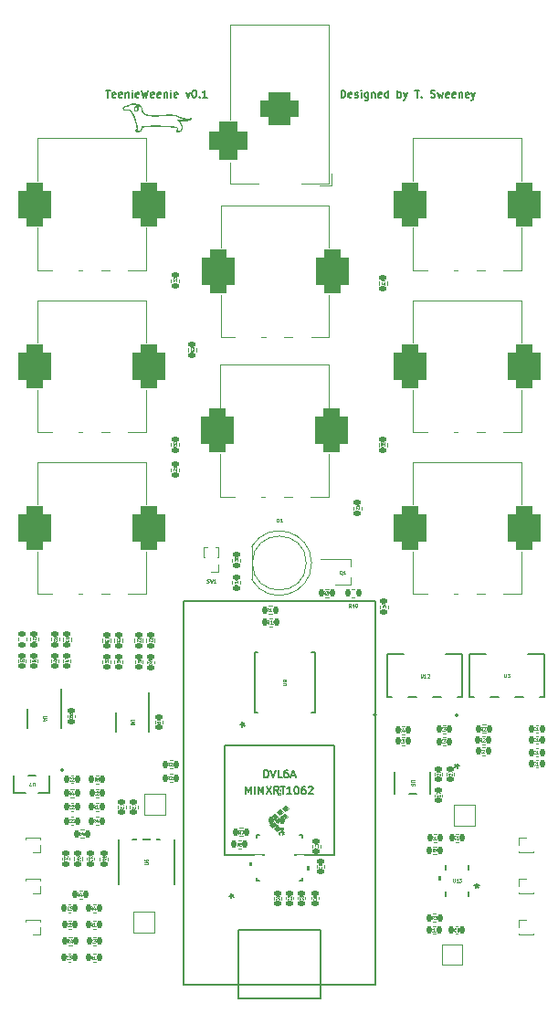
<source format=gbr>
%TF.GenerationSoftware,KiCad,Pcbnew,7.0.7*%
%TF.CreationDate,2023-12-31T15:53:54-05:00*%
%TF.ProjectId,TeenieWeenie,5465656e-6965-4576-9565-6e69652e6b69,rev?*%
%TF.SameCoordinates,Original*%
%TF.FileFunction,Legend,Top*%
%TF.FilePolarity,Positive*%
%FSLAX46Y46*%
G04 Gerber Fmt 4.6, Leading zero omitted, Abs format (unit mm)*
G04 Created by KiCad (PCBNEW 7.0.7) date 2023-12-31 15:53:54*
%MOMM*%
%LPD*%
G01*
G04 APERTURE LIST*
G04 Aperture macros list*
%AMRoundRect*
0 Rectangle with rounded corners*
0 $1 Rounding radius*
0 $2 $3 $4 $5 $6 $7 $8 $9 X,Y pos of 4 corners*
0 Add a 4 corners polygon primitive as box body*
4,1,4,$2,$3,$4,$5,$6,$7,$8,$9,$2,$3,0*
0 Add four circle primitives for the rounded corners*
1,1,$1+$1,$2,$3*
1,1,$1+$1,$4,$5*
1,1,$1+$1,$6,$7*
1,1,$1+$1,$8,$9*
0 Add four rect primitives between the rounded corners*
20,1,$1+$1,$2,$3,$4,$5,0*
20,1,$1+$1,$4,$5,$6,$7,0*
20,1,$1+$1,$6,$7,$8,$9,0*
20,1,$1+$1,$8,$9,$2,$3,0*%
G04 Aperture macros list end*
%ADD10C,0.152400*%
%ADD11C,0.075000*%
%ADD12C,0.150000*%
%ADD13C,0.120000*%
%ADD14C,0.200000*%
%ADD15C,0.100000*%
%ADD16RoundRect,0.135000X0.185000X-0.135000X0.185000X0.135000X-0.185000X0.135000X-0.185000X-0.135000X0*%
%ADD17R,1.800000X1.800000*%
%ADD18C,1.800000*%
%ADD19RoundRect,0.750000X0.750000X-1.250000X0.750000X1.250000X-0.750000X1.250000X-0.750000X-1.250000X0*%
%ADD20RoundRect,0.140000X0.170000X-0.140000X0.170000X0.140000X-0.170000X0.140000X-0.170000X-0.140000X0*%
%ADD21RoundRect,0.135000X-0.135000X-0.185000X0.135000X-0.185000X0.135000X0.185000X-0.135000X0.185000X0*%
%ADD22R,0.850000X0.850000*%
%ADD23RoundRect,0.140000X-0.170000X0.140000X-0.170000X-0.140000X0.170000X-0.140000X0.170000X0.140000X0*%
%ADD24RoundRect,0.135000X-0.185000X0.135000X-0.185000X-0.135000X0.185000X-0.135000X0.185000X0.135000X0*%
%ADD25RoundRect,0.140000X-0.140000X-0.170000X0.140000X-0.170000X0.140000X0.170000X-0.140000X0.170000X0*%
%ADD26R,0.889000X2.489200*%
%ADD27R,3.200400X2.489200*%
%ADD28R,0.600000X1.550000*%
%ADD29O,0.600000X1.550000*%
%ADD30R,3.500000X3.500000*%
%ADD31RoundRect,0.750000X-1.000000X0.750000X-1.000000X-0.750000X1.000000X-0.750000X1.000000X0.750000X0*%
%ADD32RoundRect,0.875000X-0.875000X0.875000X-0.875000X-0.875000X0.875000X-0.875000X0.875000X0.875000X0*%
%ADD33RoundRect,0.135000X0.135000X0.185000X-0.135000X0.185000X-0.135000X-0.185000X0.135000X-0.185000X0*%
%ADD34R,1.500000X1.500000*%
%ADD35RoundRect,0.140000X0.140000X0.170000X-0.140000X0.170000X-0.140000X-0.170000X0.140000X-0.170000X0*%
%ADD36R,0.558800X1.422400*%
%ADD37O,0.299999X1.350000*%
%ADD38R,0.533400X1.524000*%
%ADD39C,1.600000*%
%ADD40C,2.200000*%
%ADD41R,0.508000X0.977900*%
%ADD42R,1.500000X0.450000*%
%ADD43O,0.850000X0.850000*%
%ADD44R,0.711200X0.152400*%
%ADD45R,0.152400X0.711200*%
%ADD46R,0.203200X0.711200*%
%ADD47R,0.711200X0.203200*%
%ADD48R,2.692400X2.692400*%
G04 APERTURE END LIST*
D10*
X31127929Y87342592D02*
X31127929Y88042592D01*
X31127929Y88042592D02*
X31294596Y88042592D01*
X31294596Y88042592D02*
X31394596Y88009259D01*
X31394596Y88009259D02*
X31461263Y87942592D01*
X31461263Y87942592D02*
X31494596Y87875925D01*
X31494596Y87875925D02*
X31527929Y87742592D01*
X31527929Y87742592D02*
X31527929Y87642592D01*
X31527929Y87642592D02*
X31494596Y87509259D01*
X31494596Y87509259D02*
X31461263Y87442592D01*
X31461263Y87442592D02*
X31394596Y87375925D01*
X31394596Y87375925D02*
X31294596Y87342592D01*
X31294596Y87342592D02*
X31127929Y87342592D01*
X32094596Y87375925D02*
X32027929Y87342592D01*
X32027929Y87342592D02*
X31894596Y87342592D01*
X31894596Y87342592D02*
X31827929Y87375925D01*
X31827929Y87375925D02*
X31794596Y87442592D01*
X31794596Y87442592D02*
X31794596Y87709259D01*
X31794596Y87709259D02*
X31827929Y87775925D01*
X31827929Y87775925D02*
X31894596Y87809259D01*
X31894596Y87809259D02*
X32027929Y87809259D01*
X32027929Y87809259D02*
X32094596Y87775925D01*
X32094596Y87775925D02*
X32127929Y87709259D01*
X32127929Y87709259D02*
X32127929Y87642592D01*
X32127929Y87642592D02*
X31794596Y87575925D01*
X32394596Y87375925D02*
X32461263Y87342592D01*
X32461263Y87342592D02*
X32594596Y87342592D01*
X32594596Y87342592D02*
X32661263Y87375925D01*
X32661263Y87375925D02*
X32694596Y87442592D01*
X32694596Y87442592D02*
X32694596Y87475925D01*
X32694596Y87475925D02*
X32661263Y87542592D01*
X32661263Y87542592D02*
X32594596Y87575925D01*
X32594596Y87575925D02*
X32494596Y87575925D01*
X32494596Y87575925D02*
X32427929Y87609259D01*
X32427929Y87609259D02*
X32394596Y87675925D01*
X32394596Y87675925D02*
X32394596Y87709259D01*
X32394596Y87709259D02*
X32427929Y87775925D01*
X32427929Y87775925D02*
X32494596Y87809259D01*
X32494596Y87809259D02*
X32594596Y87809259D01*
X32594596Y87809259D02*
X32661263Y87775925D01*
X32994596Y87342592D02*
X32994596Y87809259D01*
X32994596Y88042592D02*
X32961263Y88009259D01*
X32961263Y88009259D02*
X32994596Y87975925D01*
X32994596Y87975925D02*
X33027930Y88009259D01*
X33027930Y88009259D02*
X32994596Y88042592D01*
X32994596Y88042592D02*
X32994596Y87975925D01*
X33627929Y87809259D02*
X33627929Y87242592D01*
X33627929Y87242592D02*
X33594596Y87175925D01*
X33594596Y87175925D02*
X33561263Y87142592D01*
X33561263Y87142592D02*
X33494596Y87109259D01*
X33494596Y87109259D02*
X33394596Y87109259D01*
X33394596Y87109259D02*
X33327929Y87142592D01*
X33627929Y87375925D02*
X33561263Y87342592D01*
X33561263Y87342592D02*
X33427929Y87342592D01*
X33427929Y87342592D02*
X33361263Y87375925D01*
X33361263Y87375925D02*
X33327929Y87409259D01*
X33327929Y87409259D02*
X33294596Y87475925D01*
X33294596Y87475925D02*
X33294596Y87675925D01*
X33294596Y87675925D02*
X33327929Y87742592D01*
X33327929Y87742592D02*
X33361263Y87775925D01*
X33361263Y87775925D02*
X33427929Y87809259D01*
X33427929Y87809259D02*
X33561263Y87809259D01*
X33561263Y87809259D02*
X33627929Y87775925D01*
X33961262Y87809259D02*
X33961262Y87342592D01*
X33961262Y87742592D02*
X33994596Y87775925D01*
X33994596Y87775925D02*
X34061262Y87809259D01*
X34061262Y87809259D02*
X34161262Y87809259D01*
X34161262Y87809259D02*
X34227929Y87775925D01*
X34227929Y87775925D02*
X34261262Y87709259D01*
X34261262Y87709259D02*
X34261262Y87342592D01*
X34861262Y87375925D02*
X34794595Y87342592D01*
X34794595Y87342592D02*
X34661262Y87342592D01*
X34661262Y87342592D02*
X34594595Y87375925D01*
X34594595Y87375925D02*
X34561262Y87442592D01*
X34561262Y87442592D02*
X34561262Y87709259D01*
X34561262Y87709259D02*
X34594595Y87775925D01*
X34594595Y87775925D02*
X34661262Y87809259D01*
X34661262Y87809259D02*
X34794595Y87809259D01*
X34794595Y87809259D02*
X34861262Y87775925D01*
X34861262Y87775925D02*
X34894595Y87709259D01*
X34894595Y87709259D02*
X34894595Y87642592D01*
X34894595Y87642592D02*
X34561262Y87575925D01*
X35494595Y87342592D02*
X35494595Y88042592D01*
X35494595Y87375925D02*
X35427929Y87342592D01*
X35427929Y87342592D02*
X35294595Y87342592D01*
X35294595Y87342592D02*
X35227929Y87375925D01*
X35227929Y87375925D02*
X35194595Y87409259D01*
X35194595Y87409259D02*
X35161262Y87475925D01*
X35161262Y87475925D02*
X35161262Y87675925D01*
X35161262Y87675925D02*
X35194595Y87742592D01*
X35194595Y87742592D02*
X35227929Y87775925D01*
X35227929Y87775925D02*
X35294595Y87809259D01*
X35294595Y87809259D02*
X35427929Y87809259D01*
X35427929Y87809259D02*
X35494595Y87775925D01*
X36361261Y87342592D02*
X36361261Y88042592D01*
X36361261Y87775925D02*
X36427928Y87809259D01*
X36427928Y87809259D02*
X36561261Y87809259D01*
X36561261Y87809259D02*
X36627928Y87775925D01*
X36627928Y87775925D02*
X36661261Y87742592D01*
X36661261Y87742592D02*
X36694595Y87675925D01*
X36694595Y87675925D02*
X36694595Y87475925D01*
X36694595Y87475925D02*
X36661261Y87409259D01*
X36661261Y87409259D02*
X36627928Y87375925D01*
X36627928Y87375925D02*
X36561261Y87342592D01*
X36561261Y87342592D02*
X36427928Y87342592D01*
X36427928Y87342592D02*
X36361261Y87375925D01*
X36927928Y87809259D02*
X37094594Y87342592D01*
X37261261Y87809259D02*
X37094594Y87342592D01*
X37094594Y87342592D02*
X37027928Y87175925D01*
X37027928Y87175925D02*
X36994594Y87142592D01*
X36994594Y87142592D02*
X36927928Y87109259D01*
X37961260Y88042592D02*
X38361260Y88042592D01*
X38161260Y87342592D02*
X38161260Y88042592D01*
X38594593Y87409259D02*
X38627927Y87375925D01*
X38627927Y87375925D02*
X38594593Y87342592D01*
X38594593Y87342592D02*
X38561260Y87375925D01*
X38561260Y87375925D02*
X38594593Y87409259D01*
X38594593Y87409259D02*
X38594593Y87342592D01*
X39427926Y87375925D02*
X39527926Y87342592D01*
X39527926Y87342592D02*
X39694593Y87342592D01*
X39694593Y87342592D02*
X39761259Y87375925D01*
X39761259Y87375925D02*
X39794593Y87409259D01*
X39794593Y87409259D02*
X39827926Y87475925D01*
X39827926Y87475925D02*
X39827926Y87542592D01*
X39827926Y87542592D02*
X39794593Y87609259D01*
X39794593Y87609259D02*
X39761259Y87642592D01*
X39761259Y87642592D02*
X39694593Y87675925D01*
X39694593Y87675925D02*
X39561259Y87709259D01*
X39561259Y87709259D02*
X39494593Y87742592D01*
X39494593Y87742592D02*
X39461259Y87775925D01*
X39461259Y87775925D02*
X39427926Y87842592D01*
X39427926Y87842592D02*
X39427926Y87909259D01*
X39427926Y87909259D02*
X39461259Y87975925D01*
X39461259Y87975925D02*
X39494593Y88009259D01*
X39494593Y88009259D02*
X39561259Y88042592D01*
X39561259Y88042592D02*
X39727926Y88042592D01*
X39727926Y88042592D02*
X39827926Y88009259D01*
X40061260Y87809259D02*
X40194593Y87342592D01*
X40194593Y87342592D02*
X40327926Y87675925D01*
X40327926Y87675925D02*
X40461260Y87342592D01*
X40461260Y87342592D02*
X40594593Y87809259D01*
X41127926Y87375925D02*
X41061259Y87342592D01*
X41061259Y87342592D02*
X40927926Y87342592D01*
X40927926Y87342592D02*
X40861259Y87375925D01*
X40861259Y87375925D02*
X40827926Y87442592D01*
X40827926Y87442592D02*
X40827926Y87709259D01*
X40827926Y87709259D02*
X40861259Y87775925D01*
X40861259Y87775925D02*
X40927926Y87809259D01*
X40927926Y87809259D02*
X41061259Y87809259D01*
X41061259Y87809259D02*
X41127926Y87775925D01*
X41127926Y87775925D02*
X41161259Y87709259D01*
X41161259Y87709259D02*
X41161259Y87642592D01*
X41161259Y87642592D02*
X40827926Y87575925D01*
X41727926Y87375925D02*
X41661259Y87342592D01*
X41661259Y87342592D02*
X41527926Y87342592D01*
X41527926Y87342592D02*
X41461259Y87375925D01*
X41461259Y87375925D02*
X41427926Y87442592D01*
X41427926Y87442592D02*
X41427926Y87709259D01*
X41427926Y87709259D02*
X41461259Y87775925D01*
X41461259Y87775925D02*
X41527926Y87809259D01*
X41527926Y87809259D02*
X41661259Y87809259D01*
X41661259Y87809259D02*
X41727926Y87775925D01*
X41727926Y87775925D02*
X41761259Y87709259D01*
X41761259Y87709259D02*
X41761259Y87642592D01*
X41761259Y87642592D02*
X41427926Y87575925D01*
X42061259Y87809259D02*
X42061259Y87342592D01*
X42061259Y87742592D02*
X42094593Y87775925D01*
X42094593Y87775925D02*
X42161259Y87809259D01*
X42161259Y87809259D02*
X42261259Y87809259D01*
X42261259Y87809259D02*
X42327926Y87775925D01*
X42327926Y87775925D02*
X42361259Y87709259D01*
X42361259Y87709259D02*
X42361259Y87342592D01*
X42961259Y87375925D02*
X42894592Y87342592D01*
X42894592Y87342592D02*
X42761259Y87342592D01*
X42761259Y87342592D02*
X42694592Y87375925D01*
X42694592Y87375925D02*
X42661259Y87442592D01*
X42661259Y87442592D02*
X42661259Y87709259D01*
X42661259Y87709259D02*
X42694592Y87775925D01*
X42694592Y87775925D02*
X42761259Y87809259D01*
X42761259Y87809259D02*
X42894592Y87809259D01*
X42894592Y87809259D02*
X42961259Y87775925D01*
X42961259Y87775925D02*
X42994592Y87709259D01*
X42994592Y87709259D02*
X42994592Y87642592D01*
X42994592Y87642592D02*
X42661259Y87575925D01*
X43227926Y87809259D02*
X43394592Y87342592D01*
X43561259Y87809259D02*
X43394592Y87342592D01*
X43394592Y87342592D02*
X43327926Y87175925D01*
X43327926Y87175925D02*
X43294592Y87142592D01*
X43294592Y87142592D02*
X43227926Y87109259D01*
X9305330Y88042592D02*
X9705330Y88042592D01*
X9505330Y87342592D02*
X9505330Y88042592D01*
X10205330Y87375925D02*
X10138663Y87342592D01*
X10138663Y87342592D02*
X10005330Y87342592D01*
X10005330Y87342592D02*
X9938663Y87375925D01*
X9938663Y87375925D02*
X9905330Y87442592D01*
X9905330Y87442592D02*
X9905330Y87709259D01*
X9905330Y87709259D02*
X9938663Y87775925D01*
X9938663Y87775925D02*
X10005330Y87809259D01*
X10005330Y87809259D02*
X10138663Y87809259D01*
X10138663Y87809259D02*
X10205330Y87775925D01*
X10205330Y87775925D02*
X10238663Y87709259D01*
X10238663Y87709259D02*
X10238663Y87642592D01*
X10238663Y87642592D02*
X9905330Y87575925D01*
X10805330Y87375925D02*
X10738663Y87342592D01*
X10738663Y87342592D02*
X10605330Y87342592D01*
X10605330Y87342592D02*
X10538663Y87375925D01*
X10538663Y87375925D02*
X10505330Y87442592D01*
X10505330Y87442592D02*
X10505330Y87709259D01*
X10505330Y87709259D02*
X10538663Y87775925D01*
X10538663Y87775925D02*
X10605330Y87809259D01*
X10605330Y87809259D02*
X10738663Y87809259D01*
X10738663Y87809259D02*
X10805330Y87775925D01*
X10805330Y87775925D02*
X10838663Y87709259D01*
X10838663Y87709259D02*
X10838663Y87642592D01*
X10838663Y87642592D02*
X10505330Y87575925D01*
X11138663Y87809259D02*
X11138663Y87342592D01*
X11138663Y87742592D02*
X11171997Y87775925D01*
X11171997Y87775925D02*
X11238663Y87809259D01*
X11238663Y87809259D02*
X11338663Y87809259D01*
X11338663Y87809259D02*
X11405330Y87775925D01*
X11405330Y87775925D02*
X11438663Y87709259D01*
X11438663Y87709259D02*
X11438663Y87342592D01*
X11771996Y87342592D02*
X11771996Y87809259D01*
X11771996Y88042592D02*
X11738663Y88009259D01*
X11738663Y88009259D02*
X11771996Y87975925D01*
X11771996Y87975925D02*
X11805330Y88009259D01*
X11805330Y88009259D02*
X11771996Y88042592D01*
X11771996Y88042592D02*
X11771996Y87975925D01*
X12371996Y87375925D02*
X12305329Y87342592D01*
X12305329Y87342592D02*
X12171996Y87342592D01*
X12171996Y87342592D02*
X12105329Y87375925D01*
X12105329Y87375925D02*
X12071996Y87442592D01*
X12071996Y87442592D02*
X12071996Y87709259D01*
X12071996Y87709259D02*
X12105329Y87775925D01*
X12105329Y87775925D02*
X12171996Y87809259D01*
X12171996Y87809259D02*
X12305329Y87809259D01*
X12305329Y87809259D02*
X12371996Y87775925D01*
X12371996Y87775925D02*
X12405329Y87709259D01*
X12405329Y87709259D02*
X12405329Y87642592D01*
X12405329Y87642592D02*
X12071996Y87575925D01*
X12638663Y88042592D02*
X12805329Y87342592D01*
X12805329Y87342592D02*
X12938663Y87842592D01*
X12938663Y87842592D02*
X13071996Y87342592D01*
X13071996Y87342592D02*
X13238663Y88042592D01*
X13771996Y87375925D02*
X13705329Y87342592D01*
X13705329Y87342592D02*
X13571996Y87342592D01*
X13571996Y87342592D02*
X13505329Y87375925D01*
X13505329Y87375925D02*
X13471996Y87442592D01*
X13471996Y87442592D02*
X13471996Y87709259D01*
X13471996Y87709259D02*
X13505329Y87775925D01*
X13505329Y87775925D02*
X13571996Y87809259D01*
X13571996Y87809259D02*
X13705329Y87809259D01*
X13705329Y87809259D02*
X13771996Y87775925D01*
X13771996Y87775925D02*
X13805329Y87709259D01*
X13805329Y87709259D02*
X13805329Y87642592D01*
X13805329Y87642592D02*
X13471996Y87575925D01*
X14371996Y87375925D02*
X14305329Y87342592D01*
X14305329Y87342592D02*
X14171996Y87342592D01*
X14171996Y87342592D02*
X14105329Y87375925D01*
X14105329Y87375925D02*
X14071996Y87442592D01*
X14071996Y87442592D02*
X14071996Y87709259D01*
X14071996Y87709259D02*
X14105329Y87775925D01*
X14105329Y87775925D02*
X14171996Y87809259D01*
X14171996Y87809259D02*
X14305329Y87809259D01*
X14305329Y87809259D02*
X14371996Y87775925D01*
X14371996Y87775925D02*
X14405329Y87709259D01*
X14405329Y87709259D02*
X14405329Y87642592D01*
X14405329Y87642592D02*
X14071996Y87575925D01*
X14705329Y87809259D02*
X14705329Y87342592D01*
X14705329Y87742592D02*
X14738663Y87775925D01*
X14738663Y87775925D02*
X14805329Y87809259D01*
X14805329Y87809259D02*
X14905329Y87809259D01*
X14905329Y87809259D02*
X14971996Y87775925D01*
X14971996Y87775925D02*
X15005329Y87709259D01*
X15005329Y87709259D02*
X15005329Y87342592D01*
X15338662Y87342592D02*
X15338662Y87809259D01*
X15338662Y88042592D02*
X15305329Y88009259D01*
X15305329Y88009259D02*
X15338662Y87975925D01*
X15338662Y87975925D02*
X15371996Y88009259D01*
X15371996Y88009259D02*
X15338662Y88042592D01*
X15338662Y88042592D02*
X15338662Y87975925D01*
X15938662Y87375925D02*
X15871995Y87342592D01*
X15871995Y87342592D02*
X15738662Y87342592D01*
X15738662Y87342592D02*
X15671995Y87375925D01*
X15671995Y87375925D02*
X15638662Y87442592D01*
X15638662Y87442592D02*
X15638662Y87709259D01*
X15638662Y87709259D02*
X15671995Y87775925D01*
X15671995Y87775925D02*
X15738662Y87809259D01*
X15738662Y87809259D02*
X15871995Y87809259D01*
X15871995Y87809259D02*
X15938662Y87775925D01*
X15938662Y87775925D02*
X15971995Y87709259D01*
X15971995Y87709259D02*
X15971995Y87642592D01*
X15971995Y87642592D02*
X15638662Y87575925D01*
X16738662Y87809259D02*
X16905328Y87342592D01*
X16905328Y87342592D02*
X17071995Y87809259D01*
X17471995Y88042592D02*
X17538661Y88042592D01*
X17538661Y88042592D02*
X17605328Y88009259D01*
X17605328Y88009259D02*
X17638661Y87975925D01*
X17638661Y87975925D02*
X17671995Y87909259D01*
X17671995Y87909259D02*
X17705328Y87775925D01*
X17705328Y87775925D02*
X17705328Y87609259D01*
X17705328Y87609259D02*
X17671995Y87475925D01*
X17671995Y87475925D02*
X17638661Y87409259D01*
X17638661Y87409259D02*
X17605328Y87375925D01*
X17605328Y87375925D02*
X17538661Y87342592D01*
X17538661Y87342592D02*
X17471995Y87342592D01*
X17471995Y87342592D02*
X17405328Y87375925D01*
X17405328Y87375925D02*
X17371995Y87409259D01*
X17371995Y87409259D02*
X17338661Y87475925D01*
X17338661Y87475925D02*
X17305328Y87609259D01*
X17305328Y87609259D02*
X17305328Y87775925D01*
X17305328Y87775925D02*
X17338661Y87909259D01*
X17338661Y87909259D02*
X17371995Y87975925D01*
X17371995Y87975925D02*
X17405328Y88009259D01*
X17405328Y88009259D02*
X17471995Y88042592D01*
X18005328Y87409259D02*
X18038662Y87375925D01*
X18038662Y87375925D02*
X18005328Y87342592D01*
X18005328Y87342592D02*
X17971995Y87375925D01*
X17971995Y87375925D02*
X18005328Y87409259D01*
X18005328Y87409259D02*
X18005328Y87342592D01*
X18705328Y87342592D02*
X18305328Y87342592D01*
X18505328Y87342592D02*
X18505328Y88042592D01*
X18505328Y88042592D02*
X18438661Y87942592D01*
X18438661Y87942592D02*
X18371995Y87875925D01*
X18371995Y87875925D02*
X18305328Y87842592D01*
D11*
X32504114Y49470857D02*
X32646971Y49570857D01*
X32504114Y49642286D02*
X32804114Y49642286D01*
X32804114Y49642286D02*
X32804114Y49528000D01*
X32804114Y49528000D02*
X32789828Y49499429D01*
X32789828Y49499429D02*
X32775542Y49485143D01*
X32775542Y49485143D02*
X32746971Y49470857D01*
X32746971Y49470857D02*
X32704114Y49470857D01*
X32704114Y49470857D02*
X32675542Y49485143D01*
X32675542Y49485143D02*
X32661257Y49499429D01*
X32661257Y49499429D02*
X32646971Y49528000D01*
X32646971Y49528000D02*
X32646971Y49642286D01*
X32775542Y49356572D02*
X32789828Y49342286D01*
X32789828Y49342286D02*
X32804114Y49313714D01*
X32804114Y49313714D02*
X32804114Y49242286D01*
X32804114Y49242286D02*
X32789828Y49213714D01*
X32789828Y49213714D02*
X32775542Y49199429D01*
X32775542Y49199429D02*
X32746971Y49185143D01*
X32746971Y49185143D02*
X32718400Y49185143D01*
X32718400Y49185143D02*
X32675542Y49199429D01*
X32675542Y49199429D02*
X32504114Y49370857D01*
X32504114Y49370857D02*
X32504114Y49185143D01*
X32804114Y48999429D02*
X32804114Y48970858D01*
X32804114Y48970858D02*
X32789828Y48942286D01*
X32789828Y48942286D02*
X32775542Y48928000D01*
X32775542Y48928000D02*
X32746971Y48913715D01*
X32746971Y48913715D02*
X32689828Y48899429D01*
X32689828Y48899429D02*
X32618400Y48899429D01*
X32618400Y48899429D02*
X32561257Y48913715D01*
X32561257Y48913715D02*
X32532685Y48928000D01*
X32532685Y48928000D02*
X32518400Y48942286D01*
X32518400Y48942286D02*
X32504114Y48970858D01*
X32504114Y48970858D02*
X32504114Y48999429D01*
X32504114Y48999429D02*
X32518400Y49028000D01*
X32518400Y49028000D02*
X32532685Y49042286D01*
X32532685Y49042286D02*
X32561257Y49056572D01*
X32561257Y49056572D02*
X32618400Y49070858D01*
X32618400Y49070858D02*
X32689828Y49070858D01*
X32689828Y49070858D02*
X32746971Y49056572D01*
X32746971Y49056572D02*
X32775542Y49042286D01*
X32775542Y49042286D02*
X32789828Y49028000D01*
X32789828Y49028000D02*
X32804114Y48999429D01*
X28806314Y13073200D02*
X28820600Y13058914D01*
X28820600Y13058914D02*
X28834885Y13016057D01*
X28834885Y13016057D02*
X28834885Y12987485D01*
X28834885Y12987485D02*
X28820600Y12944628D01*
X28820600Y12944628D02*
X28792028Y12916057D01*
X28792028Y12916057D02*
X28763457Y12901771D01*
X28763457Y12901771D02*
X28706314Y12887485D01*
X28706314Y12887485D02*
X28663457Y12887485D01*
X28663457Y12887485D02*
X28606314Y12901771D01*
X28606314Y12901771D02*
X28577742Y12916057D01*
X28577742Y12916057D02*
X28549171Y12944628D01*
X28549171Y12944628D02*
X28534885Y12987485D01*
X28534885Y12987485D02*
X28534885Y13016057D01*
X28534885Y13016057D02*
X28549171Y13058914D01*
X28549171Y13058914D02*
X28563457Y13073200D01*
X28663457Y13244628D02*
X28649171Y13216057D01*
X28649171Y13216057D02*
X28634885Y13201771D01*
X28634885Y13201771D02*
X28606314Y13187485D01*
X28606314Y13187485D02*
X28592028Y13187485D01*
X28592028Y13187485D02*
X28563457Y13201771D01*
X28563457Y13201771D02*
X28549171Y13216057D01*
X28549171Y13216057D02*
X28534885Y13244628D01*
X28534885Y13244628D02*
X28534885Y13301771D01*
X28534885Y13301771D02*
X28549171Y13330342D01*
X28549171Y13330342D02*
X28563457Y13344628D01*
X28563457Y13344628D02*
X28592028Y13358914D01*
X28592028Y13358914D02*
X28606314Y13358914D01*
X28606314Y13358914D02*
X28634885Y13344628D01*
X28634885Y13344628D02*
X28649171Y13330342D01*
X28649171Y13330342D02*
X28663457Y13301771D01*
X28663457Y13301771D02*
X28663457Y13244628D01*
X28663457Y13244628D02*
X28677742Y13216057D01*
X28677742Y13216057D02*
X28692028Y13201771D01*
X28692028Y13201771D02*
X28720600Y13187485D01*
X28720600Y13187485D02*
X28777742Y13187485D01*
X28777742Y13187485D02*
X28806314Y13201771D01*
X28806314Y13201771D02*
X28820600Y13216057D01*
X28820600Y13216057D02*
X28834885Y13244628D01*
X28834885Y13244628D02*
X28834885Y13301771D01*
X28834885Y13301771D02*
X28820600Y13330342D01*
X28820600Y13330342D02*
X28806314Y13344628D01*
X28806314Y13344628D02*
X28777742Y13358914D01*
X28777742Y13358914D02*
X28720600Y13358914D01*
X28720600Y13358914D02*
X28692028Y13344628D01*
X28692028Y13344628D02*
X28677742Y13330342D01*
X28677742Y13330342D02*
X28663457Y13301771D01*
X6919143Y18965115D02*
X6819143Y19107972D01*
X6747714Y18965115D02*
X6747714Y19265115D01*
X6747714Y19265115D02*
X6862000Y19265115D01*
X6862000Y19265115D02*
X6890571Y19250829D01*
X6890571Y19250829D02*
X6904857Y19236543D01*
X6904857Y19236543D02*
X6919143Y19207972D01*
X6919143Y19207972D02*
X6919143Y19165115D01*
X6919143Y19165115D02*
X6904857Y19136543D01*
X6904857Y19136543D02*
X6890571Y19122258D01*
X6890571Y19122258D02*
X6862000Y19107972D01*
X6862000Y19107972D02*
X6747714Y19107972D01*
X7176286Y19165115D02*
X7176286Y18965115D01*
X7104857Y19279400D02*
X7033428Y19065115D01*
X7033428Y19065115D02*
X7219143Y19065115D01*
X7476285Y19265115D02*
X7333428Y19265115D01*
X7333428Y19265115D02*
X7319142Y19122258D01*
X7319142Y19122258D02*
X7333428Y19136543D01*
X7333428Y19136543D02*
X7362000Y19150829D01*
X7362000Y19150829D02*
X7433428Y19150829D01*
X7433428Y19150829D02*
X7462000Y19136543D01*
X7462000Y19136543D02*
X7476285Y19122258D01*
X7476285Y19122258D02*
X7490571Y19093686D01*
X7490571Y19093686D02*
X7490571Y19022258D01*
X7490571Y19022258D02*
X7476285Y18993686D01*
X7476285Y18993686D02*
X7462000Y18979400D01*
X7462000Y18979400D02*
X7433428Y18965115D01*
X7433428Y18965115D02*
X7362000Y18965115D01*
X7362000Y18965115D02*
X7333428Y18979400D01*
X7333428Y18979400D02*
X7319142Y18993686D01*
X26462114Y13093200D02*
X26476400Y13078914D01*
X26476400Y13078914D02*
X26490685Y13036057D01*
X26490685Y13036057D02*
X26490685Y13007485D01*
X26490685Y13007485D02*
X26476400Y12964628D01*
X26476400Y12964628D02*
X26447828Y12936057D01*
X26447828Y12936057D02*
X26419257Y12921771D01*
X26419257Y12921771D02*
X26362114Y12907485D01*
X26362114Y12907485D02*
X26319257Y12907485D01*
X26319257Y12907485D02*
X26262114Y12921771D01*
X26262114Y12921771D02*
X26233542Y12936057D01*
X26233542Y12936057D02*
X26204971Y12964628D01*
X26204971Y12964628D02*
X26190685Y13007485D01*
X26190685Y13007485D02*
X26190685Y13036057D01*
X26190685Y13036057D02*
X26204971Y13078914D01*
X26204971Y13078914D02*
X26219257Y13093200D01*
X26219257Y13207485D02*
X26204971Y13221771D01*
X26204971Y13221771D02*
X26190685Y13250342D01*
X26190685Y13250342D02*
X26190685Y13321771D01*
X26190685Y13321771D02*
X26204971Y13350342D01*
X26204971Y13350342D02*
X26219257Y13364628D01*
X26219257Y13364628D02*
X26247828Y13378914D01*
X26247828Y13378914D02*
X26276400Y13378914D01*
X26276400Y13378914D02*
X26319257Y13364628D01*
X26319257Y13364628D02*
X26490685Y13193200D01*
X26490685Y13193200D02*
X26490685Y13378914D01*
X6030143Y22725115D02*
X5930143Y22867972D01*
X5858714Y22725115D02*
X5858714Y23025115D01*
X5858714Y23025115D02*
X5973000Y23025115D01*
X5973000Y23025115D02*
X6001571Y23010829D01*
X6001571Y23010829D02*
X6015857Y22996543D01*
X6015857Y22996543D02*
X6030143Y22967972D01*
X6030143Y22967972D02*
X6030143Y22925115D01*
X6030143Y22925115D02*
X6015857Y22896543D01*
X6015857Y22896543D02*
X6001571Y22882258D01*
X6001571Y22882258D02*
X5973000Y22867972D01*
X5973000Y22867972D02*
X5858714Y22867972D01*
X6287286Y22925115D02*
X6287286Y22725115D01*
X6215857Y23039400D02*
X6144428Y22825115D01*
X6144428Y22825115D02*
X6330143Y22825115D01*
X6487285Y22896543D02*
X6458714Y22910829D01*
X6458714Y22910829D02*
X6444428Y22925115D01*
X6444428Y22925115D02*
X6430142Y22953686D01*
X6430142Y22953686D02*
X6430142Y22967972D01*
X6430142Y22967972D02*
X6444428Y22996543D01*
X6444428Y22996543D02*
X6458714Y23010829D01*
X6458714Y23010829D02*
X6487285Y23025115D01*
X6487285Y23025115D02*
X6544428Y23025115D01*
X6544428Y23025115D02*
X6573000Y23010829D01*
X6573000Y23010829D02*
X6587285Y22996543D01*
X6587285Y22996543D02*
X6601571Y22967972D01*
X6601571Y22967972D02*
X6601571Y22953686D01*
X6601571Y22953686D02*
X6587285Y22925115D01*
X6587285Y22925115D02*
X6573000Y22910829D01*
X6573000Y22910829D02*
X6544428Y22896543D01*
X6544428Y22896543D02*
X6487285Y22896543D01*
X6487285Y22896543D02*
X6458714Y22882258D01*
X6458714Y22882258D02*
X6444428Y22867972D01*
X6444428Y22867972D02*
X6430142Y22839400D01*
X6430142Y22839400D02*
X6430142Y22782258D01*
X6430142Y22782258D02*
X6444428Y22753686D01*
X6444428Y22753686D02*
X6458714Y22739400D01*
X6458714Y22739400D02*
X6487285Y22725115D01*
X6487285Y22725115D02*
X6544428Y22725115D01*
X6544428Y22725115D02*
X6573000Y22739400D01*
X6573000Y22739400D02*
X6587285Y22753686D01*
X6587285Y22753686D02*
X6601571Y22782258D01*
X6601571Y22782258D02*
X6601571Y22839400D01*
X6601571Y22839400D02*
X6587285Y22867972D01*
X6587285Y22867972D02*
X6573000Y22882258D01*
X6573000Y22882258D02*
X6544428Y22896543D01*
X10331112Y37237858D02*
X10473969Y37337858D01*
X10331112Y37409287D02*
X10631112Y37409287D01*
X10631112Y37409287D02*
X10631112Y37295001D01*
X10631112Y37295001D02*
X10616826Y37266430D01*
X10616826Y37266430D02*
X10602540Y37252144D01*
X10602540Y37252144D02*
X10573969Y37237858D01*
X10573969Y37237858D02*
X10531112Y37237858D01*
X10531112Y37237858D02*
X10502540Y37252144D01*
X10502540Y37252144D02*
X10488255Y37266430D01*
X10488255Y37266430D02*
X10473969Y37295001D01*
X10473969Y37295001D02*
X10473969Y37409287D01*
X10631112Y37137858D02*
X10631112Y36952144D01*
X10631112Y36952144D02*
X10516826Y37052144D01*
X10516826Y37052144D02*
X10516826Y37009287D01*
X10516826Y37009287D02*
X10502540Y36980715D01*
X10502540Y36980715D02*
X10488255Y36966430D01*
X10488255Y36966430D02*
X10459683Y36952144D01*
X10459683Y36952144D02*
X10388255Y36952144D01*
X10388255Y36952144D02*
X10359683Y36966430D01*
X10359683Y36966430D02*
X10345398Y36980715D01*
X10345398Y36980715D02*
X10331112Y37009287D01*
X10331112Y37009287D02*
X10331112Y37095001D01*
X10331112Y37095001D02*
X10345398Y37123573D01*
X10345398Y37123573D02*
X10359683Y37137858D01*
X10331112Y36666430D02*
X10331112Y36837859D01*
X10331112Y36752144D02*
X10631112Y36752144D01*
X10631112Y36752144D02*
X10588255Y36780716D01*
X10588255Y36780716D02*
X10559683Y36809287D01*
X10559683Y36809287D02*
X10545398Y36837859D01*
X5566112Y37173001D02*
X5708969Y37273001D01*
X5566112Y37344430D02*
X5866112Y37344430D01*
X5866112Y37344430D02*
X5866112Y37230144D01*
X5866112Y37230144D02*
X5851826Y37201573D01*
X5851826Y37201573D02*
X5837540Y37187287D01*
X5837540Y37187287D02*
X5808969Y37173001D01*
X5808969Y37173001D02*
X5766112Y37173001D01*
X5766112Y37173001D02*
X5737540Y37187287D01*
X5737540Y37187287D02*
X5723255Y37201573D01*
X5723255Y37201573D02*
X5708969Y37230144D01*
X5708969Y37230144D02*
X5708969Y37344430D01*
X5566112Y36887287D02*
X5566112Y37058716D01*
X5566112Y36973001D02*
X5866112Y36973001D01*
X5866112Y36973001D02*
X5823255Y37001573D01*
X5823255Y37001573D02*
X5794683Y37030144D01*
X5794683Y37030144D02*
X5780398Y37058716D01*
X8316143Y22763686D02*
X8301857Y22749400D01*
X8301857Y22749400D02*
X8259000Y22735115D01*
X8259000Y22735115D02*
X8230428Y22735115D01*
X8230428Y22735115D02*
X8187571Y22749400D01*
X8187571Y22749400D02*
X8159000Y22777972D01*
X8159000Y22777972D02*
X8144714Y22806543D01*
X8144714Y22806543D02*
X8130428Y22863686D01*
X8130428Y22863686D02*
X8130428Y22906543D01*
X8130428Y22906543D02*
X8144714Y22963686D01*
X8144714Y22963686D02*
X8159000Y22992258D01*
X8159000Y22992258D02*
X8187571Y23020829D01*
X8187571Y23020829D02*
X8230428Y23035115D01*
X8230428Y23035115D02*
X8259000Y23035115D01*
X8259000Y23035115D02*
X8301857Y23020829D01*
X8301857Y23020829D02*
X8316143Y23006543D01*
X8430428Y23006543D02*
X8444714Y23020829D01*
X8444714Y23020829D02*
X8473286Y23035115D01*
X8473286Y23035115D02*
X8544714Y23035115D01*
X8544714Y23035115D02*
X8573286Y23020829D01*
X8573286Y23020829D02*
X8587571Y23006543D01*
X8587571Y23006543D02*
X8601857Y22977972D01*
X8601857Y22977972D02*
X8601857Y22949400D01*
X8601857Y22949400D02*
X8587571Y22906543D01*
X8587571Y22906543D02*
X8416143Y22735115D01*
X8416143Y22735115D02*
X8601857Y22735115D01*
X8701857Y23035115D02*
X8901857Y23035115D01*
X8901857Y23035115D02*
X8773285Y22735115D01*
X29316314Y16051001D02*
X29330600Y16036715D01*
X29330600Y16036715D02*
X29344885Y15993858D01*
X29344885Y15993858D02*
X29344885Y15965286D01*
X29344885Y15965286D02*
X29330600Y15922429D01*
X29330600Y15922429D02*
X29302028Y15893858D01*
X29302028Y15893858D02*
X29273457Y15879572D01*
X29273457Y15879572D02*
X29216314Y15865286D01*
X29216314Y15865286D02*
X29173457Y15865286D01*
X29173457Y15865286D02*
X29116314Y15879572D01*
X29116314Y15879572D02*
X29087742Y15893858D01*
X29087742Y15893858D02*
X29059171Y15922429D01*
X29059171Y15922429D02*
X29044885Y15965286D01*
X29044885Y15965286D02*
X29044885Y15993858D01*
X29044885Y15993858D02*
X29059171Y16036715D01*
X29059171Y16036715D02*
X29073457Y16051001D01*
X29044885Y16308143D02*
X29044885Y16251001D01*
X29044885Y16251001D02*
X29059171Y16222429D01*
X29059171Y16222429D02*
X29073457Y16208143D01*
X29073457Y16208143D02*
X29116314Y16179572D01*
X29116314Y16179572D02*
X29173457Y16165286D01*
X29173457Y16165286D02*
X29287742Y16165286D01*
X29287742Y16165286D02*
X29316314Y16179572D01*
X29316314Y16179572D02*
X29330600Y16193858D01*
X29330600Y16193858D02*
X29344885Y16222429D01*
X29344885Y16222429D02*
X29344885Y16279572D01*
X29344885Y16279572D02*
X29330600Y16308143D01*
X29330600Y16308143D02*
X29316314Y16322429D01*
X29316314Y16322429D02*
X29287742Y16336715D01*
X29287742Y16336715D02*
X29216314Y16336715D01*
X29216314Y16336715D02*
X29187742Y16322429D01*
X29187742Y16322429D02*
X29173457Y16308143D01*
X29173457Y16308143D02*
X29159171Y16279572D01*
X29159171Y16279572D02*
X29159171Y16222429D01*
X29159171Y16222429D02*
X29173457Y16193858D01*
X29173457Y16193858D02*
X29187742Y16179572D01*
X29187742Y16179572D02*
X29216314Y16165286D01*
X46257428Y33909015D02*
X46257428Y33666158D01*
X46257428Y33666158D02*
X46271714Y33637586D01*
X46271714Y33637586D02*
X46286000Y33623300D01*
X46286000Y33623300D02*
X46314571Y33609015D01*
X46314571Y33609015D02*
X46371714Y33609015D01*
X46371714Y33609015D02*
X46400285Y33623300D01*
X46400285Y33623300D02*
X46414571Y33637586D01*
X46414571Y33637586D02*
X46428857Y33666158D01*
X46428857Y33666158D02*
X46428857Y33909015D01*
X46543143Y33909015D02*
X46728857Y33909015D01*
X46728857Y33909015D02*
X46628857Y33794729D01*
X46628857Y33794729D02*
X46671714Y33794729D01*
X46671714Y33794729D02*
X46700286Y33780443D01*
X46700286Y33780443D02*
X46714571Y33766158D01*
X46714571Y33766158D02*
X46728857Y33737586D01*
X46728857Y33737586D02*
X46728857Y33666158D01*
X46728857Y33666158D02*
X46714571Y33637586D01*
X46714571Y33637586D02*
X46700286Y33623300D01*
X46700286Y33623300D02*
X46671714Y33609015D01*
X46671714Y33609015D02*
X46586000Y33609015D01*
X46586000Y33609015D02*
X46557428Y33623300D01*
X46557428Y33623300D02*
X46543143Y33637586D01*
X17165114Y64164857D02*
X17307971Y64264857D01*
X17165114Y64336286D02*
X17465114Y64336286D01*
X17465114Y64336286D02*
X17465114Y64222000D01*
X17465114Y64222000D02*
X17450828Y64193429D01*
X17450828Y64193429D02*
X17436542Y64179143D01*
X17436542Y64179143D02*
X17407971Y64164857D01*
X17407971Y64164857D02*
X17365114Y64164857D01*
X17365114Y64164857D02*
X17336542Y64179143D01*
X17336542Y64179143D02*
X17322257Y64193429D01*
X17322257Y64193429D02*
X17307971Y64222000D01*
X17307971Y64222000D02*
X17307971Y64336286D01*
X17465114Y64064857D02*
X17465114Y63879143D01*
X17465114Y63879143D02*
X17350828Y63979143D01*
X17350828Y63979143D02*
X17350828Y63936286D01*
X17350828Y63936286D02*
X17336542Y63907714D01*
X17336542Y63907714D02*
X17322257Y63893429D01*
X17322257Y63893429D02*
X17293685Y63879143D01*
X17293685Y63879143D02*
X17222257Y63879143D01*
X17222257Y63879143D02*
X17193685Y63893429D01*
X17193685Y63893429D02*
X17179400Y63907714D01*
X17179400Y63907714D02*
X17165114Y63936286D01*
X17165114Y63936286D02*
X17165114Y64022000D01*
X17165114Y64022000D02*
X17179400Y64050572D01*
X17179400Y64050572D02*
X17193685Y64064857D01*
X17465114Y63622000D02*
X17465114Y63679143D01*
X17465114Y63679143D02*
X17450828Y63707715D01*
X17450828Y63707715D02*
X17436542Y63722000D01*
X17436542Y63722000D02*
X17393685Y63750572D01*
X17393685Y63750572D02*
X17336542Y63764858D01*
X17336542Y63764858D02*
X17222257Y63764858D01*
X17222257Y63764858D02*
X17193685Y63750572D01*
X17193685Y63750572D02*
X17179400Y63736286D01*
X17179400Y63736286D02*
X17165114Y63707715D01*
X17165114Y63707715D02*
X17165114Y63650572D01*
X17165114Y63650572D02*
X17179400Y63622000D01*
X17179400Y63622000D02*
X17193685Y63607715D01*
X17193685Y63607715D02*
X17222257Y63593429D01*
X17222257Y63593429D02*
X17293685Y63593429D01*
X17293685Y63593429D02*
X17322257Y63607715D01*
X17322257Y63607715D02*
X17336542Y63622000D01*
X17336542Y63622000D02*
X17350828Y63650572D01*
X17350828Y63650572D02*
X17350828Y63707715D01*
X17350828Y63707715D02*
X17336542Y63736286D01*
X17336542Y63736286D02*
X17322257Y63750572D01*
X17322257Y63750572D02*
X17293685Y63764858D01*
X6202314Y29807144D02*
X6216600Y29792858D01*
X6216600Y29792858D02*
X6230885Y29750001D01*
X6230885Y29750001D02*
X6230885Y29721429D01*
X6230885Y29721429D02*
X6216600Y29678572D01*
X6216600Y29678572D02*
X6188028Y29650001D01*
X6188028Y29650001D02*
X6159457Y29635715D01*
X6159457Y29635715D02*
X6102314Y29621429D01*
X6102314Y29621429D02*
X6059457Y29621429D01*
X6059457Y29621429D02*
X6002314Y29635715D01*
X6002314Y29635715D02*
X5973742Y29650001D01*
X5973742Y29650001D02*
X5945171Y29678572D01*
X5945171Y29678572D02*
X5930885Y29721429D01*
X5930885Y29721429D02*
X5930885Y29750001D01*
X5930885Y29750001D02*
X5945171Y29792858D01*
X5945171Y29792858D02*
X5959457Y29807144D01*
X5930885Y30078572D02*
X5930885Y29935715D01*
X5930885Y29935715D02*
X6073742Y29921429D01*
X6073742Y29921429D02*
X6059457Y29935715D01*
X6059457Y29935715D02*
X6045171Y29964286D01*
X6045171Y29964286D02*
X6045171Y30035715D01*
X6045171Y30035715D02*
X6059457Y30064286D01*
X6059457Y30064286D02*
X6073742Y30078572D01*
X6073742Y30078572D02*
X6102314Y30092858D01*
X6102314Y30092858D02*
X6173742Y30092858D01*
X6173742Y30092858D02*
X6202314Y30078572D01*
X6202314Y30078572D02*
X6216600Y30064286D01*
X6216600Y30064286D02*
X6230885Y30035715D01*
X6230885Y30035715D02*
X6230885Y29964286D01*
X6230885Y29964286D02*
X6216600Y29935715D01*
X6216600Y29935715D02*
X6202314Y29921429D01*
X5930885Y30364286D02*
X5930885Y30221429D01*
X5930885Y30221429D02*
X6073742Y30207143D01*
X6073742Y30207143D02*
X6059457Y30221429D01*
X6059457Y30221429D02*
X6045171Y30250000D01*
X6045171Y30250000D02*
X6045171Y30321429D01*
X6045171Y30321429D02*
X6059457Y30350000D01*
X6059457Y30350000D02*
X6073742Y30364286D01*
X6073742Y30364286D02*
X6102314Y30378572D01*
X6102314Y30378572D02*
X6173742Y30378572D01*
X6173742Y30378572D02*
X6202314Y30364286D01*
X6202314Y30364286D02*
X6216600Y30350000D01*
X6216600Y30350000D02*
X6230885Y30321429D01*
X6230885Y30321429D02*
X6230885Y30250000D01*
X6230885Y30250000D02*
X6216600Y30221429D01*
X6216600Y30221429D02*
X6202314Y30207143D01*
X12915885Y16281429D02*
X13158742Y16281429D01*
X13158742Y16281429D02*
X13187314Y16295715D01*
X13187314Y16295715D02*
X13201600Y16310000D01*
X13201600Y16310000D02*
X13215885Y16338572D01*
X13215885Y16338572D02*
X13215885Y16395715D01*
X13215885Y16395715D02*
X13201600Y16424286D01*
X13201600Y16424286D02*
X13187314Y16438572D01*
X13187314Y16438572D02*
X13158742Y16452858D01*
X13158742Y16452858D02*
X12915885Y16452858D01*
X12915885Y16724286D02*
X12915885Y16667144D01*
X12915885Y16667144D02*
X12930171Y16638572D01*
X12930171Y16638572D02*
X12944457Y16624286D01*
X12944457Y16624286D02*
X12987314Y16595715D01*
X12987314Y16595715D02*
X13044457Y16581429D01*
X13044457Y16581429D02*
X13158742Y16581429D01*
X13158742Y16581429D02*
X13187314Y16595715D01*
X13187314Y16595715D02*
X13201600Y16610001D01*
X13201600Y16610001D02*
X13215885Y16638572D01*
X13215885Y16638572D02*
X13215885Y16695715D01*
X13215885Y16695715D02*
X13201600Y16724286D01*
X13201600Y16724286D02*
X13187314Y16738572D01*
X13187314Y16738572D02*
X13158742Y16752858D01*
X13158742Y16752858D02*
X13087314Y16752858D01*
X13087314Y16752858D02*
X13058742Y16738572D01*
X13058742Y16738572D02*
X13044457Y16724286D01*
X13044457Y16724286D02*
X13030171Y16695715D01*
X13030171Y16695715D02*
X13030171Y16638572D01*
X13030171Y16638572D02*
X13044457Y16610001D01*
X13044457Y16610001D02*
X13058742Y16595715D01*
X13058742Y16595715D02*
X13087314Y16581429D01*
X12529312Y34862145D02*
X12543598Y34847859D01*
X12543598Y34847859D02*
X12557883Y34805002D01*
X12557883Y34805002D02*
X12557883Y34776430D01*
X12557883Y34776430D02*
X12543598Y34733573D01*
X12543598Y34733573D02*
X12515026Y34705002D01*
X12515026Y34705002D02*
X12486455Y34690716D01*
X12486455Y34690716D02*
X12429312Y34676430D01*
X12429312Y34676430D02*
X12386455Y34676430D01*
X12386455Y34676430D02*
X12329312Y34690716D01*
X12329312Y34690716D02*
X12300740Y34705002D01*
X12300740Y34705002D02*
X12272169Y34733573D01*
X12272169Y34733573D02*
X12257883Y34776430D01*
X12257883Y34776430D02*
X12257883Y34805002D01*
X12257883Y34805002D02*
X12272169Y34847859D01*
X12272169Y34847859D02*
X12286455Y34862145D01*
X12257883Y35133573D02*
X12257883Y34990716D01*
X12257883Y34990716D02*
X12400740Y34976430D01*
X12400740Y34976430D02*
X12386455Y34990716D01*
X12386455Y34990716D02*
X12372169Y35019287D01*
X12372169Y35019287D02*
X12372169Y35090716D01*
X12372169Y35090716D02*
X12386455Y35119287D01*
X12386455Y35119287D02*
X12400740Y35133573D01*
X12400740Y35133573D02*
X12429312Y35147859D01*
X12429312Y35147859D02*
X12500740Y35147859D01*
X12500740Y35147859D02*
X12529312Y35133573D01*
X12529312Y35133573D02*
X12543598Y35119287D01*
X12543598Y35119287D02*
X12557883Y35090716D01*
X12557883Y35090716D02*
X12557883Y35019287D01*
X12557883Y35019287D02*
X12543598Y34990716D01*
X12543598Y34990716D02*
X12529312Y34976430D01*
X12257883Y35333573D02*
X12257883Y35362144D01*
X12257883Y35362144D02*
X12272169Y35390716D01*
X12272169Y35390716D02*
X12286455Y35405001D01*
X12286455Y35405001D02*
X12315026Y35419287D01*
X12315026Y35419287D02*
X12372169Y35433573D01*
X12372169Y35433573D02*
X12443598Y35433573D01*
X12443598Y35433573D02*
X12500740Y35419287D01*
X12500740Y35419287D02*
X12529312Y35405001D01*
X12529312Y35405001D02*
X12543598Y35390716D01*
X12543598Y35390716D02*
X12557883Y35362144D01*
X12557883Y35362144D02*
X12557883Y35333573D01*
X12557883Y35333573D02*
X12543598Y35305001D01*
X12543598Y35305001D02*
X12529312Y35290716D01*
X12529312Y35290716D02*
X12500740Y35276430D01*
X12500740Y35276430D02*
X12443598Y35262144D01*
X12443598Y35262144D02*
X12372169Y35262144D01*
X12372169Y35262144D02*
X12315026Y35276430D01*
X12315026Y35276430D02*
X12286455Y35290716D01*
X12286455Y35290716D02*
X12272169Y35305001D01*
X12272169Y35305001D02*
X12257883Y35333573D01*
X21664200Y17972115D02*
X21564200Y18114972D01*
X21492771Y17972115D02*
X21492771Y18272115D01*
X21492771Y18272115D02*
X21607057Y18272115D01*
X21607057Y18272115D02*
X21635628Y18257829D01*
X21635628Y18257829D02*
X21649914Y18243543D01*
X21649914Y18243543D02*
X21664200Y18214972D01*
X21664200Y18214972D02*
X21664200Y18172115D01*
X21664200Y18172115D02*
X21649914Y18143543D01*
X21649914Y18143543D02*
X21635628Y18129258D01*
X21635628Y18129258D02*
X21607057Y18114972D01*
X21607057Y18114972D02*
X21492771Y18114972D01*
X21935628Y18272115D02*
X21792771Y18272115D01*
X21792771Y18272115D02*
X21778485Y18129258D01*
X21778485Y18129258D02*
X21792771Y18143543D01*
X21792771Y18143543D02*
X21821343Y18157829D01*
X21821343Y18157829D02*
X21892771Y18157829D01*
X21892771Y18157829D02*
X21921343Y18143543D01*
X21921343Y18143543D02*
X21935628Y18129258D01*
X21935628Y18129258D02*
X21949914Y18100686D01*
X21949914Y18100686D02*
X21949914Y18029258D01*
X21949914Y18029258D02*
X21935628Y18000686D01*
X21935628Y18000686D02*
X21921343Y17986400D01*
X21921343Y17986400D02*
X21892771Y17972115D01*
X21892771Y17972115D02*
X21821343Y17972115D01*
X21821343Y17972115D02*
X21792771Y17986400D01*
X21792771Y17986400D02*
X21778485Y18000686D01*
X49098343Y28734886D02*
X49084057Y28720600D01*
X49084057Y28720600D02*
X49041200Y28706315D01*
X49041200Y28706315D02*
X49012628Y28706315D01*
X49012628Y28706315D02*
X48969771Y28720600D01*
X48969771Y28720600D02*
X48941200Y28749172D01*
X48941200Y28749172D02*
X48926914Y28777743D01*
X48926914Y28777743D02*
X48912628Y28834886D01*
X48912628Y28834886D02*
X48912628Y28877743D01*
X48912628Y28877743D02*
X48926914Y28934886D01*
X48926914Y28934886D02*
X48941200Y28963458D01*
X48941200Y28963458D02*
X48969771Y28992029D01*
X48969771Y28992029D02*
X49012628Y29006315D01*
X49012628Y29006315D02*
X49041200Y29006315D01*
X49041200Y29006315D02*
X49084057Y28992029D01*
X49084057Y28992029D02*
X49098343Y28977743D01*
X49384057Y28706315D02*
X49212628Y28706315D01*
X49298343Y28706315D02*
X49298343Y29006315D01*
X49298343Y29006315D02*
X49269771Y28963458D01*
X49269771Y28963458D02*
X49241200Y28934886D01*
X49241200Y28934886D02*
X49212628Y28920600D01*
X49655485Y29006315D02*
X49512628Y29006315D01*
X49512628Y29006315D02*
X49498342Y28863458D01*
X49498342Y28863458D02*
X49512628Y28877743D01*
X49512628Y28877743D02*
X49541200Y28892029D01*
X49541200Y28892029D02*
X49612628Y28892029D01*
X49612628Y28892029D02*
X49641200Y28877743D01*
X49641200Y28877743D02*
X49655485Y28863458D01*
X49655485Y28863458D02*
X49669771Y28834886D01*
X49669771Y28834886D02*
X49669771Y28763458D01*
X49669771Y28763458D02*
X49655485Y28734886D01*
X49655485Y28734886D02*
X49641200Y28720600D01*
X49641200Y28720600D02*
X49612628Y28706315D01*
X49612628Y28706315D02*
X49541200Y28706315D01*
X49541200Y28706315D02*
X49512628Y28720600D01*
X49512628Y28720600D02*
X49498342Y28734886D01*
X8062143Y7470115D02*
X7962143Y7612972D01*
X7890714Y7470115D02*
X7890714Y7770115D01*
X7890714Y7770115D02*
X8005000Y7770115D01*
X8005000Y7770115D02*
X8033571Y7755829D01*
X8033571Y7755829D02*
X8047857Y7741543D01*
X8047857Y7741543D02*
X8062143Y7712972D01*
X8062143Y7712972D02*
X8062143Y7670115D01*
X8062143Y7670115D02*
X8047857Y7641543D01*
X8047857Y7641543D02*
X8033571Y7627258D01*
X8033571Y7627258D02*
X8005000Y7612972D01*
X8005000Y7612972D02*
X7890714Y7612972D01*
X8347857Y7470115D02*
X8176428Y7470115D01*
X8262143Y7470115D02*
X8262143Y7770115D01*
X8262143Y7770115D02*
X8233571Y7727258D01*
X8233571Y7727258D02*
X8205000Y7698686D01*
X8205000Y7698686D02*
X8176428Y7684400D01*
X8633571Y7470115D02*
X8462142Y7470115D01*
X8547857Y7470115D02*
X8547857Y7770115D01*
X8547857Y7770115D02*
X8519285Y7727258D01*
X8519285Y7727258D02*
X8490714Y7698686D01*
X8490714Y7698686D02*
X8462142Y7684400D01*
X2747312Y34937145D02*
X2761598Y34922859D01*
X2761598Y34922859D02*
X2775883Y34880002D01*
X2775883Y34880002D02*
X2775883Y34851430D01*
X2775883Y34851430D02*
X2761598Y34808573D01*
X2761598Y34808573D02*
X2733026Y34780002D01*
X2733026Y34780002D02*
X2704455Y34765716D01*
X2704455Y34765716D02*
X2647312Y34751430D01*
X2647312Y34751430D02*
X2604455Y34751430D01*
X2604455Y34751430D02*
X2547312Y34765716D01*
X2547312Y34765716D02*
X2518740Y34780002D01*
X2518740Y34780002D02*
X2490169Y34808573D01*
X2490169Y34808573D02*
X2475883Y34851430D01*
X2475883Y34851430D02*
X2475883Y34880002D01*
X2475883Y34880002D02*
X2490169Y34922859D01*
X2490169Y34922859D02*
X2504455Y34937145D01*
X2475883Y35208573D02*
X2475883Y35065716D01*
X2475883Y35065716D02*
X2618740Y35051430D01*
X2618740Y35051430D02*
X2604455Y35065716D01*
X2604455Y35065716D02*
X2590169Y35094287D01*
X2590169Y35094287D02*
X2590169Y35165716D01*
X2590169Y35165716D02*
X2604455Y35194287D01*
X2604455Y35194287D02*
X2618740Y35208573D01*
X2618740Y35208573D02*
X2647312Y35222859D01*
X2647312Y35222859D02*
X2718740Y35222859D01*
X2718740Y35222859D02*
X2747312Y35208573D01*
X2747312Y35208573D02*
X2761598Y35194287D01*
X2761598Y35194287D02*
X2775883Y35165716D01*
X2775883Y35165716D02*
X2775883Y35094287D01*
X2775883Y35094287D02*
X2761598Y35065716D01*
X2761598Y35065716D02*
X2747312Y35051430D01*
X2775883Y35508573D02*
X2775883Y35337144D01*
X2775883Y35422859D02*
X2475883Y35422859D01*
X2475883Y35422859D02*
X2518740Y35394287D01*
X2518740Y35394287D02*
X2547312Y35365716D01*
X2547312Y35365716D02*
X2561598Y35337144D01*
X9241112Y37257858D02*
X9383969Y37357858D01*
X9241112Y37429287D02*
X9541112Y37429287D01*
X9541112Y37429287D02*
X9541112Y37315001D01*
X9541112Y37315001D02*
X9526826Y37286430D01*
X9526826Y37286430D02*
X9512540Y37272144D01*
X9512540Y37272144D02*
X9483969Y37257858D01*
X9483969Y37257858D02*
X9441112Y37257858D01*
X9441112Y37257858D02*
X9412540Y37272144D01*
X9412540Y37272144D02*
X9398255Y37286430D01*
X9398255Y37286430D02*
X9383969Y37315001D01*
X9383969Y37315001D02*
X9383969Y37429287D01*
X9541112Y37157858D02*
X9541112Y36972144D01*
X9541112Y36972144D02*
X9426826Y37072144D01*
X9426826Y37072144D02*
X9426826Y37029287D01*
X9426826Y37029287D02*
X9412540Y37000715D01*
X9412540Y37000715D02*
X9398255Y36986430D01*
X9398255Y36986430D02*
X9369683Y36972144D01*
X9369683Y36972144D02*
X9298255Y36972144D01*
X9298255Y36972144D02*
X9269683Y36986430D01*
X9269683Y36986430D02*
X9255398Y37000715D01*
X9255398Y37000715D02*
X9241112Y37029287D01*
X9241112Y37029287D02*
X9241112Y37115001D01*
X9241112Y37115001D02*
X9255398Y37143573D01*
X9255398Y37143573D02*
X9269683Y37157858D01*
X9541112Y36786430D02*
X9541112Y36757859D01*
X9541112Y36757859D02*
X9526826Y36729287D01*
X9526826Y36729287D02*
X9512540Y36715001D01*
X9512540Y36715001D02*
X9483969Y36700716D01*
X9483969Y36700716D02*
X9426826Y36686430D01*
X9426826Y36686430D02*
X9355398Y36686430D01*
X9355398Y36686430D02*
X9298255Y36700716D01*
X9298255Y36700716D02*
X9269683Y36715001D01*
X9269683Y36715001D02*
X9255398Y36729287D01*
X9255398Y36729287D02*
X9241112Y36757859D01*
X9241112Y36757859D02*
X9241112Y36786430D01*
X9241112Y36786430D02*
X9255398Y36815001D01*
X9255398Y36815001D02*
X9269683Y36829287D01*
X9269683Y36829287D02*
X9298255Y36843573D01*
X9298255Y36843573D02*
X9355398Y36857859D01*
X9355398Y36857859D02*
X9426826Y36857859D01*
X9426826Y36857859D02*
X9483969Y36843573D01*
X9483969Y36843573D02*
X9512540Y36829287D01*
X9512540Y36829287D02*
X9526826Y36815001D01*
X9526826Y36815001D02*
X9541112Y36786430D01*
X5776143Y10560018D02*
X5761857Y10545732D01*
X5761857Y10545732D02*
X5719000Y10531447D01*
X5719000Y10531447D02*
X5690428Y10531447D01*
X5690428Y10531447D02*
X5647571Y10545732D01*
X5647571Y10545732D02*
X5619000Y10574304D01*
X5619000Y10574304D02*
X5604714Y10602875D01*
X5604714Y10602875D02*
X5590428Y10660018D01*
X5590428Y10660018D02*
X5590428Y10702875D01*
X5590428Y10702875D02*
X5604714Y10760018D01*
X5604714Y10760018D02*
X5619000Y10788590D01*
X5619000Y10788590D02*
X5647571Y10817161D01*
X5647571Y10817161D02*
X5690428Y10831447D01*
X5690428Y10831447D02*
X5719000Y10831447D01*
X5719000Y10831447D02*
X5761857Y10817161D01*
X5761857Y10817161D02*
X5776143Y10802875D01*
X5890428Y10802875D02*
X5904714Y10817161D01*
X5904714Y10817161D02*
X5933286Y10831447D01*
X5933286Y10831447D02*
X6004714Y10831447D01*
X6004714Y10831447D02*
X6033286Y10817161D01*
X6033286Y10817161D02*
X6047571Y10802875D01*
X6047571Y10802875D02*
X6061857Y10774304D01*
X6061857Y10774304D02*
X6061857Y10745732D01*
X6061857Y10745732D02*
X6047571Y10702875D01*
X6047571Y10702875D02*
X5876143Y10531447D01*
X5876143Y10531447D02*
X6061857Y10531447D01*
X6233285Y10702875D02*
X6204714Y10717161D01*
X6204714Y10717161D02*
X6190428Y10731447D01*
X6190428Y10731447D02*
X6176142Y10760018D01*
X6176142Y10760018D02*
X6176142Y10774304D01*
X6176142Y10774304D02*
X6190428Y10802875D01*
X6190428Y10802875D02*
X6204714Y10817161D01*
X6204714Y10817161D02*
X6233285Y10831447D01*
X6233285Y10831447D02*
X6290428Y10831447D01*
X6290428Y10831447D02*
X6319000Y10817161D01*
X6319000Y10817161D02*
X6333285Y10802875D01*
X6333285Y10802875D02*
X6347571Y10774304D01*
X6347571Y10774304D02*
X6347571Y10760018D01*
X6347571Y10760018D02*
X6333285Y10731447D01*
X6333285Y10731447D02*
X6319000Y10717161D01*
X6319000Y10717161D02*
X6290428Y10702875D01*
X6290428Y10702875D02*
X6233285Y10702875D01*
X6233285Y10702875D02*
X6204714Y10688590D01*
X6204714Y10688590D02*
X6190428Y10674304D01*
X6190428Y10674304D02*
X6176142Y10645732D01*
X6176142Y10645732D02*
X6176142Y10588590D01*
X6176142Y10588590D02*
X6190428Y10560018D01*
X6190428Y10560018D02*
X6204714Y10545732D01*
X6204714Y10545732D02*
X6233285Y10531447D01*
X6233285Y10531447D02*
X6290428Y10531447D01*
X6290428Y10531447D02*
X6319000Y10545732D01*
X6319000Y10545732D02*
X6333285Y10560018D01*
X6333285Y10560018D02*
X6347571Y10588590D01*
X6347571Y10588590D02*
X6347571Y10645732D01*
X6347571Y10645732D02*
X6333285Y10674304D01*
X6333285Y10674304D02*
X6319000Y10688590D01*
X6319000Y10688590D02*
X6290428Y10702875D01*
X15174143Y24122115D02*
X15074143Y24264972D01*
X15002714Y24122115D02*
X15002714Y24422115D01*
X15002714Y24422115D02*
X15117000Y24422115D01*
X15117000Y24422115D02*
X15145571Y24407829D01*
X15145571Y24407829D02*
X15159857Y24393543D01*
X15159857Y24393543D02*
X15174143Y24364972D01*
X15174143Y24364972D02*
X15174143Y24322115D01*
X15174143Y24322115D02*
X15159857Y24293543D01*
X15159857Y24293543D02*
X15145571Y24279258D01*
X15145571Y24279258D02*
X15117000Y24264972D01*
X15117000Y24264972D02*
X15002714Y24264972D01*
X15288428Y24393543D02*
X15302714Y24407829D01*
X15302714Y24407829D02*
X15331286Y24422115D01*
X15331286Y24422115D02*
X15402714Y24422115D01*
X15402714Y24422115D02*
X15431286Y24407829D01*
X15431286Y24407829D02*
X15445571Y24393543D01*
X15445571Y24393543D02*
X15459857Y24364972D01*
X15459857Y24364972D02*
X15459857Y24336400D01*
X15459857Y24336400D02*
X15445571Y24293543D01*
X15445571Y24293543D02*
X15274143Y24122115D01*
X15274143Y24122115D02*
X15459857Y24122115D01*
X15717000Y24322115D02*
X15717000Y24122115D01*
X15645571Y24436400D02*
X15574142Y24222115D01*
X15574142Y24222115D02*
X15759857Y24222115D01*
X14330314Y29243144D02*
X14344600Y29228858D01*
X14344600Y29228858D02*
X14358885Y29186001D01*
X14358885Y29186001D02*
X14358885Y29157429D01*
X14358885Y29157429D02*
X14344600Y29114572D01*
X14344600Y29114572D02*
X14316028Y29086001D01*
X14316028Y29086001D02*
X14287457Y29071715D01*
X14287457Y29071715D02*
X14230314Y29057429D01*
X14230314Y29057429D02*
X14187457Y29057429D01*
X14187457Y29057429D02*
X14130314Y29071715D01*
X14130314Y29071715D02*
X14101742Y29086001D01*
X14101742Y29086001D02*
X14073171Y29114572D01*
X14073171Y29114572D02*
X14058885Y29157429D01*
X14058885Y29157429D02*
X14058885Y29186001D01*
X14058885Y29186001D02*
X14073171Y29228858D01*
X14073171Y29228858D02*
X14087457Y29243144D01*
X14058885Y29514572D02*
X14058885Y29371715D01*
X14058885Y29371715D02*
X14201742Y29357429D01*
X14201742Y29357429D02*
X14187457Y29371715D01*
X14187457Y29371715D02*
X14173171Y29400286D01*
X14173171Y29400286D02*
X14173171Y29471715D01*
X14173171Y29471715D02*
X14187457Y29500286D01*
X14187457Y29500286D02*
X14201742Y29514572D01*
X14201742Y29514572D02*
X14230314Y29528858D01*
X14230314Y29528858D02*
X14301742Y29528858D01*
X14301742Y29528858D02*
X14330314Y29514572D01*
X14330314Y29514572D02*
X14344600Y29500286D01*
X14344600Y29500286D02*
X14358885Y29471715D01*
X14358885Y29471715D02*
X14358885Y29400286D01*
X14358885Y29400286D02*
X14344600Y29371715D01*
X14344600Y29371715D02*
X14330314Y29357429D01*
X14058885Y29786000D02*
X14058885Y29728858D01*
X14058885Y29728858D02*
X14073171Y29700286D01*
X14073171Y29700286D02*
X14087457Y29686000D01*
X14087457Y29686000D02*
X14130314Y29657429D01*
X14130314Y29657429D02*
X14187457Y29643143D01*
X14187457Y29643143D02*
X14301742Y29643143D01*
X14301742Y29643143D02*
X14330314Y29657429D01*
X14330314Y29657429D02*
X14344600Y29671715D01*
X14344600Y29671715D02*
X14358885Y29700286D01*
X14358885Y29700286D02*
X14358885Y29757429D01*
X14358885Y29757429D02*
X14344600Y29786000D01*
X14344600Y29786000D02*
X14330314Y29800286D01*
X14330314Y29800286D02*
X14301742Y29814572D01*
X14301742Y29814572D02*
X14230314Y29814572D01*
X14230314Y29814572D02*
X14201742Y29800286D01*
X14201742Y29800286D02*
X14187457Y29786000D01*
X14187457Y29786000D02*
X14173171Y29757429D01*
X14173171Y29757429D02*
X14173171Y29700286D01*
X14173171Y29700286D02*
X14187457Y29671715D01*
X14187457Y29671715D02*
X14201742Y29657429D01*
X14201742Y29657429D02*
X14230314Y29643143D01*
X32038343Y40117915D02*
X31938343Y40260772D01*
X31866914Y40117915D02*
X31866914Y40417915D01*
X31866914Y40417915D02*
X31981200Y40417915D01*
X31981200Y40417915D02*
X32009771Y40403629D01*
X32009771Y40403629D02*
X32024057Y40389343D01*
X32024057Y40389343D02*
X32038343Y40360772D01*
X32038343Y40360772D02*
X32038343Y40317915D01*
X32038343Y40317915D02*
X32024057Y40289343D01*
X32024057Y40289343D02*
X32009771Y40275058D01*
X32009771Y40275058D02*
X31981200Y40260772D01*
X31981200Y40260772D02*
X31866914Y40260772D01*
X32295486Y40317915D02*
X32295486Y40117915D01*
X32224057Y40432200D02*
X32152628Y40217915D01*
X32152628Y40217915D02*
X32338343Y40217915D01*
X32509771Y40417915D02*
X32538342Y40417915D01*
X32538342Y40417915D02*
X32566914Y40403629D01*
X32566914Y40403629D02*
X32581200Y40389343D01*
X32581200Y40389343D02*
X32595485Y40360772D01*
X32595485Y40360772D02*
X32609771Y40303629D01*
X32609771Y40303629D02*
X32609771Y40232200D01*
X32609771Y40232200D02*
X32595485Y40175058D01*
X32595485Y40175058D02*
X32581200Y40146486D01*
X32581200Y40146486D02*
X32566914Y40132200D01*
X32566914Y40132200D02*
X32538342Y40117915D01*
X32538342Y40117915D02*
X32509771Y40117915D01*
X32509771Y40117915D02*
X32481200Y40132200D01*
X32481200Y40132200D02*
X32466914Y40146486D01*
X32466914Y40146486D02*
X32452628Y40175058D01*
X32452628Y40175058D02*
X32438342Y40232200D01*
X32438342Y40232200D02*
X32438342Y40303629D01*
X32438342Y40303629D02*
X32452628Y40360772D01*
X32452628Y40360772D02*
X32466914Y40389343D01*
X32466914Y40389343D02*
X32481200Y40403629D01*
X32481200Y40403629D02*
X32509771Y40417915D01*
X36675743Y27577486D02*
X36661457Y27563200D01*
X36661457Y27563200D02*
X36618600Y27548915D01*
X36618600Y27548915D02*
X36590028Y27548915D01*
X36590028Y27548915D02*
X36547171Y27563200D01*
X36547171Y27563200D02*
X36518600Y27591772D01*
X36518600Y27591772D02*
X36504314Y27620343D01*
X36504314Y27620343D02*
X36490028Y27677486D01*
X36490028Y27677486D02*
X36490028Y27720343D01*
X36490028Y27720343D02*
X36504314Y27777486D01*
X36504314Y27777486D02*
X36518600Y27806058D01*
X36518600Y27806058D02*
X36547171Y27834629D01*
X36547171Y27834629D02*
X36590028Y27848915D01*
X36590028Y27848915D02*
X36618600Y27848915D01*
X36618600Y27848915D02*
X36661457Y27834629D01*
X36661457Y27834629D02*
X36675743Y27820343D01*
X36775743Y27848915D02*
X36961457Y27848915D01*
X36961457Y27848915D02*
X36861457Y27734629D01*
X36861457Y27734629D02*
X36904314Y27734629D01*
X36904314Y27734629D02*
X36932886Y27720343D01*
X36932886Y27720343D02*
X36947171Y27706058D01*
X36947171Y27706058D02*
X36961457Y27677486D01*
X36961457Y27677486D02*
X36961457Y27606058D01*
X36961457Y27606058D02*
X36947171Y27577486D01*
X36947171Y27577486D02*
X36932886Y27563200D01*
X36932886Y27563200D02*
X36904314Y27548915D01*
X36904314Y27548915D02*
X36818600Y27548915D01*
X36818600Y27548915D02*
X36790028Y27563200D01*
X36790028Y27563200D02*
X36775743Y27577486D01*
X37218600Y27748915D02*
X37218600Y27548915D01*
X37147171Y27863200D02*
X37075742Y27648915D01*
X37075742Y27648915D02*
X37261457Y27648915D01*
X6030143Y24047686D02*
X6015857Y24033400D01*
X6015857Y24033400D02*
X5973000Y24019115D01*
X5973000Y24019115D02*
X5944428Y24019115D01*
X5944428Y24019115D02*
X5901571Y24033400D01*
X5901571Y24033400D02*
X5873000Y24061972D01*
X5873000Y24061972D02*
X5858714Y24090543D01*
X5858714Y24090543D02*
X5844428Y24147686D01*
X5844428Y24147686D02*
X5844428Y24190543D01*
X5844428Y24190543D02*
X5858714Y24247686D01*
X5858714Y24247686D02*
X5873000Y24276258D01*
X5873000Y24276258D02*
X5901571Y24304829D01*
X5901571Y24304829D02*
X5944428Y24319115D01*
X5944428Y24319115D02*
X5973000Y24319115D01*
X5973000Y24319115D02*
X6015857Y24304829D01*
X6015857Y24304829D02*
X6030143Y24290543D01*
X6144428Y24290543D02*
X6158714Y24304829D01*
X6158714Y24304829D02*
X6187286Y24319115D01*
X6187286Y24319115D02*
X6258714Y24319115D01*
X6258714Y24319115D02*
X6287286Y24304829D01*
X6287286Y24304829D02*
X6301571Y24290543D01*
X6301571Y24290543D02*
X6315857Y24261972D01*
X6315857Y24261972D02*
X6315857Y24233400D01*
X6315857Y24233400D02*
X6301571Y24190543D01*
X6301571Y24190543D02*
X6130143Y24019115D01*
X6130143Y24019115D02*
X6315857Y24019115D01*
X6458714Y24019115D02*
X6515857Y24019115D01*
X6515857Y24019115D02*
X6544428Y24033400D01*
X6544428Y24033400D02*
X6558714Y24047686D01*
X6558714Y24047686D02*
X6587285Y24090543D01*
X6587285Y24090543D02*
X6601571Y24147686D01*
X6601571Y24147686D02*
X6601571Y24261972D01*
X6601571Y24261972D02*
X6587285Y24290543D01*
X6587285Y24290543D02*
X6573000Y24304829D01*
X6573000Y24304829D02*
X6544428Y24319115D01*
X6544428Y24319115D02*
X6487285Y24319115D01*
X6487285Y24319115D02*
X6458714Y24304829D01*
X6458714Y24304829D02*
X6444428Y24290543D01*
X6444428Y24290543D02*
X6430142Y24261972D01*
X6430142Y24261972D02*
X6430142Y24190543D01*
X6430142Y24190543D02*
X6444428Y24161972D01*
X6444428Y24161972D02*
X6458714Y24147686D01*
X6458714Y24147686D02*
X6487285Y24133400D01*
X6487285Y24133400D02*
X6544428Y24133400D01*
X6544428Y24133400D02*
X6573000Y24147686D01*
X6573000Y24147686D02*
X6587285Y24161972D01*
X6587285Y24161972D02*
X6601571Y24190543D01*
X2689071Y23550886D02*
X2689071Y23793743D01*
X2689071Y23793743D02*
X2674785Y23822315D01*
X2674785Y23822315D02*
X2660500Y23836600D01*
X2660500Y23836600D02*
X2631928Y23850886D01*
X2631928Y23850886D02*
X2574785Y23850886D01*
X2574785Y23850886D02*
X2546214Y23836600D01*
X2546214Y23836600D02*
X2531928Y23822315D01*
X2531928Y23822315D02*
X2517642Y23793743D01*
X2517642Y23793743D02*
X2517642Y23550886D01*
X2403356Y23550886D02*
X2203356Y23550886D01*
X2203356Y23550886D02*
X2331928Y23850886D01*
X4461112Y37196001D02*
X4603969Y37296001D01*
X4461112Y37367430D02*
X4761112Y37367430D01*
X4761112Y37367430D02*
X4761112Y37253144D01*
X4761112Y37253144D02*
X4746826Y37224573D01*
X4746826Y37224573D02*
X4732540Y37210287D01*
X4732540Y37210287D02*
X4703969Y37196001D01*
X4703969Y37196001D02*
X4661112Y37196001D01*
X4661112Y37196001D02*
X4632540Y37210287D01*
X4632540Y37210287D02*
X4618255Y37224573D01*
X4618255Y37224573D02*
X4603969Y37253144D01*
X4603969Y37253144D02*
X4603969Y37367430D01*
X4732540Y37081716D02*
X4746826Y37067430D01*
X4746826Y37067430D02*
X4761112Y37038858D01*
X4761112Y37038858D02*
X4761112Y36967430D01*
X4761112Y36967430D02*
X4746826Y36938858D01*
X4746826Y36938858D02*
X4732540Y36924573D01*
X4732540Y36924573D02*
X4703969Y36910287D01*
X4703969Y36910287D02*
X4675398Y36910287D01*
X4675398Y36910287D02*
X4632540Y36924573D01*
X4632540Y36924573D02*
X4461112Y37096001D01*
X4461112Y37096001D02*
X4461112Y36910287D01*
X11931112Y29683574D02*
X11688255Y29683574D01*
X11688255Y29683574D02*
X11659683Y29669288D01*
X11659683Y29669288D02*
X11645398Y29655002D01*
X11645398Y29655002D02*
X11631112Y29626431D01*
X11631112Y29626431D02*
X11631112Y29569288D01*
X11631112Y29569288D02*
X11645398Y29540717D01*
X11645398Y29540717D02*
X11659683Y29526431D01*
X11659683Y29526431D02*
X11688255Y29512145D01*
X11688255Y29512145D02*
X11931112Y29512145D01*
X11802540Y29326431D02*
X11816826Y29355002D01*
X11816826Y29355002D02*
X11831112Y29369288D01*
X11831112Y29369288D02*
X11859683Y29383574D01*
X11859683Y29383574D02*
X11873969Y29383574D01*
X11873969Y29383574D02*
X11902540Y29369288D01*
X11902540Y29369288D02*
X11916826Y29355002D01*
X11916826Y29355002D02*
X11931112Y29326431D01*
X11931112Y29326431D02*
X11931112Y29269288D01*
X11931112Y29269288D02*
X11916826Y29240716D01*
X11916826Y29240716D02*
X11902540Y29226431D01*
X11902540Y29226431D02*
X11873969Y29212145D01*
X11873969Y29212145D02*
X11859683Y29212145D01*
X11859683Y29212145D02*
X11831112Y29226431D01*
X11831112Y29226431D02*
X11816826Y29240716D01*
X11816826Y29240716D02*
X11802540Y29269288D01*
X11802540Y29269288D02*
X11802540Y29326431D01*
X11802540Y29326431D02*
X11788255Y29355002D01*
X11788255Y29355002D02*
X11773969Y29369288D01*
X11773969Y29369288D02*
X11745398Y29383574D01*
X11745398Y29383574D02*
X11688255Y29383574D01*
X11688255Y29383574D02*
X11659683Y29369288D01*
X11659683Y29369288D02*
X11645398Y29355002D01*
X11645398Y29355002D02*
X11631112Y29326431D01*
X11631112Y29326431D02*
X11631112Y29269288D01*
X11631112Y29269288D02*
X11645398Y29240716D01*
X11645398Y29240716D02*
X11659683Y29226431D01*
X11659683Y29226431D02*
X11688255Y29212145D01*
X11688255Y29212145D02*
X11745398Y29212145D01*
X11745398Y29212145D02*
X11773969Y29226431D01*
X11773969Y29226431D02*
X11788255Y29240716D01*
X11788255Y29240716D02*
X11802540Y29269288D01*
X8316143Y20165115D02*
X8216143Y20307972D01*
X8144714Y20165115D02*
X8144714Y20465115D01*
X8144714Y20465115D02*
X8259000Y20465115D01*
X8259000Y20465115D02*
X8287571Y20450829D01*
X8287571Y20450829D02*
X8301857Y20436543D01*
X8301857Y20436543D02*
X8316143Y20407972D01*
X8316143Y20407972D02*
X8316143Y20365115D01*
X8316143Y20365115D02*
X8301857Y20336543D01*
X8301857Y20336543D02*
X8287571Y20322258D01*
X8287571Y20322258D02*
X8259000Y20307972D01*
X8259000Y20307972D02*
X8144714Y20307972D01*
X8573286Y20365115D02*
X8573286Y20165115D01*
X8501857Y20479400D02*
X8430428Y20265115D01*
X8430428Y20265115D02*
X8616143Y20265115D01*
X8859000Y20465115D02*
X8801857Y20465115D01*
X8801857Y20465115D02*
X8773285Y20450829D01*
X8773285Y20450829D02*
X8759000Y20436543D01*
X8759000Y20436543D02*
X8730428Y20393686D01*
X8730428Y20393686D02*
X8716142Y20336543D01*
X8716142Y20336543D02*
X8716142Y20222258D01*
X8716142Y20222258D02*
X8730428Y20193686D01*
X8730428Y20193686D02*
X8744714Y20179400D01*
X8744714Y20179400D02*
X8773285Y20165115D01*
X8773285Y20165115D02*
X8830428Y20165115D01*
X8830428Y20165115D02*
X8859000Y20179400D01*
X8859000Y20179400D02*
X8873285Y20193686D01*
X8873285Y20193686D02*
X8887571Y20222258D01*
X8887571Y20222258D02*
X8887571Y20293686D01*
X8887571Y20293686D02*
X8873285Y20322258D01*
X8873285Y20322258D02*
X8859000Y20336543D01*
X8859000Y20336543D02*
X8830428Y20350829D01*
X8830428Y20350829D02*
X8773285Y20350829D01*
X8773285Y20350829D02*
X8744714Y20336543D01*
X8744714Y20336543D02*
X8730428Y20322258D01*
X8730428Y20322258D02*
X8716142Y20293686D01*
X25742885Y32918429D02*
X25985742Y32918429D01*
X25985742Y32918429D02*
X26014314Y32932715D01*
X26014314Y32932715D02*
X26028600Y32947000D01*
X26028600Y32947000D02*
X26042885Y32975572D01*
X26042885Y32975572D02*
X26042885Y33032715D01*
X26042885Y33032715D02*
X26028600Y33061286D01*
X26028600Y33061286D02*
X26014314Y33075572D01*
X26014314Y33075572D02*
X25985742Y33089858D01*
X25985742Y33089858D02*
X25742885Y33089858D01*
X26042885Y33247001D02*
X26042885Y33304144D01*
X26042885Y33304144D02*
X26028600Y33332715D01*
X26028600Y33332715D02*
X26014314Y33347001D01*
X26014314Y33347001D02*
X25971457Y33375572D01*
X25971457Y33375572D02*
X25914314Y33389858D01*
X25914314Y33389858D02*
X25800028Y33389858D01*
X25800028Y33389858D02*
X25771457Y33375572D01*
X25771457Y33375572D02*
X25757171Y33361286D01*
X25757171Y33361286D02*
X25742885Y33332715D01*
X25742885Y33332715D02*
X25742885Y33275572D01*
X25742885Y33275572D02*
X25757171Y33247001D01*
X25757171Y33247001D02*
X25771457Y33232715D01*
X25771457Y33232715D02*
X25800028Y33218429D01*
X25800028Y33218429D02*
X25871457Y33218429D01*
X25871457Y33218429D02*
X25900028Y33232715D01*
X25900028Y33232715D02*
X25914314Y33247001D01*
X25914314Y33247001D02*
X25928600Y33275572D01*
X25928600Y33275572D02*
X25928600Y33332715D01*
X25928600Y33332715D02*
X25914314Y33361286D01*
X25914314Y33361286D02*
X25900028Y33375572D01*
X25900028Y33375572D02*
X25871457Y33389858D01*
D12*
X21781419Y29248101D02*
X22019514Y29248101D01*
X21924276Y29010006D02*
X22019514Y29248101D01*
X22019514Y29248101D02*
X21924276Y29486196D01*
X22209990Y29105244D02*
X22019514Y29248101D01*
X22019514Y29248101D02*
X22209990Y29390958D01*
X21781419Y29248101D02*
X22019514Y29248101D01*
X21924276Y29010006D02*
X22019514Y29248101D01*
X22019514Y29248101D02*
X21924276Y29486196D01*
X22209990Y29105244D02*
X22019514Y29248101D01*
X22019514Y29248101D02*
X22209990Y29390958D01*
D11*
X41371114Y24425144D02*
X41385400Y24410858D01*
X41385400Y24410858D02*
X41399685Y24368001D01*
X41399685Y24368001D02*
X41399685Y24339429D01*
X41399685Y24339429D02*
X41385400Y24296572D01*
X41385400Y24296572D02*
X41356828Y24268001D01*
X41356828Y24268001D02*
X41328257Y24253715D01*
X41328257Y24253715D02*
X41271114Y24239429D01*
X41271114Y24239429D02*
X41228257Y24239429D01*
X41228257Y24239429D02*
X41171114Y24253715D01*
X41171114Y24253715D02*
X41142542Y24268001D01*
X41142542Y24268001D02*
X41113971Y24296572D01*
X41113971Y24296572D02*
X41099685Y24339429D01*
X41099685Y24339429D02*
X41099685Y24368001D01*
X41099685Y24368001D02*
X41113971Y24410858D01*
X41113971Y24410858D02*
X41128257Y24425144D01*
X41128257Y24539429D02*
X41113971Y24553715D01*
X41113971Y24553715D02*
X41099685Y24582286D01*
X41099685Y24582286D02*
X41099685Y24653715D01*
X41099685Y24653715D02*
X41113971Y24682286D01*
X41113971Y24682286D02*
X41128257Y24696572D01*
X41128257Y24696572D02*
X41156828Y24710858D01*
X41156828Y24710858D02*
X41185400Y24710858D01*
X41185400Y24710858D02*
X41228257Y24696572D01*
X41228257Y24696572D02*
X41399685Y24525144D01*
X41399685Y24525144D02*
X41399685Y24710858D01*
X41099685Y24810858D02*
X41099685Y24996572D01*
X41099685Y24996572D02*
X41213971Y24896572D01*
X41213971Y24896572D02*
X41213971Y24939429D01*
X41213971Y24939429D02*
X41228257Y24968000D01*
X41228257Y24968000D02*
X41242542Y24982286D01*
X41242542Y24982286D02*
X41271114Y24996572D01*
X41271114Y24996572D02*
X41342542Y24996572D01*
X41342542Y24996572D02*
X41371114Y24982286D01*
X41371114Y24982286D02*
X41385400Y24968000D01*
X41385400Y24968000D02*
X41399685Y24939429D01*
X41399685Y24939429D02*
X41399685Y24853715D01*
X41399685Y24853715D02*
X41385400Y24825143D01*
X41385400Y24825143D02*
X41371114Y24810858D01*
X44133143Y27664915D02*
X44033143Y27807772D01*
X43961714Y27664915D02*
X43961714Y27964915D01*
X43961714Y27964915D02*
X44076000Y27964915D01*
X44076000Y27964915D02*
X44104571Y27950629D01*
X44104571Y27950629D02*
X44118857Y27936343D01*
X44118857Y27936343D02*
X44133143Y27907772D01*
X44133143Y27907772D02*
X44133143Y27864915D01*
X44133143Y27864915D02*
X44118857Y27836343D01*
X44118857Y27836343D02*
X44104571Y27822058D01*
X44104571Y27822058D02*
X44076000Y27807772D01*
X44076000Y27807772D02*
X43961714Y27807772D01*
X44247428Y27936343D02*
X44261714Y27950629D01*
X44261714Y27950629D02*
X44290286Y27964915D01*
X44290286Y27964915D02*
X44361714Y27964915D01*
X44361714Y27964915D02*
X44390286Y27950629D01*
X44390286Y27950629D02*
X44404571Y27936343D01*
X44404571Y27936343D02*
X44418857Y27907772D01*
X44418857Y27907772D02*
X44418857Y27879200D01*
X44418857Y27879200D02*
X44404571Y27836343D01*
X44404571Y27836343D02*
X44233143Y27664915D01*
X44233143Y27664915D02*
X44418857Y27664915D01*
X44518857Y27964915D02*
X44704571Y27964915D01*
X44704571Y27964915D02*
X44604571Y27850629D01*
X44604571Y27850629D02*
X44647428Y27850629D01*
X44647428Y27850629D02*
X44676000Y27836343D01*
X44676000Y27836343D02*
X44690285Y27822058D01*
X44690285Y27822058D02*
X44704571Y27793486D01*
X44704571Y27793486D02*
X44704571Y27722058D01*
X44704571Y27722058D02*
X44690285Y27693486D01*
X44690285Y27693486D02*
X44676000Y27679200D01*
X44676000Y27679200D02*
X44647428Y27664915D01*
X44647428Y27664915D02*
X44561714Y27664915D01*
X44561714Y27664915D02*
X44533142Y27679200D01*
X44533142Y27679200D02*
X44518857Y27693486D01*
X49095743Y25493486D02*
X49081457Y25479200D01*
X49081457Y25479200D02*
X49038600Y25464915D01*
X49038600Y25464915D02*
X49010028Y25464915D01*
X49010028Y25464915D02*
X48967171Y25479200D01*
X48967171Y25479200D02*
X48938600Y25507772D01*
X48938600Y25507772D02*
X48924314Y25536343D01*
X48924314Y25536343D02*
X48910028Y25593486D01*
X48910028Y25593486D02*
X48910028Y25636343D01*
X48910028Y25636343D02*
X48924314Y25693486D01*
X48924314Y25693486D02*
X48938600Y25722058D01*
X48938600Y25722058D02*
X48967171Y25750629D01*
X48967171Y25750629D02*
X49010028Y25764915D01*
X49010028Y25764915D02*
X49038600Y25764915D01*
X49038600Y25764915D02*
X49081457Y25750629D01*
X49081457Y25750629D02*
X49095743Y25736343D01*
X49381457Y25464915D02*
X49210028Y25464915D01*
X49295743Y25464915D02*
X49295743Y25764915D01*
X49295743Y25764915D02*
X49267171Y25722058D01*
X49267171Y25722058D02*
X49238600Y25693486D01*
X49238600Y25693486D02*
X49210028Y25679200D01*
X49552885Y25636343D02*
X49524314Y25650629D01*
X49524314Y25650629D02*
X49510028Y25664915D01*
X49510028Y25664915D02*
X49495742Y25693486D01*
X49495742Y25693486D02*
X49495742Y25707772D01*
X49495742Y25707772D02*
X49510028Y25736343D01*
X49510028Y25736343D02*
X49524314Y25750629D01*
X49524314Y25750629D02*
X49552885Y25764915D01*
X49552885Y25764915D02*
X49610028Y25764915D01*
X49610028Y25764915D02*
X49638600Y25750629D01*
X49638600Y25750629D02*
X49652885Y25736343D01*
X49652885Y25736343D02*
X49667171Y25707772D01*
X49667171Y25707772D02*
X49667171Y25693486D01*
X49667171Y25693486D02*
X49652885Y25664915D01*
X49652885Y25664915D02*
X49638600Y25650629D01*
X49638600Y25650629D02*
X49610028Y25636343D01*
X49610028Y25636343D02*
X49552885Y25636343D01*
X49552885Y25636343D02*
X49524314Y25622058D01*
X49524314Y25622058D02*
X49510028Y25607772D01*
X49510028Y25607772D02*
X49495742Y25579200D01*
X49495742Y25579200D02*
X49495742Y25522058D01*
X49495742Y25522058D02*
X49510028Y25493486D01*
X49510028Y25493486D02*
X49524314Y25479200D01*
X49524314Y25479200D02*
X49552885Y25464915D01*
X49552885Y25464915D02*
X49610028Y25464915D01*
X49610028Y25464915D02*
X49638600Y25479200D01*
X49638600Y25479200D02*
X49652885Y25493486D01*
X49652885Y25493486D02*
X49667171Y25522058D01*
X49667171Y25522058D02*
X49667171Y25579200D01*
X49667171Y25579200D02*
X49652885Y25607772D01*
X49652885Y25607772D02*
X49638600Y25622058D01*
X49638600Y25622058D02*
X49610028Y25636343D01*
X5797312Y34932145D02*
X5811598Y34917859D01*
X5811598Y34917859D02*
X5825883Y34875002D01*
X5825883Y34875002D02*
X5825883Y34846430D01*
X5825883Y34846430D02*
X5811598Y34803573D01*
X5811598Y34803573D02*
X5783026Y34775002D01*
X5783026Y34775002D02*
X5754455Y34760716D01*
X5754455Y34760716D02*
X5697312Y34746430D01*
X5697312Y34746430D02*
X5654455Y34746430D01*
X5654455Y34746430D02*
X5597312Y34760716D01*
X5597312Y34760716D02*
X5568740Y34775002D01*
X5568740Y34775002D02*
X5540169Y34803573D01*
X5540169Y34803573D02*
X5525883Y34846430D01*
X5525883Y34846430D02*
X5525883Y34875002D01*
X5525883Y34875002D02*
X5540169Y34917859D01*
X5540169Y34917859D02*
X5554455Y34932145D01*
X5625883Y35189287D02*
X5825883Y35189287D01*
X5511598Y35117859D02*
X5725883Y35046430D01*
X5725883Y35046430D02*
X5725883Y35232145D01*
X5525883Y35317859D02*
X5525883Y35517859D01*
X5525883Y35517859D02*
X5825883Y35389287D01*
X15882885Y70177144D02*
X15740028Y70077144D01*
X15882885Y70005715D02*
X15582885Y70005715D01*
X15582885Y70005715D02*
X15582885Y70120001D01*
X15582885Y70120001D02*
X15597171Y70148572D01*
X15597171Y70148572D02*
X15611457Y70162858D01*
X15611457Y70162858D02*
X15640028Y70177144D01*
X15640028Y70177144D02*
X15682885Y70177144D01*
X15682885Y70177144D02*
X15711457Y70162858D01*
X15711457Y70162858D02*
X15725742Y70148572D01*
X15725742Y70148572D02*
X15740028Y70120001D01*
X15740028Y70120001D02*
X15740028Y70005715D01*
X15582885Y70277144D02*
X15582885Y70462858D01*
X15582885Y70462858D02*
X15697171Y70362858D01*
X15697171Y70362858D02*
X15697171Y70405715D01*
X15697171Y70405715D02*
X15711457Y70434286D01*
X15711457Y70434286D02*
X15725742Y70448572D01*
X15725742Y70448572D02*
X15754314Y70462858D01*
X15754314Y70462858D02*
X15825742Y70462858D01*
X15825742Y70462858D02*
X15854314Y70448572D01*
X15854314Y70448572D02*
X15868600Y70434286D01*
X15868600Y70434286D02*
X15882885Y70405715D01*
X15882885Y70405715D02*
X15882885Y70320001D01*
X15882885Y70320001D02*
X15868600Y70291429D01*
X15868600Y70291429D02*
X15854314Y70277144D01*
X15582885Y70562858D02*
X15582885Y70748572D01*
X15582885Y70748572D02*
X15697171Y70648572D01*
X15697171Y70648572D02*
X15697171Y70691429D01*
X15697171Y70691429D02*
X15711457Y70720000D01*
X15711457Y70720000D02*
X15725742Y70734286D01*
X15725742Y70734286D02*
X15754314Y70748572D01*
X15754314Y70748572D02*
X15825742Y70748572D01*
X15825742Y70748572D02*
X15854314Y70734286D01*
X15854314Y70734286D02*
X15868600Y70720000D01*
X15868600Y70720000D02*
X15882885Y70691429D01*
X15882885Y70691429D02*
X15882885Y70605715D01*
X15882885Y70605715D02*
X15868600Y70577143D01*
X15868600Y70577143D02*
X15854314Y70562858D01*
X49098343Y26534886D02*
X49084057Y26520600D01*
X49084057Y26520600D02*
X49041200Y26506315D01*
X49041200Y26506315D02*
X49012628Y26506315D01*
X49012628Y26506315D02*
X48969771Y26520600D01*
X48969771Y26520600D02*
X48941200Y26549172D01*
X48941200Y26549172D02*
X48926914Y26577743D01*
X48926914Y26577743D02*
X48912628Y26634886D01*
X48912628Y26634886D02*
X48912628Y26677743D01*
X48912628Y26677743D02*
X48926914Y26734886D01*
X48926914Y26734886D02*
X48941200Y26763458D01*
X48941200Y26763458D02*
X48969771Y26792029D01*
X48969771Y26792029D02*
X49012628Y26806315D01*
X49012628Y26806315D02*
X49041200Y26806315D01*
X49041200Y26806315D02*
X49084057Y26792029D01*
X49084057Y26792029D02*
X49098343Y26777743D01*
X49384057Y26506315D02*
X49212628Y26506315D01*
X49298343Y26506315D02*
X49298343Y26806315D01*
X49298343Y26806315D02*
X49269771Y26763458D01*
X49269771Y26763458D02*
X49241200Y26734886D01*
X49241200Y26734886D02*
X49212628Y26720600D01*
X49526914Y26506315D02*
X49584057Y26506315D01*
X49584057Y26506315D02*
X49612628Y26520600D01*
X49612628Y26520600D02*
X49626914Y26534886D01*
X49626914Y26534886D02*
X49655485Y26577743D01*
X49655485Y26577743D02*
X49669771Y26634886D01*
X49669771Y26634886D02*
X49669771Y26749172D01*
X49669771Y26749172D02*
X49655485Y26777743D01*
X49655485Y26777743D02*
X49641200Y26792029D01*
X49641200Y26792029D02*
X49612628Y26806315D01*
X49612628Y26806315D02*
X49555485Y26806315D01*
X49555485Y26806315D02*
X49526914Y26792029D01*
X49526914Y26792029D02*
X49512628Y26777743D01*
X49512628Y26777743D02*
X49498342Y26749172D01*
X49498342Y26749172D02*
X49498342Y26677743D01*
X49498342Y26677743D02*
X49512628Y26649172D01*
X49512628Y26649172D02*
X49526914Y26634886D01*
X49526914Y26634886D02*
X49555485Y26620600D01*
X49555485Y26620600D02*
X49612628Y26620600D01*
X49612628Y26620600D02*
X49641200Y26634886D01*
X49641200Y26634886D02*
X49655485Y26649172D01*
X49655485Y26649172D02*
X49669771Y26677743D01*
X9482312Y34862145D02*
X9496598Y34847859D01*
X9496598Y34847859D02*
X9510883Y34805002D01*
X9510883Y34805002D02*
X9510883Y34776430D01*
X9510883Y34776430D02*
X9496598Y34733573D01*
X9496598Y34733573D02*
X9468026Y34705002D01*
X9468026Y34705002D02*
X9439455Y34690716D01*
X9439455Y34690716D02*
X9382312Y34676430D01*
X9382312Y34676430D02*
X9339455Y34676430D01*
X9339455Y34676430D02*
X9282312Y34690716D01*
X9282312Y34690716D02*
X9253740Y34705002D01*
X9253740Y34705002D02*
X9225169Y34733573D01*
X9225169Y34733573D02*
X9210883Y34776430D01*
X9210883Y34776430D02*
X9210883Y34805002D01*
X9210883Y34805002D02*
X9225169Y34847859D01*
X9225169Y34847859D02*
X9239455Y34862145D01*
X9210883Y35133573D02*
X9210883Y34990716D01*
X9210883Y34990716D02*
X9353740Y34976430D01*
X9353740Y34976430D02*
X9339455Y34990716D01*
X9339455Y34990716D02*
X9325169Y35019287D01*
X9325169Y35019287D02*
X9325169Y35090716D01*
X9325169Y35090716D02*
X9339455Y35119287D01*
X9339455Y35119287D02*
X9353740Y35133573D01*
X9353740Y35133573D02*
X9382312Y35147859D01*
X9382312Y35147859D02*
X9453740Y35147859D01*
X9453740Y35147859D02*
X9482312Y35133573D01*
X9482312Y35133573D02*
X9496598Y35119287D01*
X9496598Y35119287D02*
X9510883Y35090716D01*
X9510883Y35090716D02*
X9510883Y35019287D01*
X9510883Y35019287D02*
X9496598Y34990716D01*
X9496598Y34990716D02*
X9482312Y34976430D01*
X9210883Y35247859D02*
X9210883Y35433573D01*
X9210883Y35433573D02*
X9325169Y35333573D01*
X9325169Y35333573D02*
X9325169Y35376430D01*
X9325169Y35376430D02*
X9339455Y35405001D01*
X9339455Y35405001D02*
X9353740Y35419287D01*
X9353740Y35419287D02*
X9382312Y35433573D01*
X9382312Y35433573D02*
X9453740Y35433573D01*
X9453740Y35433573D02*
X9482312Y35419287D01*
X9482312Y35419287D02*
X9496598Y35405001D01*
X9496598Y35405001D02*
X9510883Y35376430D01*
X9510883Y35376430D02*
X9510883Y35290716D01*
X9510883Y35290716D02*
X9496598Y35262144D01*
X9496598Y35262144D02*
X9482312Y35247859D01*
X2506112Y37372858D02*
X2648969Y37472858D01*
X2506112Y37544287D02*
X2806112Y37544287D01*
X2806112Y37544287D02*
X2806112Y37430001D01*
X2806112Y37430001D02*
X2791826Y37401430D01*
X2791826Y37401430D02*
X2777540Y37387144D01*
X2777540Y37387144D02*
X2748969Y37372858D01*
X2748969Y37372858D02*
X2706112Y37372858D01*
X2706112Y37372858D02*
X2677540Y37387144D01*
X2677540Y37387144D02*
X2663255Y37401430D01*
X2663255Y37401430D02*
X2648969Y37430001D01*
X2648969Y37430001D02*
X2648969Y37544287D01*
X2777540Y37258573D02*
X2791826Y37244287D01*
X2791826Y37244287D02*
X2806112Y37215715D01*
X2806112Y37215715D02*
X2806112Y37144287D01*
X2806112Y37144287D02*
X2791826Y37115715D01*
X2791826Y37115715D02*
X2777540Y37101430D01*
X2777540Y37101430D02*
X2748969Y37087144D01*
X2748969Y37087144D02*
X2720398Y37087144D01*
X2720398Y37087144D02*
X2677540Y37101430D01*
X2677540Y37101430D02*
X2506112Y37272858D01*
X2506112Y37272858D02*
X2506112Y37087144D01*
X2677540Y36915716D02*
X2691826Y36944287D01*
X2691826Y36944287D02*
X2706112Y36958573D01*
X2706112Y36958573D02*
X2734683Y36972859D01*
X2734683Y36972859D02*
X2748969Y36972859D01*
X2748969Y36972859D02*
X2777540Y36958573D01*
X2777540Y36958573D02*
X2791826Y36944287D01*
X2791826Y36944287D02*
X2806112Y36915716D01*
X2806112Y36915716D02*
X2806112Y36858573D01*
X2806112Y36858573D02*
X2791826Y36830001D01*
X2791826Y36830001D02*
X2777540Y36815716D01*
X2777540Y36815716D02*
X2748969Y36801430D01*
X2748969Y36801430D02*
X2734683Y36801430D01*
X2734683Y36801430D02*
X2706112Y36815716D01*
X2706112Y36815716D02*
X2691826Y36830001D01*
X2691826Y36830001D02*
X2677540Y36858573D01*
X2677540Y36858573D02*
X2677540Y36915716D01*
X2677540Y36915716D02*
X2663255Y36944287D01*
X2663255Y36944287D02*
X2648969Y36958573D01*
X2648969Y36958573D02*
X2620398Y36972859D01*
X2620398Y36972859D02*
X2563255Y36972859D01*
X2563255Y36972859D02*
X2534683Y36958573D01*
X2534683Y36958573D02*
X2520398Y36944287D01*
X2520398Y36944287D02*
X2506112Y36915716D01*
X2506112Y36915716D02*
X2506112Y36858573D01*
X2506112Y36858573D02*
X2520398Y36830001D01*
X2520398Y36830001D02*
X2534683Y36815716D01*
X2534683Y36815716D02*
X2563255Y36801430D01*
X2563255Y36801430D02*
X2620398Y36801430D01*
X2620398Y36801430D02*
X2648969Y36815716D01*
X2648969Y36815716D02*
X2663255Y36830001D01*
X2663255Y36830001D02*
X2677540Y36858573D01*
X5776143Y7513686D02*
X5761857Y7499400D01*
X5761857Y7499400D02*
X5719000Y7485115D01*
X5719000Y7485115D02*
X5690428Y7485115D01*
X5690428Y7485115D02*
X5647571Y7499400D01*
X5647571Y7499400D02*
X5619000Y7527972D01*
X5619000Y7527972D02*
X5604714Y7556543D01*
X5604714Y7556543D02*
X5590428Y7613686D01*
X5590428Y7613686D02*
X5590428Y7656543D01*
X5590428Y7656543D02*
X5604714Y7713686D01*
X5604714Y7713686D02*
X5619000Y7742258D01*
X5619000Y7742258D02*
X5647571Y7770829D01*
X5647571Y7770829D02*
X5690428Y7785115D01*
X5690428Y7785115D02*
X5719000Y7785115D01*
X5719000Y7785115D02*
X5761857Y7770829D01*
X5761857Y7770829D02*
X5776143Y7756543D01*
X5876143Y7785115D02*
X6061857Y7785115D01*
X6061857Y7785115D02*
X5961857Y7670829D01*
X5961857Y7670829D02*
X6004714Y7670829D01*
X6004714Y7670829D02*
X6033286Y7656543D01*
X6033286Y7656543D02*
X6047571Y7642258D01*
X6047571Y7642258D02*
X6061857Y7613686D01*
X6061857Y7613686D02*
X6061857Y7542258D01*
X6061857Y7542258D02*
X6047571Y7513686D01*
X6047571Y7513686D02*
X6033286Y7499400D01*
X6033286Y7499400D02*
X6004714Y7485115D01*
X6004714Y7485115D02*
X5919000Y7485115D01*
X5919000Y7485115D02*
X5890428Y7499400D01*
X5890428Y7499400D02*
X5876143Y7513686D01*
X6247571Y7785115D02*
X6276142Y7785115D01*
X6276142Y7785115D02*
X6304714Y7770829D01*
X6304714Y7770829D02*
X6319000Y7756543D01*
X6319000Y7756543D02*
X6333285Y7727972D01*
X6333285Y7727972D02*
X6347571Y7670829D01*
X6347571Y7670829D02*
X6347571Y7599400D01*
X6347571Y7599400D02*
X6333285Y7542258D01*
X6333285Y7542258D02*
X6319000Y7513686D01*
X6319000Y7513686D02*
X6304714Y7499400D01*
X6304714Y7499400D02*
X6276142Y7485115D01*
X6276142Y7485115D02*
X6247571Y7485115D01*
X6247571Y7485115D02*
X6219000Y7499400D01*
X6219000Y7499400D02*
X6204714Y7513686D01*
X6204714Y7513686D02*
X6190428Y7542258D01*
X6190428Y7542258D02*
X6176142Y7599400D01*
X6176142Y7599400D02*
X6176142Y7670829D01*
X6176142Y7670829D02*
X6190428Y7727972D01*
X6190428Y7727972D02*
X6204714Y7756543D01*
X6204714Y7756543D02*
X6219000Y7770829D01*
X6219000Y7770829D02*
X6247571Y7785115D01*
X25362114Y13061001D02*
X25376400Y13046715D01*
X25376400Y13046715D02*
X25390685Y13003858D01*
X25390685Y13003858D02*
X25390685Y12975286D01*
X25390685Y12975286D02*
X25376400Y12932429D01*
X25376400Y12932429D02*
X25347828Y12903858D01*
X25347828Y12903858D02*
X25319257Y12889572D01*
X25319257Y12889572D02*
X25262114Y12875286D01*
X25262114Y12875286D02*
X25219257Y12875286D01*
X25219257Y12875286D02*
X25162114Y12889572D01*
X25162114Y12889572D02*
X25133542Y12903858D01*
X25133542Y12903858D02*
X25104971Y12932429D01*
X25104971Y12932429D02*
X25090685Y12975286D01*
X25090685Y12975286D02*
X25090685Y13003858D01*
X25090685Y13003858D02*
X25104971Y13046715D01*
X25104971Y13046715D02*
X25119257Y13061001D01*
X25190685Y13318143D02*
X25390685Y13318143D01*
X25076400Y13246715D02*
X25290685Y13175286D01*
X25290685Y13175286D02*
X25290685Y13361001D01*
X15882885Y54994144D02*
X15740028Y54894144D01*
X15882885Y54822715D02*
X15582885Y54822715D01*
X15582885Y54822715D02*
X15582885Y54937001D01*
X15582885Y54937001D02*
X15597171Y54965572D01*
X15597171Y54965572D02*
X15611457Y54979858D01*
X15611457Y54979858D02*
X15640028Y54994144D01*
X15640028Y54994144D02*
X15682885Y54994144D01*
X15682885Y54994144D02*
X15711457Y54979858D01*
X15711457Y54979858D02*
X15725742Y54965572D01*
X15725742Y54965572D02*
X15740028Y54937001D01*
X15740028Y54937001D02*
X15740028Y54822715D01*
X15582885Y55094144D02*
X15582885Y55279858D01*
X15582885Y55279858D02*
X15697171Y55179858D01*
X15697171Y55179858D02*
X15697171Y55222715D01*
X15697171Y55222715D02*
X15711457Y55251286D01*
X15711457Y55251286D02*
X15725742Y55265572D01*
X15725742Y55265572D02*
X15754314Y55279858D01*
X15754314Y55279858D02*
X15825742Y55279858D01*
X15825742Y55279858D02*
X15854314Y55265572D01*
X15854314Y55265572D02*
X15868600Y55251286D01*
X15868600Y55251286D02*
X15882885Y55222715D01*
X15882885Y55222715D02*
X15882885Y55137001D01*
X15882885Y55137001D02*
X15868600Y55108429D01*
X15868600Y55108429D02*
X15854314Y55094144D01*
X15611457Y55394143D02*
X15597171Y55408429D01*
X15597171Y55408429D02*
X15582885Y55437000D01*
X15582885Y55437000D02*
X15582885Y55508429D01*
X15582885Y55508429D02*
X15597171Y55537000D01*
X15597171Y55537000D02*
X15611457Y55551286D01*
X15611457Y55551286D02*
X15640028Y55565572D01*
X15640028Y55565572D02*
X15668600Y55565572D01*
X15668600Y55565572D02*
X15711457Y55551286D01*
X15711457Y55551286D02*
X15882885Y55379858D01*
X15882885Y55379858D02*
X15882885Y55565572D01*
X7767685Y17083857D02*
X7753400Y17098143D01*
X7753400Y17098143D02*
X7739114Y17141000D01*
X7739114Y17141000D02*
X7739114Y17169572D01*
X7739114Y17169572D02*
X7753400Y17212429D01*
X7753400Y17212429D02*
X7781971Y17241000D01*
X7781971Y17241000D02*
X7810542Y17255286D01*
X7810542Y17255286D02*
X7867685Y17269572D01*
X7867685Y17269572D02*
X7910542Y17269572D01*
X7910542Y17269572D02*
X7967685Y17255286D01*
X7967685Y17255286D02*
X7996257Y17241000D01*
X7996257Y17241000D02*
X8024828Y17212429D01*
X8024828Y17212429D02*
X8039114Y17169572D01*
X8039114Y17169572D02*
X8039114Y17141000D01*
X8039114Y17141000D02*
X8024828Y17098143D01*
X8024828Y17098143D02*
X8010542Y17083857D01*
X7739114Y16798143D02*
X7739114Y16969572D01*
X7739114Y16883857D02*
X8039114Y16883857D01*
X8039114Y16883857D02*
X7996257Y16912429D01*
X7996257Y16912429D02*
X7967685Y16941000D01*
X7967685Y16941000D02*
X7953400Y16969572D01*
X8039114Y16698143D02*
X8039114Y16512429D01*
X8039114Y16512429D02*
X7924828Y16612429D01*
X7924828Y16612429D02*
X7924828Y16569572D01*
X7924828Y16569572D02*
X7910542Y16541000D01*
X7910542Y16541000D02*
X7896257Y16526715D01*
X7896257Y16526715D02*
X7867685Y16512429D01*
X7867685Y16512429D02*
X7796257Y16512429D01*
X7796257Y16512429D02*
X7767685Y16526715D01*
X7767685Y16526715D02*
X7753400Y16541000D01*
X7753400Y16541000D02*
X7739114Y16569572D01*
X7739114Y16569572D02*
X7739114Y16655286D01*
X7739114Y16655286D02*
X7753400Y16683858D01*
X7753400Y16683858D02*
X7767685Y16698143D01*
X6030143Y21483686D02*
X6015857Y21469400D01*
X6015857Y21469400D02*
X5973000Y21455115D01*
X5973000Y21455115D02*
X5944428Y21455115D01*
X5944428Y21455115D02*
X5901571Y21469400D01*
X5901571Y21469400D02*
X5873000Y21497972D01*
X5873000Y21497972D02*
X5858714Y21526543D01*
X5858714Y21526543D02*
X5844428Y21583686D01*
X5844428Y21583686D02*
X5844428Y21626543D01*
X5844428Y21626543D02*
X5858714Y21683686D01*
X5858714Y21683686D02*
X5873000Y21712258D01*
X5873000Y21712258D02*
X5901571Y21740829D01*
X5901571Y21740829D02*
X5944428Y21755115D01*
X5944428Y21755115D02*
X5973000Y21755115D01*
X5973000Y21755115D02*
X6015857Y21740829D01*
X6015857Y21740829D02*
X6030143Y21726543D01*
X6144428Y21726543D02*
X6158714Y21740829D01*
X6158714Y21740829D02*
X6187286Y21755115D01*
X6187286Y21755115D02*
X6258714Y21755115D01*
X6258714Y21755115D02*
X6287286Y21740829D01*
X6287286Y21740829D02*
X6301571Y21726543D01*
X6301571Y21726543D02*
X6315857Y21697972D01*
X6315857Y21697972D02*
X6315857Y21669400D01*
X6315857Y21669400D02*
X6301571Y21626543D01*
X6301571Y21626543D02*
X6130143Y21455115D01*
X6130143Y21455115D02*
X6315857Y21455115D01*
X6573000Y21755115D02*
X6515857Y21755115D01*
X6515857Y21755115D02*
X6487285Y21740829D01*
X6487285Y21740829D02*
X6473000Y21726543D01*
X6473000Y21726543D02*
X6444428Y21683686D01*
X6444428Y21683686D02*
X6430142Y21626543D01*
X6430142Y21626543D02*
X6430142Y21512258D01*
X6430142Y21512258D02*
X6444428Y21483686D01*
X6444428Y21483686D02*
X6458714Y21469400D01*
X6458714Y21469400D02*
X6487285Y21455115D01*
X6487285Y21455115D02*
X6544428Y21455115D01*
X6544428Y21455115D02*
X6573000Y21469400D01*
X6573000Y21469400D02*
X6587285Y21483686D01*
X6587285Y21483686D02*
X6601571Y21512258D01*
X6601571Y21512258D02*
X6601571Y21583686D01*
X6601571Y21583686D02*
X6587285Y21612258D01*
X6587285Y21612258D02*
X6573000Y21626543D01*
X6573000Y21626543D02*
X6544428Y21640829D01*
X6544428Y21640829D02*
X6487285Y21640829D01*
X6487285Y21640829D02*
X6458714Y21626543D01*
X6458714Y21626543D02*
X6444428Y21612258D01*
X6444428Y21612258D02*
X6430142Y21583686D01*
X25234885Y22758429D02*
X25477742Y22758429D01*
X25477742Y22758429D02*
X25506314Y22772715D01*
X25506314Y22772715D02*
X25520600Y22787000D01*
X25520600Y22787000D02*
X25534885Y22815572D01*
X25534885Y22815572D02*
X25534885Y22872715D01*
X25534885Y22872715D02*
X25520600Y22901286D01*
X25520600Y22901286D02*
X25506314Y22915572D01*
X25506314Y22915572D02*
X25477742Y22929858D01*
X25477742Y22929858D02*
X25234885Y22929858D01*
X25263457Y23058429D02*
X25249171Y23072715D01*
X25249171Y23072715D02*
X25234885Y23101286D01*
X25234885Y23101286D02*
X25234885Y23172715D01*
X25234885Y23172715D02*
X25249171Y23201286D01*
X25249171Y23201286D02*
X25263457Y23215572D01*
X25263457Y23215572D02*
X25292028Y23229858D01*
X25292028Y23229858D02*
X25320600Y23229858D01*
X25320600Y23229858D02*
X25363457Y23215572D01*
X25363457Y23215572D02*
X25534885Y23044144D01*
X25534885Y23044144D02*
X25534885Y23229858D01*
D12*
X22316666Y22797967D02*
X22316666Y23497967D01*
X22316666Y23497967D02*
X22550000Y22997967D01*
X22550000Y22997967D02*
X22783333Y23497967D01*
X22783333Y23497967D02*
X22783333Y22797967D01*
X23116666Y22797967D02*
X23116666Y23497967D01*
X23449999Y22797967D02*
X23449999Y23497967D01*
X23449999Y23497967D02*
X23683333Y22997967D01*
X23683333Y22997967D02*
X23916666Y23497967D01*
X23916666Y23497967D02*
X23916666Y22797967D01*
X24183333Y23497967D02*
X24649999Y22797967D01*
X24649999Y23497967D02*
X24183333Y22797967D01*
X25316666Y22797967D02*
X25083333Y23131300D01*
X24916666Y22797967D02*
X24916666Y23497967D01*
X24916666Y23497967D02*
X25183333Y23497967D01*
X25183333Y23497967D02*
X25250000Y23464634D01*
X25250000Y23464634D02*
X25283333Y23431300D01*
X25283333Y23431300D02*
X25316666Y23364634D01*
X25316666Y23364634D02*
X25316666Y23264634D01*
X25316666Y23264634D02*
X25283333Y23197967D01*
X25283333Y23197967D02*
X25250000Y23164634D01*
X25250000Y23164634D02*
X25183333Y23131300D01*
X25183333Y23131300D02*
X24916666Y23131300D01*
X25516666Y23497967D02*
X25916666Y23497967D01*
X25716666Y22797967D02*
X25716666Y23497967D01*
X26516666Y22797967D02*
X26116666Y22797967D01*
X26316666Y22797967D02*
X26316666Y23497967D01*
X26316666Y23497967D02*
X26249999Y23397967D01*
X26249999Y23397967D02*
X26183333Y23331300D01*
X26183333Y23331300D02*
X26116666Y23297967D01*
X26950000Y23497967D02*
X27016666Y23497967D01*
X27016666Y23497967D02*
X27083333Y23464634D01*
X27083333Y23464634D02*
X27116666Y23431300D01*
X27116666Y23431300D02*
X27150000Y23364634D01*
X27150000Y23364634D02*
X27183333Y23231300D01*
X27183333Y23231300D02*
X27183333Y23064634D01*
X27183333Y23064634D02*
X27150000Y22931300D01*
X27150000Y22931300D02*
X27116666Y22864634D01*
X27116666Y22864634D02*
X27083333Y22831300D01*
X27083333Y22831300D02*
X27016666Y22797967D01*
X27016666Y22797967D02*
X26950000Y22797967D01*
X26950000Y22797967D02*
X26883333Y22831300D01*
X26883333Y22831300D02*
X26850000Y22864634D01*
X26850000Y22864634D02*
X26816666Y22931300D01*
X26816666Y22931300D02*
X26783333Y23064634D01*
X26783333Y23064634D02*
X26783333Y23231300D01*
X26783333Y23231300D02*
X26816666Y23364634D01*
X26816666Y23364634D02*
X26850000Y23431300D01*
X26850000Y23431300D02*
X26883333Y23464634D01*
X26883333Y23464634D02*
X26950000Y23497967D01*
X27783333Y23497967D02*
X27650000Y23497967D01*
X27650000Y23497967D02*
X27583333Y23464634D01*
X27583333Y23464634D02*
X27550000Y23431300D01*
X27550000Y23431300D02*
X27483333Y23331300D01*
X27483333Y23331300D02*
X27450000Y23197967D01*
X27450000Y23197967D02*
X27450000Y22931300D01*
X27450000Y22931300D02*
X27483333Y22864634D01*
X27483333Y22864634D02*
X27516667Y22831300D01*
X27516667Y22831300D02*
X27583333Y22797967D01*
X27583333Y22797967D02*
X27716667Y22797967D01*
X27716667Y22797967D02*
X27783333Y22831300D01*
X27783333Y22831300D02*
X27816667Y22864634D01*
X27816667Y22864634D02*
X27850000Y22931300D01*
X27850000Y22931300D02*
X27850000Y23097967D01*
X27850000Y23097967D02*
X27816667Y23164634D01*
X27816667Y23164634D02*
X27783333Y23197967D01*
X27783333Y23197967D02*
X27716667Y23231300D01*
X27716667Y23231300D02*
X27583333Y23231300D01*
X27583333Y23231300D02*
X27516667Y23197967D01*
X27516667Y23197967D02*
X27483333Y23164634D01*
X27483333Y23164634D02*
X27450000Y23097967D01*
X28116667Y23431300D02*
X28150000Y23464634D01*
X28150000Y23464634D02*
X28216667Y23497967D01*
X28216667Y23497967D02*
X28383334Y23497967D01*
X28383334Y23497967D02*
X28450000Y23464634D01*
X28450000Y23464634D02*
X28483334Y23431300D01*
X28483334Y23431300D02*
X28516667Y23364634D01*
X28516667Y23364634D02*
X28516667Y23297967D01*
X28516667Y23297967D02*
X28483334Y23197967D01*
X28483334Y23197967D02*
X28083334Y22797967D01*
X28083334Y22797967D02*
X28516667Y22797967D01*
X23999999Y24321967D02*
X23999999Y25021967D01*
X23999999Y25021967D02*
X24166666Y25021967D01*
X24166666Y25021967D02*
X24266666Y24988634D01*
X24266666Y24988634D02*
X24333333Y24921967D01*
X24333333Y24921967D02*
X24366666Y24855300D01*
X24366666Y24855300D02*
X24399999Y24721967D01*
X24399999Y24721967D02*
X24399999Y24621967D01*
X24399999Y24621967D02*
X24366666Y24488634D01*
X24366666Y24488634D02*
X24333333Y24421967D01*
X24333333Y24421967D02*
X24266666Y24355300D01*
X24266666Y24355300D02*
X24166666Y24321967D01*
X24166666Y24321967D02*
X23999999Y24321967D01*
X24599999Y25021967D02*
X24833333Y24321967D01*
X24833333Y24321967D02*
X25066666Y25021967D01*
X25633333Y24321967D02*
X25299999Y24321967D01*
X25299999Y24321967D02*
X25299999Y25021967D01*
X26166666Y25021967D02*
X26033333Y25021967D01*
X26033333Y25021967D02*
X25966666Y24988634D01*
X25966666Y24988634D02*
X25933333Y24955300D01*
X25933333Y24955300D02*
X25866666Y24855300D01*
X25866666Y24855300D02*
X25833333Y24721967D01*
X25833333Y24721967D02*
X25833333Y24455300D01*
X25833333Y24455300D02*
X25866666Y24388634D01*
X25866666Y24388634D02*
X25900000Y24355300D01*
X25900000Y24355300D02*
X25966666Y24321967D01*
X25966666Y24321967D02*
X26100000Y24321967D01*
X26100000Y24321967D02*
X26166666Y24355300D01*
X26166666Y24355300D02*
X26200000Y24388634D01*
X26200000Y24388634D02*
X26233333Y24455300D01*
X26233333Y24455300D02*
X26233333Y24621967D01*
X26233333Y24621967D02*
X26200000Y24688634D01*
X26200000Y24688634D02*
X26166666Y24721967D01*
X26166666Y24721967D02*
X26100000Y24755300D01*
X26100000Y24755300D02*
X25966666Y24755300D01*
X25966666Y24755300D02*
X25900000Y24721967D01*
X25900000Y24721967D02*
X25866666Y24688634D01*
X25866666Y24688634D02*
X25833333Y24621967D01*
X26500000Y24521967D02*
X26833333Y24521967D01*
X26433333Y24321967D02*
X26666667Y25021967D01*
X26666667Y25021967D02*
X26900000Y24321967D01*
D11*
X24411943Y38564115D02*
X24311943Y38706972D01*
X24240514Y38564115D02*
X24240514Y38864115D01*
X24240514Y38864115D02*
X24354800Y38864115D01*
X24354800Y38864115D02*
X24383371Y38849829D01*
X24383371Y38849829D02*
X24397657Y38835543D01*
X24397657Y38835543D02*
X24411943Y38806972D01*
X24411943Y38806972D02*
X24411943Y38764115D01*
X24411943Y38764115D02*
X24397657Y38735543D01*
X24397657Y38735543D02*
X24383371Y38721258D01*
X24383371Y38721258D02*
X24354800Y38706972D01*
X24354800Y38706972D02*
X24240514Y38706972D01*
X24697657Y38564115D02*
X24526228Y38564115D01*
X24611943Y38564115D02*
X24611943Y38864115D01*
X24611943Y38864115D02*
X24583371Y38821258D01*
X24583371Y38821258D02*
X24554800Y38792686D01*
X24554800Y38792686D02*
X24526228Y38778400D01*
X24840514Y38564115D02*
X24897657Y38564115D01*
X24897657Y38564115D02*
X24926228Y38578400D01*
X24926228Y38578400D02*
X24940514Y38592686D01*
X24940514Y38592686D02*
X24969085Y38635543D01*
X24969085Y38635543D02*
X24983371Y38692686D01*
X24983371Y38692686D02*
X24983371Y38806972D01*
X24983371Y38806972D02*
X24969085Y38835543D01*
X24969085Y38835543D02*
X24954800Y38849829D01*
X24954800Y38849829D02*
X24926228Y38864115D01*
X24926228Y38864115D02*
X24869085Y38864115D01*
X24869085Y38864115D02*
X24840514Y38849829D01*
X24840514Y38849829D02*
X24826228Y38835543D01*
X24826228Y38835543D02*
X24811942Y38806972D01*
X24811942Y38806972D02*
X24811942Y38735543D01*
X24811942Y38735543D02*
X24826228Y38706972D01*
X24826228Y38706972D02*
X24840514Y38692686D01*
X24840514Y38692686D02*
X24869085Y38678400D01*
X24869085Y38678400D02*
X24926228Y38678400D01*
X24926228Y38678400D02*
X24954800Y38692686D01*
X24954800Y38692686D02*
X24969085Y38706972D01*
X24969085Y38706972D02*
X24983371Y38735543D01*
X10572312Y34872145D02*
X10586598Y34857859D01*
X10586598Y34857859D02*
X10600883Y34815002D01*
X10600883Y34815002D02*
X10600883Y34786430D01*
X10600883Y34786430D02*
X10586598Y34743573D01*
X10586598Y34743573D02*
X10558026Y34715002D01*
X10558026Y34715002D02*
X10529455Y34700716D01*
X10529455Y34700716D02*
X10472312Y34686430D01*
X10472312Y34686430D02*
X10429455Y34686430D01*
X10429455Y34686430D02*
X10372312Y34700716D01*
X10372312Y34700716D02*
X10343740Y34715002D01*
X10343740Y34715002D02*
X10315169Y34743573D01*
X10315169Y34743573D02*
X10300883Y34786430D01*
X10300883Y34786430D02*
X10300883Y34815002D01*
X10300883Y34815002D02*
X10315169Y34857859D01*
X10315169Y34857859D02*
X10329455Y34872145D01*
X10300883Y35143573D02*
X10300883Y35000716D01*
X10300883Y35000716D02*
X10443740Y34986430D01*
X10443740Y34986430D02*
X10429455Y35000716D01*
X10429455Y35000716D02*
X10415169Y35029287D01*
X10415169Y35029287D02*
X10415169Y35100716D01*
X10415169Y35100716D02*
X10429455Y35129287D01*
X10429455Y35129287D02*
X10443740Y35143573D01*
X10443740Y35143573D02*
X10472312Y35157859D01*
X10472312Y35157859D02*
X10543740Y35157859D01*
X10543740Y35157859D02*
X10572312Y35143573D01*
X10572312Y35143573D02*
X10586598Y35129287D01*
X10586598Y35129287D02*
X10600883Y35100716D01*
X10600883Y35100716D02*
X10600883Y35029287D01*
X10600883Y35029287D02*
X10586598Y35000716D01*
X10586598Y35000716D02*
X10572312Y34986430D01*
X10400883Y35415001D02*
X10600883Y35415001D01*
X10286598Y35343573D02*
X10500883Y35272144D01*
X10500883Y35272144D02*
X10500883Y35457859D01*
X11790685Y21754857D02*
X11776400Y21769143D01*
X11776400Y21769143D02*
X11762114Y21812000D01*
X11762114Y21812000D02*
X11762114Y21840572D01*
X11762114Y21840572D02*
X11776400Y21883429D01*
X11776400Y21883429D02*
X11804971Y21912000D01*
X11804971Y21912000D02*
X11833542Y21926286D01*
X11833542Y21926286D02*
X11890685Y21940572D01*
X11890685Y21940572D02*
X11933542Y21940572D01*
X11933542Y21940572D02*
X11990685Y21926286D01*
X11990685Y21926286D02*
X12019257Y21912000D01*
X12019257Y21912000D02*
X12047828Y21883429D01*
X12047828Y21883429D02*
X12062114Y21840572D01*
X12062114Y21840572D02*
X12062114Y21812000D01*
X12062114Y21812000D02*
X12047828Y21769143D01*
X12047828Y21769143D02*
X12033542Y21754857D01*
X12033542Y21640572D02*
X12047828Y21626286D01*
X12047828Y21626286D02*
X12062114Y21597714D01*
X12062114Y21597714D02*
X12062114Y21526286D01*
X12062114Y21526286D02*
X12047828Y21497714D01*
X12047828Y21497714D02*
X12033542Y21483429D01*
X12033542Y21483429D02*
X12004971Y21469143D01*
X12004971Y21469143D02*
X11976400Y21469143D01*
X11976400Y21469143D02*
X11933542Y21483429D01*
X11933542Y21483429D02*
X11762114Y21654857D01*
X11762114Y21654857D02*
X11762114Y21469143D01*
X11962114Y21212000D02*
X11762114Y21212000D01*
X12076400Y21283429D02*
X11862114Y21354858D01*
X11862114Y21354858D02*
X11862114Y21169143D01*
X5481685Y16956857D02*
X5467400Y16971143D01*
X5467400Y16971143D02*
X5453114Y17014000D01*
X5453114Y17014000D02*
X5453114Y17042572D01*
X5453114Y17042572D02*
X5467400Y17085429D01*
X5467400Y17085429D02*
X5495971Y17114000D01*
X5495971Y17114000D02*
X5524542Y17128286D01*
X5524542Y17128286D02*
X5581685Y17142572D01*
X5581685Y17142572D02*
X5624542Y17142572D01*
X5624542Y17142572D02*
X5681685Y17128286D01*
X5681685Y17128286D02*
X5710257Y17114000D01*
X5710257Y17114000D02*
X5738828Y17085429D01*
X5738828Y17085429D02*
X5753114Y17042572D01*
X5753114Y17042572D02*
X5753114Y17014000D01*
X5753114Y17014000D02*
X5738828Y16971143D01*
X5738828Y16971143D02*
X5724542Y16956857D01*
X5453114Y16671143D02*
X5453114Y16842572D01*
X5453114Y16756857D02*
X5753114Y16756857D01*
X5753114Y16756857D02*
X5710257Y16785429D01*
X5710257Y16785429D02*
X5681685Y16814000D01*
X5681685Y16814000D02*
X5667400Y16842572D01*
X5653114Y16414000D02*
X5453114Y16414000D01*
X5767400Y16485429D02*
X5553114Y16556858D01*
X5553114Y16556858D02*
X5553114Y16371143D01*
X1654312Y34957145D02*
X1668598Y34942859D01*
X1668598Y34942859D02*
X1682883Y34900002D01*
X1682883Y34900002D02*
X1682883Y34871430D01*
X1682883Y34871430D02*
X1668598Y34828573D01*
X1668598Y34828573D02*
X1640026Y34800002D01*
X1640026Y34800002D02*
X1611455Y34785716D01*
X1611455Y34785716D02*
X1554312Y34771430D01*
X1554312Y34771430D02*
X1511455Y34771430D01*
X1511455Y34771430D02*
X1454312Y34785716D01*
X1454312Y34785716D02*
X1425740Y34800002D01*
X1425740Y34800002D02*
X1397169Y34828573D01*
X1397169Y34828573D02*
X1382883Y34871430D01*
X1382883Y34871430D02*
X1382883Y34900002D01*
X1382883Y34900002D02*
X1397169Y34942859D01*
X1397169Y34942859D02*
X1411455Y34957145D01*
X1382883Y35228573D02*
X1382883Y35085716D01*
X1382883Y35085716D02*
X1525740Y35071430D01*
X1525740Y35071430D02*
X1511455Y35085716D01*
X1511455Y35085716D02*
X1497169Y35114287D01*
X1497169Y35114287D02*
X1497169Y35185716D01*
X1497169Y35185716D02*
X1511455Y35214287D01*
X1511455Y35214287D02*
X1525740Y35228573D01*
X1525740Y35228573D02*
X1554312Y35242859D01*
X1554312Y35242859D02*
X1625740Y35242859D01*
X1625740Y35242859D02*
X1654312Y35228573D01*
X1654312Y35228573D02*
X1668598Y35214287D01*
X1668598Y35214287D02*
X1682883Y35185716D01*
X1682883Y35185716D02*
X1682883Y35114287D01*
X1682883Y35114287D02*
X1668598Y35085716D01*
X1668598Y35085716D02*
X1654312Y35071430D01*
X1411455Y35357144D02*
X1397169Y35371430D01*
X1397169Y35371430D02*
X1382883Y35400001D01*
X1382883Y35400001D02*
X1382883Y35471430D01*
X1382883Y35471430D02*
X1397169Y35500001D01*
X1397169Y35500001D02*
X1411455Y35514287D01*
X1411455Y35514287D02*
X1440026Y35528573D01*
X1440026Y35528573D02*
X1468598Y35528573D01*
X1468598Y35528573D02*
X1511455Y35514287D01*
X1511455Y35514287D02*
X1682883Y35342859D01*
X1682883Y35342859D02*
X1682883Y35528573D01*
X44123743Y26618086D02*
X44109457Y26603800D01*
X44109457Y26603800D02*
X44066600Y26589515D01*
X44066600Y26589515D02*
X44038028Y26589515D01*
X44038028Y26589515D02*
X43995171Y26603800D01*
X43995171Y26603800D02*
X43966600Y26632372D01*
X43966600Y26632372D02*
X43952314Y26660943D01*
X43952314Y26660943D02*
X43938028Y26718086D01*
X43938028Y26718086D02*
X43938028Y26760943D01*
X43938028Y26760943D02*
X43952314Y26818086D01*
X43952314Y26818086D02*
X43966600Y26846658D01*
X43966600Y26846658D02*
X43995171Y26875229D01*
X43995171Y26875229D02*
X44038028Y26889515D01*
X44038028Y26889515D02*
X44066600Y26889515D01*
X44066600Y26889515D02*
X44109457Y26875229D01*
X44109457Y26875229D02*
X44123743Y26860943D01*
X44238028Y26860943D02*
X44252314Y26875229D01*
X44252314Y26875229D02*
X44280886Y26889515D01*
X44280886Y26889515D02*
X44352314Y26889515D01*
X44352314Y26889515D02*
X44380886Y26875229D01*
X44380886Y26875229D02*
X44395171Y26860943D01*
X44395171Y26860943D02*
X44409457Y26832372D01*
X44409457Y26832372D02*
X44409457Y26803800D01*
X44409457Y26803800D02*
X44395171Y26760943D01*
X44395171Y26760943D02*
X44223743Y26589515D01*
X44223743Y26589515D02*
X44409457Y26589515D01*
X44695171Y26589515D02*
X44523742Y26589515D01*
X44609457Y26589515D02*
X44609457Y26889515D01*
X44609457Y26889515D02*
X44580885Y26846658D01*
X44580885Y26846658D02*
X44552314Y26818086D01*
X44552314Y26818086D02*
X44523742Y26803800D01*
X6792143Y13327115D02*
X6692143Y13469972D01*
X6620714Y13327115D02*
X6620714Y13627115D01*
X6620714Y13627115D02*
X6735000Y13627115D01*
X6735000Y13627115D02*
X6763571Y13612829D01*
X6763571Y13612829D02*
X6777857Y13598543D01*
X6777857Y13598543D02*
X6792143Y13569972D01*
X6792143Y13569972D02*
X6792143Y13527115D01*
X6792143Y13527115D02*
X6777857Y13498543D01*
X6777857Y13498543D02*
X6763571Y13484258D01*
X6763571Y13484258D02*
X6735000Y13469972D01*
X6735000Y13469972D02*
X6620714Y13469972D01*
X7049286Y13527115D02*
X7049286Y13327115D01*
X6977857Y13641400D02*
X6906428Y13427115D01*
X6906428Y13427115D02*
X7092143Y13427115D01*
X7192142Y13598543D02*
X7206428Y13612829D01*
X7206428Y13612829D02*
X7235000Y13627115D01*
X7235000Y13627115D02*
X7306428Y13627115D01*
X7306428Y13627115D02*
X7335000Y13612829D01*
X7335000Y13612829D02*
X7349285Y13598543D01*
X7349285Y13598543D02*
X7363571Y13569972D01*
X7363571Y13569972D02*
X7363571Y13541400D01*
X7363571Y13541400D02*
X7349285Y13498543D01*
X7349285Y13498543D02*
X7177857Y13327115D01*
X7177857Y13327115D02*
X7363571Y13327115D01*
X27562114Y13093200D02*
X27576400Y13078914D01*
X27576400Y13078914D02*
X27590685Y13036057D01*
X27590685Y13036057D02*
X27590685Y13007485D01*
X27590685Y13007485D02*
X27576400Y12964628D01*
X27576400Y12964628D02*
X27547828Y12936057D01*
X27547828Y12936057D02*
X27519257Y12921771D01*
X27519257Y12921771D02*
X27462114Y12907485D01*
X27462114Y12907485D02*
X27419257Y12907485D01*
X27419257Y12907485D02*
X27362114Y12921771D01*
X27362114Y12921771D02*
X27333542Y12936057D01*
X27333542Y12936057D02*
X27304971Y12964628D01*
X27304971Y12964628D02*
X27290685Y13007485D01*
X27290685Y13007485D02*
X27290685Y13036057D01*
X27290685Y13036057D02*
X27304971Y13078914D01*
X27304971Y13078914D02*
X27319257Y13093200D01*
X27290685Y13193200D02*
X27290685Y13378914D01*
X27290685Y13378914D02*
X27404971Y13278914D01*
X27404971Y13278914D02*
X27404971Y13321771D01*
X27404971Y13321771D02*
X27419257Y13350342D01*
X27419257Y13350342D02*
X27433542Y13364628D01*
X27433542Y13364628D02*
X27462114Y13378914D01*
X27462114Y13378914D02*
X27533542Y13378914D01*
X27533542Y13378914D02*
X27562114Y13364628D01*
X27562114Y13364628D02*
X27576400Y13350342D01*
X27576400Y13350342D02*
X27590685Y13321771D01*
X27590685Y13321771D02*
X27590685Y13236057D01*
X27590685Y13236057D02*
X27576400Y13207485D01*
X27576400Y13207485D02*
X27562114Y13193200D01*
X41778900Y10053686D02*
X41764614Y10039400D01*
X41764614Y10039400D02*
X41721757Y10025115D01*
X41721757Y10025115D02*
X41693185Y10025115D01*
X41693185Y10025115D02*
X41650328Y10039400D01*
X41650328Y10039400D02*
X41621757Y10067972D01*
X41621757Y10067972D02*
X41607471Y10096543D01*
X41607471Y10096543D02*
X41593185Y10153686D01*
X41593185Y10153686D02*
X41593185Y10196543D01*
X41593185Y10196543D02*
X41607471Y10253686D01*
X41607471Y10253686D02*
X41621757Y10282258D01*
X41621757Y10282258D02*
X41650328Y10310829D01*
X41650328Y10310829D02*
X41693185Y10325115D01*
X41693185Y10325115D02*
X41721757Y10325115D01*
X41721757Y10325115D02*
X41764614Y10310829D01*
X41764614Y10310829D02*
X41778900Y10296543D01*
X41921757Y10025115D02*
X41978900Y10025115D01*
X41978900Y10025115D02*
X42007471Y10039400D01*
X42007471Y10039400D02*
X42021757Y10053686D01*
X42021757Y10053686D02*
X42050328Y10096543D01*
X42050328Y10096543D02*
X42064614Y10153686D01*
X42064614Y10153686D02*
X42064614Y10267972D01*
X42064614Y10267972D02*
X42050328Y10296543D01*
X42050328Y10296543D02*
X42036043Y10310829D01*
X42036043Y10310829D02*
X42007471Y10325115D01*
X42007471Y10325115D02*
X41950328Y10325115D01*
X41950328Y10325115D02*
X41921757Y10310829D01*
X41921757Y10310829D02*
X41907471Y10296543D01*
X41907471Y10296543D02*
X41893185Y10267972D01*
X41893185Y10267972D02*
X41893185Y10196543D01*
X41893185Y10196543D02*
X41907471Y10167972D01*
X41907471Y10167972D02*
X41921757Y10153686D01*
X41921757Y10153686D02*
X41950328Y10139400D01*
X41950328Y10139400D02*
X42007471Y10139400D01*
X42007471Y10139400D02*
X42036043Y10153686D01*
X42036043Y10153686D02*
X42050328Y10167972D01*
X42050328Y10167972D02*
X42064614Y10196543D01*
X25173571Y48021115D02*
X25173571Y48321115D01*
X25173571Y48321115D02*
X25245000Y48321115D01*
X25245000Y48321115D02*
X25287857Y48306829D01*
X25287857Y48306829D02*
X25316428Y48278258D01*
X25316428Y48278258D02*
X25330714Y48249686D01*
X25330714Y48249686D02*
X25345000Y48192543D01*
X25345000Y48192543D02*
X25345000Y48149686D01*
X25345000Y48149686D02*
X25330714Y48092543D01*
X25330714Y48092543D02*
X25316428Y48063972D01*
X25316428Y48063972D02*
X25287857Y48035400D01*
X25287857Y48035400D02*
X25245000Y48021115D01*
X25245000Y48021115D02*
X25173571Y48021115D01*
X25630714Y48021115D02*
X25459285Y48021115D01*
X25545000Y48021115D02*
X25545000Y48321115D01*
X25545000Y48321115D02*
X25516428Y48278258D01*
X25516428Y48278258D02*
X25487857Y48249686D01*
X25487857Y48249686D02*
X25459285Y48235400D01*
X8062143Y12057115D02*
X7962143Y12199972D01*
X7890714Y12057115D02*
X7890714Y12357115D01*
X7890714Y12357115D02*
X8005000Y12357115D01*
X8005000Y12357115D02*
X8033571Y12342829D01*
X8033571Y12342829D02*
X8047857Y12328543D01*
X8047857Y12328543D02*
X8062143Y12299972D01*
X8062143Y12299972D02*
X8062143Y12257115D01*
X8062143Y12257115D02*
X8047857Y12228543D01*
X8047857Y12228543D02*
X8033571Y12214258D01*
X8033571Y12214258D02*
X8005000Y12199972D01*
X8005000Y12199972D02*
X7890714Y12199972D01*
X8319286Y12257115D02*
X8319286Y12057115D01*
X8247857Y12371400D02*
X8176428Y12157115D01*
X8176428Y12157115D02*
X8362143Y12157115D01*
X8633571Y12057115D02*
X8462142Y12057115D01*
X8547857Y12057115D02*
X8547857Y12357115D01*
X8547857Y12357115D02*
X8519285Y12314258D01*
X8519285Y12314258D02*
X8490714Y12285686D01*
X8490714Y12285686D02*
X8462142Y12271400D01*
X8316143Y21455115D02*
X8216143Y21597972D01*
X8144714Y21455115D02*
X8144714Y21755115D01*
X8144714Y21755115D02*
X8259000Y21755115D01*
X8259000Y21755115D02*
X8287571Y21740829D01*
X8287571Y21740829D02*
X8301857Y21726543D01*
X8301857Y21726543D02*
X8316143Y21697972D01*
X8316143Y21697972D02*
X8316143Y21655115D01*
X8316143Y21655115D02*
X8301857Y21626543D01*
X8301857Y21626543D02*
X8287571Y21612258D01*
X8287571Y21612258D02*
X8259000Y21597972D01*
X8259000Y21597972D02*
X8144714Y21597972D01*
X8601857Y21455115D02*
X8430428Y21455115D01*
X8516143Y21455115D02*
X8516143Y21755115D01*
X8516143Y21755115D02*
X8487571Y21712258D01*
X8487571Y21712258D02*
X8459000Y21683686D01*
X8459000Y21683686D02*
X8430428Y21669400D01*
X8787571Y21755115D02*
X8816142Y21755115D01*
X8816142Y21755115D02*
X8844714Y21740829D01*
X8844714Y21740829D02*
X8859000Y21726543D01*
X8859000Y21726543D02*
X8873285Y21697972D01*
X8873285Y21697972D02*
X8887571Y21640829D01*
X8887571Y21640829D02*
X8887571Y21569400D01*
X8887571Y21569400D02*
X8873285Y21512258D01*
X8873285Y21512258D02*
X8859000Y21483686D01*
X8859000Y21483686D02*
X8844714Y21469400D01*
X8844714Y21469400D02*
X8816142Y21455115D01*
X8816142Y21455115D02*
X8787571Y21455115D01*
X8787571Y21455115D02*
X8759000Y21469400D01*
X8759000Y21469400D02*
X8744714Y21483686D01*
X8744714Y21483686D02*
X8730428Y21512258D01*
X8730428Y21512258D02*
X8716142Y21569400D01*
X8716142Y21569400D02*
X8716142Y21640829D01*
X8716142Y21640829D02*
X8730428Y21697972D01*
X8730428Y21697972D02*
X8744714Y21726543D01*
X8744714Y21726543D02*
X8759000Y21740829D01*
X8759000Y21740829D02*
X8787571Y21755115D01*
X8062143Y10533115D02*
X7962143Y10675972D01*
X7890714Y10533115D02*
X7890714Y10833115D01*
X7890714Y10833115D02*
X8005000Y10833115D01*
X8005000Y10833115D02*
X8033571Y10818829D01*
X8033571Y10818829D02*
X8047857Y10804543D01*
X8047857Y10804543D02*
X8062143Y10775972D01*
X8062143Y10775972D02*
X8062143Y10733115D01*
X8062143Y10733115D02*
X8047857Y10704543D01*
X8047857Y10704543D02*
X8033571Y10690258D01*
X8033571Y10690258D02*
X8005000Y10675972D01*
X8005000Y10675972D02*
X7890714Y10675972D01*
X8347857Y10533115D02*
X8176428Y10533115D01*
X8262143Y10533115D02*
X8262143Y10833115D01*
X8262143Y10833115D02*
X8233571Y10790258D01*
X8233571Y10790258D02*
X8205000Y10761686D01*
X8205000Y10761686D02*
X8176428Y10747400D01*
X8462142Y10804543D02*
X8476428Y10818829D01*
X8476428Y10818829D02*
X8505000Y10833115D01*
X8505000Y10833115D02*
X8576428Y10833115D01*
X8576428Y10833115D02*
X8605000Y10818829D01*
X8605000Y10818829D02*
X8619285Y10804543D01*
X8619285Y10804543D02*
X8633571Y10775972D01*
X8633571Y10775972D02*
X8633571Y10747400D01*
X8633571Y10747400D02*
X8619285Y10704543D01*
X8619285Y10704543D02*
X8447857Y10533115D01*
X8447857Y10533115D02*
X8633571Y10533115D01*
X35234885Y39944144D02*
X35092028Y39844144D01*
X35234885Y39772715D02*
X34934885Y39772715D01*
X34934885Y39772715D02*
X34934885Y39887001D01*
X34934885Y39887001D02*
X34949171Y39915572D01*
X34949171Y39915572D02*
X34963457Y39929858D01*
X34963457Y39929858D02*
X34992028Y39944144D01*
X34992028Y39944144D02*
X35034885Y39944144D01*
X35034885Y39944144D02*
X35063457Y39929858D01*
X35063457Y39929858D02*
X35077742Y39915572D01*
X35077742Y39915572D02*
X35092028Y39887001D01*
X35092028Y39887001D02*
X35092028Y39772715D01*
X34934885Y40044144D02*
X34934885Y40229858D01*
X34934885Y40229858D02*
X35049171Y40129858D01*
X35049171Y40129858D02*
X35049171Y40172715D01*
X35049171Y40172715D02*
X35063457Y40201286D01*
X35063457Y40201286D02*
X35077742Y40215572D01*
X35077742Y40215572D02*
X35106314Y40229858D01*
X35106314Y40229858D02*
X35177742Y40229858D01*
X35177742Y40229858D02*
X35206314Y40215572D01*
X35206314Y40215572D02*
X35220600Y40201286D01*
X35220600Y40201286D02*
X35234885Y40172715D01*
X35234885Y40172715D02*
X35234885Y40087001D01*
X35234885Y40087001D02*
X35220600Y40058429D01*
X35220600Y40058429D02*
X35206314Y40044144D01*
X35034885Y40487000D02*
X35234885Y40487000D01*
X34920600Y40415572D02*
X35134885Y40344143D01*
X35134885Y40344143D02*
X35134885Y40529858D01*
X49075543Y27718886D02*
X49061257Y27704600D01*
X49061257Y27704600D02*
X49018400Y27690315D01*
X49018400Y27690315D02*
X48989828Y27690315D01*
X48989828Y27690315D02*
X48946971Y27704600D01*
X48946971Y27704600D02*
X48918400Y27733172D01*
X48918400Y27733172D02*
X48904114Y27761743D01*
X48904114Y27761743D02*
X48889828Y27818886D01*
X48889828Y27818886D02*
X48889828Y27861743D01*
X48889828Y27861743D02*
X48904114Y27918886D01*
X48904114Y27918886D02*
X48918400Y27947458D01*
X48918400Y27947458D02*
X48946971Y27976029D01*
X48946971Y27976029D02*
X48989828Y27990315D01*
X48989828Y27990315D02*
X49018400Y27990315D01*
X49018400Y27990315D02*
X49061257Y27976029D01*
X49061257Y27976029D02*
X49075543Y27961743D01*
X49361257Y27690315D02*
X49189828Y27690315D01*
X49275543Y27690315D02*
X49275543Y27990315D01*
X49275543Y27990315D02*
X49246971Y27947458D01*
X49246971Y27947458D02*
X49218400Y27918886D01*
X49218400Y27918886D02*
X49189828Y27904600D01*
X49618400Y27990315D02*
X49561257Y27990315D01*
X49561257Y27990315D02*
X49532685Y27976029D01*
X49532685Y27976029D02*
X49518400Y27961743D01*
X49518400Y27961743D02*
X49489828Y27918886D01*
X49489828Y27918886D02*
X49475542Y27861743D01*
X49475542Y27861743D02*
X49475542Y27747458D01*
X49475542Y27747458D02*
X49489828Y27718886D01*
X49489828Y27718886D02*
X49504114Y27704600D01*
X49504114Y27704600D02*
X49532685Y27690315D01*
X49532685Y27690315D02*
X49589828Y27690315D01*
X49589828Y27690315D02*
X49618400Y27704600D01*
X49618400Y27704600D02*
X49632685Y27718886D01*
X49632685Y27718886D02*
X49646971Y27747458D01*
X49646971Y27747458D02*
X49646971Y27818886D01*
X49646971Y27818886D02*
X49632685Y27847458D01*
X49632685Y27847458D02*
X49618400Y27861743D01*
X49618400Y27861743D02*
X49589828Y27876029D01*
X49589828Y27876029D02*
X49532685Y27876029D01*
X49532685Y27876029D02*
X49504114Y27861743D01*
X49504114Y27861743D02*
X49489828Y27847458D01*
X49489828Y27847458D02*
X49475542Y27818886D01*
X40498343Y27575886D02*
X40484057Y27561600D01*
X40484057Y27561600D02*
X40441200Y27547315D01*
X40441200Y27547315D02*
X40412628Y27547315D01*
X40412628Y27547315D02*
X40369771Y27561600D01*
X40369771Y27561600D02*
X40341200Y27590172D01*
X40341200Y27590172D02*
X40326914Y27618743D01*
X40326914Y27618743D02*
X40312628Y27675886D01*
X40312628Y27675886D02*
X40312628Y27718743D01*
X40312628Y27718743D02*
X40326914Y27775886D01*
X40326914Y27775886D02*
X40341200Y27804458D01*
X40341200Y27804458D02*
X40369771Y27833029D01*
X40369771Y27833029D02*
X40412628Y27847315D01*
X40412628Y27847315D02*
X40441200Y27847315D01*
X40441200Y27847315D02*
X40484057Y27833029D01*
X40484057Y27833029D02*
X40498343Y27818743D01*
X40598343Y27847315D02*
X40784057Y27847315D01*
X40784057Y27847315D02*
X40684057Y27733029D01*
X40684057Y27733029D02*
X40726914Y27733029D01*
X40726914Y27733029D02*
X40755486Y27718743D01*
X40755486Y27718743D02*
X40769771Y27704458D01*
X40769771Y27704458D02*
X40784057Y27675886D01*
X40784057Y27675886D02*
X40784057Y27604458D01*
X40784057Y27604458D02*
X40769771Y27575886D01*
X40769771Y27575886D02*
X40755486Y27561600D01*
X40755486Y27561600D02*
X40726914Y27547315D01*
X40726914Y27547315D02*
X40641200Y27547315D01*
X40641200Y27547315D02*
X40612628Y27561600D01*
X40612628Y27561600D02*
X40598343Y27575886D01*
X40898342Y27818743D02*
X40912628Y27833029D01*
X40912628Y27833029D02*
X40941200Y27847315D01*
X40941200Y27847315D02*
X41012628Y27847315D01*
X41012628Y27847315D02*
X41041200Y27833029D01*
X41041200Y27833029D02*
X41055485Y27818743D01*
X41055485Y27818743D02*
X41069771Y27790172D01*
X41069771Y27790172D02*
X41069771Y27761600D01*
X41069771Y27761600D02*
X41055485Y27718743D01*
X41055485Y27718743D02*
X40884057Y27547315D01*
X40884057Y27547315D02*
X41069771Y27547315D01*
X2311428Y4945115D02*
X2311428Y5245115D01*
X2311428Y5102258D02*
X2482857Y5102258D01*
X2482857Y4945115D02*
X2482857Y5245115D01*
X2597143Y5245115D02*
X2782857Y5245115D01*
X2782857Y5245115D02*
X2682857Y5130829D01*
X2682857Y5130829D02*
X2725714Y5130829D01*
X2725714Y5130829D02*
X2754286Y5116543D01*
X2754286Y5116543D02*
X2768571Y5102258D01*
X2768571Y5102258D02*
X2782857Y5073686D01*
X2782857Y5073686D02*
X2782857Y5002258D01*
X2782857Y5002258D02*
X2768571Y4973686D01*
X2768571Y4973686D02*
X2754286Y4959400D01*
X2754286Y4959400D02*
X2725714Y4945115D01*
X2725714Y4945115D02*
X2640000Y4945115D01*
X2640000Y4945115D02*
X2611428Y4959400D01*
X2611428Y4959400D02*
X2597143Y4973686D01*
X13519312Y34811145D02*
X13533598Y34796859D01*
X13533598Y34796859D02*
X13547883Y34754002D01*
X13547883Y34754002D02*
X13547883Y34725430D01*
X13547883Y34725430D02*
X13533598Y34682573D01*
X13533598Y34682573D02*
X13505026Y34654002D01*
X13505026Y34654002D02*
X13476455Y34639716D01*
X13476455Y34639716D02*
X13419312Y34625430D01*
X13419312Y34625430D02*
X13376455Y34625430D01*
X13376455Y34625430D02*
X13319312Y34639716D01*
X13319312Y34639716D02*
X13290740Y34654002D01*
X13290740Y34654002D02*
X13262169Y34682573D01*
X13262169Y34682573D02*
X13247883Y34725430D01*
X13247883Y34725430D02*
X13247883Y34754002D01*
X13247883Y34754002D02*
X13262169Y34796859D01*
X13262169Y34796859D02*
X13276455Y34811145D01*
X13347883Y35068287D02*
X13547883Y35068287D01*
X13233598Y34996859D02*
X13447883Y34925430D01*
X13447883Y34925430D02*
X13447883Y35111145D01*
X13547883Y35239716D02*
X13547883Y35296859D01*
X13547883Y35296859D02*
X13533598Y35325430D01*
X13533598Y35325430D02*
X13519312Y35339716D01*
X13519312Y35339716D02*
X13476455Y35368287D01*
X13476455Y35368287D02*
X13419312Y35382573D01*
X13419312Y35382573D02*
X13305026Y35382573D01*
X13305026Y35382573D02*
X13276455Y35368287D01*
X13276455Y35368287D02*
X13262169Y35354001D01*
X13262169Y35354001D02*
X13247883Y35325430D01*
X13247883Y35325430D02*
X13247883Y35268287D01*
X13247883Y35268287D02*
X13262169Y35239716D01*
X13262169Y35239716D02*
X13276455Y35225430D01*
X13276455Y35225430D02*
X13305026Y35211144D01*
X13305026Y35211144D02*
X13376455Y35211144D01*
X13376455Y35211144D02*
X13405026Y35225430D01*
X13405026Y35225430D02*
X13419312Y35239716D01*
X13419312Y35239716D02*
X13433598Y35268287D01*
X13433598Y35268287D02*
X13433598Y35325430D01*
X13433598Y35325430D02*
X13419312Y35354001D01*
X13419312Y35354001D02*
X13405026Y35368287D01*
X13405026Y35368287D02*
X13376455Y35382573D01*
X5919000Y12085686D02*
X5904714Y12071400D01*
X5904714Y12071400D02*
X5861857Y12057115D01*
X5861857Y12057115D02*
X5833285Y12057115D01*
X5833285Y12057115D02*
X5790428Y12071400D01*
X5790428Y12071400D02*
X5761857Y12099972D01*
X5761857Y12099972D02*
X5747571Y12128543D01*
X5747571Y12128543D02*
X5733285Y12185686D01*
X5733285Y12185686D02*
X5733285Y12228543D01*
X5733285Y12228543D02*
X5747571Y12285686D01*
X5747571Y12285686D02*
X5761857Y12314258D01*
X5761857Y12314258D02*
X5790428Y12342829D01*
X5790428Y12342829D02*
X5833285Y12357115D01*
X5833285Y12357115D02*
X5861857Y12357115D01*
X5861857Y12357115D02*
X5904714Y12342829D01*
X5904714Y12342829D02*
X5919000Y12328543D01*
X6190428Y12357115D02*
X6047571Y12357115D01*
X6047571Y12357115D02*
X6033285Y12214258D01*
X6033285Y12214258D02*
X6047571Y12228543D01*
X6047571Y12228543D02*
X6076143Y12242829D01*
X6076143Y12242829D02*
X6147571Y12242829D01*
X6147571Y12242829D02*
X6176143Y12228543D01*
X6176143Y12228543D02*
X6190428Y12214258D01*
X6190428Y12214258D02*
X6204714Y12185686D01*
X6204714Y12185686D02*
X6204714Y12114258D01*
X6204714Y12114258D02*
X6190428Y12085686D01*
X6190428Y12085686D02*
X6176143Y12071400D01*
X6176143Y12071400D02*
X6147571Y12057115D01*
X6147571Y12057115D02*
X6076143Y12057115D01*
X6076143Y12057115D02*
X6047571Y12071400D01*
X6047571Y12071400D02*
X6033285Y12085686D01*
X40260314Y24425144D02*
X40274600Y24410858D01*
X40274600Y24410858D02*
X40288885Y24368001D01*
X40288885Y24368001D02*
X40288885Y24339429D01*
X40288885Y24339429D02*
X40274600Y24296572D01*
X40274600Y24296572D02*
X40246028Y24268001D01*
X40246028Y24268001D02*
X40217457Y24253715D01*
X40217457Y24253715D02*
X40160314Y24239429D01*
X40160314Y24239429D02*
X40117457Y24239429D01*
X40117457Y24239429D02*
X40060314Y24253715D01*
X40060314Y24253715D02*
X40031742Y24268001D01*
X40031742Y24268001D02*
X40003171Y24296572D01*
X40003171Y24296572D02*
X39988885Y24339429D01*
X39988885Y24339429D02*
X39988885Y24368001D01*
X39988885Y24368001D02*
X40003171Y24410858D01*
X40003171Y24410858D02*
X40017457Y24425144D01*
X40017457Y24539429D02*
X40003171Y24553715D01*
X40003171Y24553715D02*
X39988885Y24582286D01*
X39988885Y24582286D02*
X39988885Y24653715D01*
X39988885Y24653715D02*
X40003171Y24682286D01*
X40003171Y24682286D02*
X40017457Y24696572D01*
X40017457Y24696572D02*
X40046028Y24710858D01*
X40046028Y24710858D02*
X40074600Y24710858D01*
X40074600Y24710858D02*
X40117457Y24696572D01*
X40117457Y24696572D02*
X40288885Y24525144D01*
X40288885Y24525144D02*
X40288885Y24710858D01*
X39988885Y24896572D02*
X39988885Y24925143D01*
X39988885Y24925143D02*
X40003171Y24953715D01*
X40003171Y24953715D02*
X40017457Y24968000D01*
X40017457Y24968000D02*
X40046028Y24982286D01*
X40046028Y24982286D02*
X40103171Y24996572D01*
X40103171Y24996572D02*
X40174600Y24996572D01*
X40174600Y24996572D02*
X40231742Y24982286D01*
X40231742Y24982286D02*
X40260314Y24968000D01*
X40260314Y24968000D02*
X40274600Y24953715D01*
X40274600Y24953715D02*
X40288885Y24925143D01*
X40288885Y24925143D02*
X40288885Y24896572D01*
X40288885Y24896572D02*
X40274600Y24868000D01*
X40274600Y24868000D02*
X40260314Y24853715D01*
X40260314Y24853715D02*
X40231742Y24839429D01*
X40231742Y24839429D02*
X40174600Y24825143D01*
X40174600Y24825143D02*
X40103171Y24825143D01*
X40103171Y24825143D02*
X40046028Y24839429D01*
X40046028Y24839429D02*
X40017457Y24853715D01*
X40017457Y24853715D02*
X40003171Y24868000D01*
X40003171Y24868000D02*
X39988885Y24896572D01*
X40495743Y28693486D02*
X40481457Y28679200D01*
X40481457Y28679200D02*
X40438600Y28664915D01*
X40438600Y28664915D02*
X40410028Y28664915D01*
X40410028Y28664915D02*
X40367171Y28679200D01*
X40367171Y28679200D02*
X40338600Y28707772D01*
X40338600Y28707772D02*
X40324314Y28736343D01*
X40324314Y28736343D02*
X40310028Y28793486D01*
X40310028Y28793486D02*
X40310028Y28836343D01*
X40310028Y28836343D02*
X40324314Y28893486D01*
X40324314Y28893486D02*
X40338600Y28922058D01*
X40338600Y28922058D02*
X40367171Y28950629D01*
X40367171Y28950629D02*
X40410028Y28964915D01*
X40410028Y28964915D02*
X40438600Y28964915D01*
X40438600Y28964915D02*
X40481457Y28950629D01*
X40481457Y28950629D02*
X40495743Y28936343D01*
X40595743Y28964915D02*
X40781457Y28964915D01*
X40781457Y28964915D02*
X40681457Y28850629D01*
X40681457Y28850629D02*
X40724314Y28850629D01*
X40724314Y28850629D02*
X40752886Y28836343D01*
X40752886Y28836343D02*
X40767171Y28822058D01*
X40767171Y28822058D02*
X40781457Y28793486D01*
X40781457Y28793486D02*
X40781457Y28722058D01*
X40781457Y28722058D02*
X40767171Y28693486D01*
X40767171Y28693486D02*
X40752886Y28679200D01*
X40752886Y28679200D02*
X40724314Y28664915D01*
X40724314Y28664915D02*
X40638600Y28664915D01*
X40638600Y28664915D02*
X40610028Y28679200D01*
X40610028Y28679200D02*
X40595743Y28693486D01*
X40881457Y28964915D02*
X41067171Y28964915D01*
X41067171Y28964915D02*
X40967171Y28850629D01*
X40967171Y28850629D02*
X41010028Y28850629D01*
X41010028Y28850629D02*
X41038600Y28836343D01*
X41038600Y28836343D02*
X41052885Y28822058D01*
X41052885Y28822058D02*
X41067171Y28793486D01*
X41067171Y28793486D02*
X41067171Y28722058D01*
X41067171Y28722058D02*
X41052885Y28693486D01*
X41052885Y28693486D02*
X41038600Y28679200D01*
X41038600Y28679200D02*
X41010028Y28664915D01*
X41010028Y28664915D02*
X40924314Y28664915D01*
X40924314Y28664915D02*
X40895742Y28679200D01*
X40895742Y28679200D02*
X40881457Y28693486D01*
X24386543Y39723715D02*
X24286543Y39866572D01*
X24215114Y39723715D02*
X24215114Y40023715D01*
X24215114Y40023715D02*
X24329400Y40023715D01*
X24329400Y40023715D02*
X24357971Y40009429D01*
X24357971Y40009429D02*
X24372257Y39995143D01*
X24372257Y39995143D02*
X24386543Y39966572D01*
X24386543Y39966572D02*
X24386543Y39923715D01*
X24386543Y39923715D02*
X24372257Y39895143D01*
X24372257Y39895143D02*
X24357971Y39880858D01*
X24357971Y39880858D02*
X24329400Y39866572D01*
X24329400Y39866572D02*
X24215114Y39866572D01*
X24672257Y39723715D02*
X24500828Y39723715D01*
X24586543Y39723715D02*
X24586543Y40023715D01*
X24586543Y40023715D02*
X24557971Y39980858D01*
X24557971Y39980858D02*
X24529400Y39952286D01*
X24529400Y39952286D02*
X24500828Y39938000D01*
X24843685Y39895143D02*
X24815114Y39909429D01*
X24815114Y39909429D02*
X24800828Y39923715D01*
X24800828Y39923715D02*
X24786542Y39952286D01*
X24786542Y39952286D02*
X24786542Y39966572D01*
X24786542Y39966572D02*
X24800828Y39995143D01*
X24800828Y39995143D02*
X24815114Y40009429D01*
X24815114Y40009429D02*
X24843685Y40023715D01*
X24843685Y40023715D02*
X24900828Y40023715D01*
X24900828Y40023715D02*
X24929400Y40009429D01*
X24929400Y40009429D02*
X24943685Y39995143D01*
X24943685Y39995143D02*
X24957971Y39966572D01*
X24957971Y39966572D02*
X24957971Y39952286D01*
X24957971Y39952286D02*
X24943685Y39923715D01*
X24943685Y39923715D02*
X24929400Y39909429D01*
X24929400Y39909429D02*
X24900828Y39895143D01*
X24900828Y39895143D02*
X24843685Y39895143D01*
X24843685Y39895143D02*
X24815114Y39880858D01*
X24815114Y39880858D02*
X24800828Y39866572D01*
X24800828Y39866572D02*
X24786542Y39838000D01*
X24786542Y39838000D02*
X24786542Y39780858D01*
X24786542Y39780858D02*
X24800828Y39752286D01*
X24800828Y39752286D02*
X24815114Y39738000D01*
X24815114Y39738000D02*
X24843685Y39723715D01*
X24843685Y39723715D02*
X24900828Y39723715D01*
X24900828Y39723715D02*
X24929400Y39738000D01*
X24929400Y39738000D02*
X24943685Y39752286D01*
X24943685Y39752286D02*
X24957971Y39780858D01*
X24957971Y39780858D02*
X24957971Y39838000D01*
X24957971Y39838000D02*
X24943685Y39866572D01*
X24943685Y39866572D02*
X24929400Y39880858D01*
X24929400Y39880858D02*
X24900828Y39895143D01*
X39558143Y10053686D02*
X39543857Y10039400D01*
X39543857Y10039400D02*
X39501000Y10025115D01*
X39501000Y10025115D02*
X39472428Y10025115D01*
X39472428Y10025115D02*
X39429571Y10039400D01*
X39429571Y10039400D02*
X39401000Y10067972D01*
X39401000Y10067972D02*
X39386714Y10096543D01*
X39386714Y10096543D02*
X39372428Y10153686D01*
X39372428Y10153686D02*
X39372428Y10196543D01*
X39372428Y10196543D02*
X39386714Y10253686D01*
X39386714Y10253686D02*
X39401000Y10282258D01*
X39401000Y10282258D02*
X39429571Y10310829D01*
X39429571Y10310829D02*
X39472428Y10325115D01*
X39472428Y10325115D02*
X39501000Y10325115D01*
X39501000Y10325115D02*
X39543857Y10310829D01*
X39543857Y10310829D02*
X39558143Y10296543D01*
X39843857Y10025115D02*
X39672428Y10025115D01*
X39758143Y10025115D02*
X39758143Y10325115D01*
X39758143Y10325115D02*
X39729571Y10282258D01*
X39729571Y10282258D02*
X39701000Y10253686D01*
X39701000Y10253686D02*
X39672428Y10239400D01*
X40129571Y10025115D02*
X39958142Y10025115D01*
X40043857Y10025115D02*
X40043857Y10325115D01*
X40043857Y10325115D02*
X40015285Y10282258D01*
X40015285Y10282258D02*
X39986714Y10253686D01*
X39986714Y10253686D02*
X39958142Y10239400D01*
X29620343Y41287915D02*
X29520343Y41430772D01*
X29448914Y41287915D02*
X29448914Y41587915D01*
X29448914Y41587915D02*
X29563200Y41587915D01*
X29563200Y41587915D02*
X29591771Y41573629D01*
X29591771Y41573629D02*
X29606057Y41559343D01*
X29606057Y41559343D02*
X29620343Y41530772D01*
X29620343Y41530772D02*
X29620343Y41487915D01*
X29620343Y41487915D02*
X29606057Y41459343D01*
X29606057Y41459343D02*
X29591771Y41445058D01*
X29591771Y41445058D02*
X29563200Y41430772D01*
X29563200Y41430772D02*
X29448914Y41430772D01*
X29720343Y41587915D02*
X29906057Y41587915D01*
X29906057Y41587915D02*
X29806057Y41473629D01*
X29806057Y41473629D02*
X29848914Y41473629D01*
X29848914Y41473629D02*
X29877486Y41459343D01*
X29877486Y41459343D02*
X29891771Y41445058D01*
X29891771Y41445058D02*
X29906057Y41416486D01*
X29906057Y41416486D02*
X29906057Y41345058D01*
X29906057Y41345058D02*
X29891771Y41316486D01*
X29891771Y41316486D02*
X29877486Y41302200D01*
X29877486Y41302200D02*
X29848914Y41287915D01*
X29848914Y41287915D02*
X29763200Y41287915D01*
X29763200Y41287915D02*
X29734628Y41302200D01*
X29734628Y41302200D02*
X29720343Y41316486D01*
X30048914Y41287915D02*
X30106057Y41287915D01*
X30106057Y41287915D02*
X30134628Y41302200D01*
X30134628Y41302200D02*
X30148914Y41316486D01*
X30148914Y41316486D02*
X30177485Y41359343D01*
X30177485Y41359343D02*
X30191771Y41416486D01*
X30191771Y41416486D02*
X30191771Y41530772D01*
X30191771Y41530772D02*
X30177485Y41559343D01*
X30177485Y41559343D02*
X30163200Y41573629D01*
X30163200Y41573629D02*
X30134628Y41587915D01*
X30134628Y41587915D02*
X30077485Y41587915D01*
X30077485Y41587915D02*
X30048914Y41573629D01*
X30048914Y41573629D02*
X30034628Y41559343D01*
X30034628Y41559343D02*
X30020342Y41530772D01*
X30020342Y41530772D02*
X30020342Y41459343D01*
X30020342Y41459343D02*
X30034628Y41430772D01*
X30034628Y41430772D02*
X30048914Y41416486D01*
X30048914Y41416486D02*
X30077485Y41402200D01*
X30077485Y41402200D02*
X30134628Y41402200D01*
X30134628Y41402200D02*
X30163200Y41416486D01*
X30163200Y41416486D02*
X30177485Y41430772D01*
X30177485Y41430772D02*
X30191771Y41459343D01*
X48031428Y4945115D02*
X48031428Y5245115D01*
X48031428Y5102258D02*
X48202857Y5102258D01*
X48202857Y4945115D02*
X48202857Y5245115D01*
X48474286Y5145115D02*
X48474286Y4945115D01*
X48402857Y5259400D02*
X48331428Y5045115D01*
X48331428Y5045115D02*
X48517143Y5045115D01*
X37919114Y24066572D02*
X37676257Y24066572D01*
X37676257Y24066572D02*
X37647685Y24052286D01*
X37647685Y24052286D02*
X37633400Y24038000D01*
X37633400Y24038000D02*
X37619114Y24009429D01*
X37619114Y24009429D02*
X37619114Y23952286D01*
X37619114Y23952286D02*
X37633400Y23923715D01*
X37633400Y23923715D02*
X37647685Y23909429D01*
X37647685Y23909429D02*
X37676257Y23895143D01*
X37676257Y23895143D02*
X37919114Y23895143D01*
X37919114Y23609429D02*
X37919114Y23752286D01*
X37919114Y23752286D02*
X37776257Y23766572D01*
X37776257Y23766572D02*
X37790542Y23752286D01*
X37790542Y23752286D02*
X37804828Y23723714D01*
X37804828Y23723714D02*
X37804828Y23652286D01*
X37804828Y23652286D02*
X37790542Y23623714D01*
X37790542Y23623714D02*
X37776257Y23609429D01*
X37776257Y23609429D02*
X37747685Y23595143D01*
X37747685Y23595143D02*
X37676257Y23595143D01*
X37676257Y23595143D02*
X37647685Y23609429D01*
X37647685Y23609429D02*
X37633400Y23623714D01*
X37633400Y23623714D02*
X37619114Y23652286D01*
X37619114Y23652286D02*
X37619114Y23723714D01*
X37619114Y23723714D02*
X37633400Y23752286D01*
X37633400Y23752286D02*
X37647685Y23766572D01*
D12*
X42100220Y25406750D02*
X41862125Y25406750D01*
X41957363Y25644845D02*
X41862125Y25406750D01*
X41862125Y25406750D02*
X41957363Y25168655D01*
X41671649Y25549607D02*
X41862125Y25406750D01*
X41862125Y25406750D02*
X41671649Y25263893D01*
X42100220Y25406750D02*
X41862125Y25406750D01*
X41957363Y25644845D02*
X41862125Y25406750D01*
X41862125Y25406750D02*
X41957363Y25168655D01*
X41671649Y25549607D02*
X41862125Y25406750D01*
X41862125Y25406750D02*
X41671649Y25263893D01*
D11*
X31222628Y43143543D02*
X31194057Y43157829D01*
X31194057Y43157829D02*
X31165485Y43186400D01*
X31165485Y43186400D02*
X31122628Y43229258D01*
X31122628Y43229258D02*
X31094057Y43243543D01*
X31094057Y43243543D02*
X31065485Y43243543D01*
X31079771Y43172115D02*
X31051200Y43186400D01*
X31051200Y43186400D02*
X31022628Y43214972D01*
X31022628Y43214972D02*
X31008342Y43272115D01*
X31008342Y43272115D02*
X31008342Y43372115D01*
X31008342Y43372115D02*
X31022628Y43429258D01*
X31022628Y43429258D02*
X31051200Y43457829D01*
X31051200Y43457829D02*
X31079771Y43472115D01*
X31079771Y43472115D02*
X31136914Y43472115D01*
X31136914Y43472115D02*
X31165485Y43457829D01*
X31165485Y43457829D02*
X31194057Y43429258D01*
X31194057Y43429258D02*
X31208342Y43372115D01*
X31208342Y43372115D02*
X31208342Y43272115D01*
X31208342Y43272115D02*
X31194057Y43214972D01*
X31194057Y43214972D02*
X31165485Y43186400D01*
X31165485Y43186400D02*
X31136914Y43172115D01*
X31136914Y43172115D02*
X31079771Y43172115D01*
X31494057Y43172115D02*
X31322628Y43172115D01*
X31408343Y43172115D02*
X31408343Y43472115D01*
X31408343Y43472115D02*
X31379771Y43429258D01*
X31379771Y43429258D02*
X31351200Y43400686D01*
X31351200Y43400686D02*
X31322628Y43386400D01*
X36675743Y28593486D02*
X36661457Y28579200D01*
X36661457Y28579200D02*
X36618600Y28564915D01*
X36618600Y28564915D02*
X36590028Y28564915D01*
X36590028Y28564915D02*
X36547171Y28579200D01*
X36547171Y28579200D02*
X36518600Y28607772D01*
X36518600Y28607772D02*
X36504314Y28636343D01*
X36504314Y28636343D02*
X36490028Y28693486D01*
X36490028Y28693486D02*
X36490028Y28736343D01*
X36490028Y28736343D02*
X36504314Y28793486D01*
X36504314Y28793486D02*
X36518600Y28822058D01*
X36518600Y28822058D02*
X36547171Y28850629D01*
X36547171Y28850629D02*
X36590028Y28864915D01*
X36590028Y28864915D02*
X36618600Y28864915D01*
X36618600Y28864915D02*
X36661457Y28850629D01*
X36661457Y28850629D02*
X36675743Y28836343D01*
X36932886Y28764915D02*
X36932886Y28564915D01*
X36861457Y28879200D02*
X36790028Y28664915D01*
X36790028Y28664915D02*
X36975743Y28664915D01*
X37232885Y28864915D02*
X37090028Y28864915D01*
X37090028Y28864915D02*
X37075742Y28722058D01*
X37075742Y28722058D02*
X37090028Y28736343D01*
X37090028Y28736343D02*
X37118600Y28750629D01*
X37118600Y28750629D02*
X37190028Y28750629D01*
X37190028Y28750629D02*
X37218600Y28736343D01*
X37218600Y28736343D02*
X37232885Y28722058D01*
X37232885Y28722058D02*
X37247171Y28693486D01*
X37247171Y28693486D02*
X37247171Y28622058D01*
X37247171Y28622058D02*
X37232885Y28593486D01*
X37232885Y28593486D02*
X37218600Y28579200D01*
X37218600Y28579200D02*
X37190028Y28564915D01*
X37190028Y28564915D02*
X37118600Y28564915D01*
X37118600Y28564915D02*
X37090028Y28579200D01*
X37090028Y28579200D02*
X37075742Y28593486D01*
X18675400Y42404400D02*
X18718258Y42390115D01*
X18718258Y42390115D02*
X18789686Y42390115D01*
X18789686Y42390115D02*
X18818258Y42404400D01*
X18818258Y42404400D02*
X18832543Y42418686D01*
X18832543Y42418686D02*
X18846829Y42447258D01*
X18846829Y42447258D02*
X18846829Y42475829D01*
X18846829Y42475829D02*
X18832543Y42504400D01*
X18832543Y42504400D02*
X18818258Y42518686D01*
X18818258Y42518686D02*
X18789686Y42532972D01*
X18789686Y42532972D02*
X18732543Y42547258D01*
X18732543Y42547258D02*
X18703972Y42561543D01*
X18703972Y42561543D02*
X18689686Y42575829D01*
X18689686Y42575829D02*
X18675400Y42604400D01*
X18675400Y42604400D02*
X18675400Y42632972D01*
X18675400Y42632972D02*
X18689686Y42661543D01*
X18689686Y42661543D02*
X18703972Y42675829D01*
X18703972Y42675829D02*
X18732543Y42690115D01*
X18732543Y42690115D02*
X18803972Y42690115D01*
X18803972Y42690115D02*
X18846829Y42675829D01*
X18946829Y42690115D02*
X19018257Y42390115D01*
X19018257Y42390115D02*
X19075400Y42604400D01*
X19075400Y42604400D02*
X19132543Y42390115D01*
X19132543Y42390115D02*
X19203972Y42690115D01*
X19475400Y42390115D02*
X19303971Y42390115D01*
X19389686Y42390115D02*
X19389686Y42690115D01*
X19389686Y42690115D02*
X19361114Y42647258D01*
X19361114Y42647258D02*
X19332543Y42618686D01*
X19332543Y42618686D02*
X19303971Y42604400D01*
X8459000Y23995115D02*
X8359000Y24137972D01*
X8287571Y23995115D02*
X8287571Y24295115D01*
X8287571Y24295115D02*
X8401857Y24295115D01*
X8401857Y24295115D02*
X8430428Y24280829D01*
X8430428Y24280829D02*
X8444714Y24266543D01*
X8444714Y24266543D02*
X8459000Y24237972D01*
X8459000Y24237972D02*
X8459000Y24195115D01*
X8459000Y24195115D02*
X8444714Y24166543D01*
X8444714Y24166543D02*
X8430428Y24152258D01*
X8430428Y24152258D02*
X8401857Y24137972D01*
X8401857Y24137972D02*
X8287571Y24137972D01*
X8601857Y23995115D02*
X8659000Y23995115D01*
X8659000Y23995115D02*
X8687571Y24009400D01*
X8687571Y24009400D02*
X8701857Y24023686D01*
X8701857Y24023686D02*
X8730428Y24066543D01*
X8730428Y24066543D02*
X8744714Y24123686D01*
X8744714Y24123686D02*
X8744714Y24237972D01*
X8744714Y24237972D02*
X8730428Y24266543D01*
X8730428Y24266543D02*
X8716143Y24280829D01*
X8716143Y24280829D02*
X8687571Y24295115D01*
X8687571Y24295115D02*
X8630428Y24295115D01*
X8630428Y24295115D02*
X8601857Y24280829D01*
X8601857Y24280829D02*
X8587571Y24266543D01*
X8587571Y24266543D02*
X8573285Y24237972D01*
X8573285Y24237972D02*
X8573285Y24166543D01*
X8573285Y24166543D02*
X8587571Y24137972D01*
X8587571Y24137972D02*
X8601857Y24123686D01*
X8601857Y24123686D02*
X8630428Y24109400D01*
X8630428Y24109400D02*
X8687571Y24109400D01*
X8687571Y24109400D02*
X8716143Y24123686D01*
X8716143Y24123686D02*
X8730428Y24137972D01*
X8730428Y24137972D02*
X8744714Y24166543D01*
X39701000Y11168115D02*
X39601000Y11310972D01*
X39529571Y11168115D02*
X39529571Y11468115D01*
X39529571Y11468115D02*
X39643857Y11468115D01*
X39643857Y11468115D02*
X39672428Y11453829D01*
X39672428Y11453829D02*
X39686714Y11439543D01*
X39686714Y11439543D02*
X39701000Y11410972D01*
X39701000Y11410972D02*
X39701000Y11368115D01*
X39701000Y11368115D02*
X39686714Y11339543D01*
X39686714Y11339543D02*
X39672428Y11325258D01*
X39672428Y11325258D02*
X39643857Y11310972D01*
X39643857Y11310972D02*
X39529571Y11310972D01*
X39801000Y11468115D02*
X39986714Y11468115D01*
X39986714Y11468115D02*
X39886714Y11353829D01*
X39886714Y11353829D02*
X39929571Y11353829D01*
X39929571Y11353829D02*
X39958143Y11339543D01*
X39958143Y11339543D02*
X39972428Y11325258D01*
X39972428Y11325258D02*
X39986714Y11296686D01*
X39986714Y11296686D02*
X39986714Y11225258D01*
X39986714Y11225258D02*
X39972428Y11196686D01*
X39972428Y11196686D02*
X39958143Y11182400D01*
X39958143Y11182400D02*
X39929571Y11168115D01*
X39929571Y11168115D02*
X39843857Y11168115D01*
X39843857Y11168115D02*
X39815285Y11182400D01*
X39815285Y11182400D02*
X39801000Y11196686D01*
X21791200Y19121115D02*
X21691200Y19263972D01*
X21619771Y19121115D02*
X21619771Y19421115D01*
X21619771Y19421115D02*
X21734057Y19421115D01*
X21734057Y19421115D02*
X21762628Y19406829D01*
X21762628Y19406829D02*
X21776914Y19392543D01*
X21776914Y19392543D02*
X21791200Y19363972D01*
X21791200Y19363972D02*
X21791200Y19321115D01*
X21791200Y19321115D02*
X21776914Y19292543D01*
X21776914Y19292543D02*
X21762628Y19278258D01*
X21762628Y19278258D02*
X21734057Y19263972D01*
X21734057Y19263972D02*
X21619771Y19263972D01*
X21891200Y19421115D02*
X22091200Y19421115D01*
X22091200Y19421115D02*
X21962628Y19121115D01*
X34883115Y70355858D02*
X35025972Y70455858D01*
X34883115Y70527287D02*
X35183115Y70527287D01*
X35183115Y70527287D02*
X35183115Y70413001D01*
X35183115Y70413001D02*
X35168829Y70384430D01*
X35168829Y70384430D02*
X35154543Y70370144D01*
X35154543Y70370144D02*
X35125972Y70355858D01*
X35125972Y70355858D02*
X35083115Y70355858D01*
X35083115Y70355858D02*
X35054543Y70370144D01*
X35054543Y70370144D02*
X35040258Y70384430D01*
X35040258Y70384430D02*
X35025972Y70413001D01*
X35025972Y70413001D02*
X35025972Y70527287D01*
X35183115Y70255858D02*
X35183115Y70070144D01*
X35183115Y70070144D02*
X35068829Y70170144D01*
X35068829Y70170144D02*
X35068829Y70127287D01*
X35068829Y70127287D02*
X35054543Y70098715D01*
X35054543Y70098715D02*
X35040258Y70084430D01*
X35040258Y70084430D02*
X35011686Y70070144D01*
X35011686Y70070144D02*
X34940258Y70070144D01*
X34940258Y70070144D02*
X34911686Y70084430D01*
X34911686Y70084430D02*
X34897401Y70098715D01*
X34897401Y70098715D02*
X34883115Y70127287D01*
X34883115Y70127287D02*
X34883115Y70213001D01*
X34883115Y70213001D02*
X34897401Y70241573D01*
X34897401Y70241573D02*
X34911686Y70255858D01*
X35183115Y69970144D02*
X35183115Y69770144D01*
X35183115Y69770144D02*
X34883115Y69898716D01*
X3781112Y30033574D02*
X3538255Y30033574D01*
X3538255Y30033574D02*
X3509683Y30019288D01*
X3509683Y30019288D02*
X3495398Y30005002D01*
X3495398Y30005002D02*
X3481112Y29976431D01*
X3481112Y29976431D02*
X3481112Y29919288D01*
X3481112Y29919288D02*
X3495398Y29890717D01*
X3495398Y29890717D02*
X3509683Y29876431D01*
X3509683Y29876431D02*
X3538255Y29862145D01*
X3538255Y29862145D02*
X3781112Y29862145D01*
X3681112Y29590716D02*
X3481112Y29590716D01*
X3795398Y29662145D02*
X3581112Y29733574D01*
X3581112Y29733574D02*
X3581112Y29547859D01*
X10690685Y21754857D02*
X10676400Y21769143D01*
X10676400Y21769143D02*
X10662114Y21812000D01*
X10662114Y21812000D02*
X10662114Y21840572D01*
X10662114Y21840572D02*
X10676400Y21883429D01*
X10676400Y21883429D02*
X10704971Y21912000D01*
X10704971Y21912000D02*
X10733542Y21926286D01*
X10733542Y21926286D02*
X10790685Y21940572D01*
X10790685Y21940572D02*
X10833542Y21940572D01*
X10833542Y21940572D02*
X10890685Y21926286D01*
X10890685Y21926286D02*
X10919257Y21912000D01*
X10919257Y21912000D02*
X10947828Y21883429D01*
X10947828Y21883429D02*
X10962114Y21840572D01*
X10962114Y21840572D02*
X10962114Y21812000D01*
X10962114Y21812000D02*
X10947828Y21769143D01*
X10947828Y21769143D02*
X10933542Y21754857D01*
X10933542Y21640572D02*
X10947828Y21626286D01*
X10947828Y21626286D02*
X10962114Y21597714D01*
X10962114Y21597714D02*
X10962114Y21526286D01*
X10962114Y21526286D02*
X10947828Y21497714D01*
X10947828Y21497714D02*
X10933542Y21483429D01*
X10933542Y21483429D02*
X10904971Y21469143D01*
X10904971Y21469143D02*
X10876400Y21469143D01*
X10876400Y21469143D02*
X10833542Y21483429D01*
X10833542Y21483429D02*
X10662114Y21654857D01*
X10662114Y21654857D02*
X10662114Y21469143D01*
X10962114Y21197715D02*
X10962114Y21340572D01*
X10962114Y21340572D02*
X10819257Y21354858D01*
X10819257Y21354858D02*
X10833542Y21340572D01*
X10833542Y21340572D02*
X10847828Y21312000D01*
X10847828Y21312000D02*
X10847828Y21240572D01*
X10847828Y21240572D02*
X10833542Y21212000D01*
X10833542Y21212000D02*
X10819257Y21197715D01*
X10819257Y21197715D02*
X10790685Y21183429D01*
X10790685Y21183429D02*
X10719257Y21183429D01*
X10719257Y21183429D02*
X10690685Y21197715D01*
X10690685Y21197715D02*
X10676400Y21212000D01*
X10676400Y21212000D02*
X10662114Y21240572D01*
X10662114Y21240572D02*
X10662114Y21312000D01*
X10662114Y21312000D02*
X10676400Y21340572D01*
X10676400Y21340572D02*
X10690685Y21354858D01*
X25227799Y20426315D02*
X25242085Y20440600D01*
X25242085Y20440600D02*
X25284942Y20454886D01*
X25284942Y20454886D02*
X25313514Y20454886D01*
X25313514Y20454886D02*
X25356371Y20440600D01*
X25356371Y20440600D02*
X25384942Y20412029D01*
X25384942Y20412029D02*
X25399228Y20383458D01*
X25399228Y20383458D02*
X25413514Y20326315D01*
X25413514Y20326315D02*
X25413514Y20283458D01*
X25413514Y20283458D02*
X25399228Y20226315D01*
X25399228Y20226315D02*
X25384942Y20197743D01*
X25384942Y20197743D02*
X25356371Y20169172D01*
X25356371Y20169172D02*
X25313514Y20154886D01*
X25313514Y20154886D02*
X25284942Y20154886D01*
X25284942Y20154886D02*
X25242085Y20169172D01*
X25242085Y20169172D02*
X25227799Y20183458D01*
X24942085Y20454886D02*
X25113514Y20454886D01*
X25027799Y20454886D02*
X25027799Y20154886D01*
X25027799Y20154886D02*
X25056371Y20197743D01*
X25056371Y20197743D02*
X25084942Y20226315D01*
X25084942Y20226315D02*
X25113514Y20240600D01*
X8062143Y9037686D02*
X8047857Y9023400D01*
X8047857Y9023400D02*
X8005000Y9009115D01*
X8005000Y9009115D02*
X7976428Y9009115D01*
X7976428Y9009115D02*
X7933571Y9023400D01*
X7933571Y9023400D02*
X7905000Y9051972D01*
X7905000Y9051972D02*
X7890714Y9080543D01*
X7890714Y9080543D02*
X7876428Y9137686D01*
X7876428Y9137686D02*
X7876428Y9180543D01*
X7876428Y9180543D02*
X7890714Y9237686D01*
X7890714Y9237686D02*
X7905000Y9266258D01*
X7905000Y9266258D02*
X7933571Y9294829D01*
X7933571Y9294829D02*
X7976428Y9309115D01*
X7976428Y9309115D02*
X8005000Y9309115D01*
X8005000Y9309115D02*
X8047857Y9294829D01*
X8047857Y9294829D02*
X8062143Y9280543D01*
X8162143Y9309115D02*
X8347857Y9309115D01*
X8347857Y9309115D02*
X8247857Y9194829D01*
X8247857Y9194829D02*
X8290714Y9194829D01*
X8290714Y9194829D02*
X8319286Y9180543D01*
X8319286Y9180543D02*
X8333571Y9166258D01*
X8333571Y9166258D02*
X8347857Y9137686D01*
X8347857Y9137686D02*
X8347857Y9066258D01*
X8347857Y9066258D02*
X8333571Y9037686D01*
X8333571Y9037686D02*
X8319286Y9023400D01*
X8319286Y9023400D02*
X8290714Y9009115D01*
X8290714Y9009115D02*
X8205000Y9009115D01*
X8205000Y9009115D02*
X8176428Y9023400D01*
X8176428Y9023400D02*
X8162143Y9037686D01*
X8633571Y9009115D02*
X8462142Y9009115D01*
X8547857Y9009115D02*
X8547857Y9309115D01*
X8547857Y9309115D02*
X8519285Y9266258D01*
X8519285Y9266258D02*
X8490714Y9237686D01*
X8490714Y9237686D02*
X8462142Y9223400D01*
X28722486Y17985000D02*
X28708201Y17999286D01*
X28708201Y17999286D02*
X28693915Y18042143D01*
X28693915Y18042143D02*
X28693915Y18070715D01*
X28693915Y18070715D02*
X28708201Y18113572D01*
X28708201Y18113572D02*
X28736772Y18142143D01*
X28736772Y18142143D02*
X28765343Y18156429D01*
X28765343Y18156429D02*
X28822486Y18170715D01*
X28822486Y18170715D02*
X28865343Y18170715D01*
X28865343Y18170715D02*
X28922486Y18156429D01*
X28922486Y18156429D02*
X28951058Y18142143D01*
X28951058Y18142143D02*
X28979629Y18113572D01*
X28979629Y18113572D02*
X28993915Y18070715D01*
X28993915Y18070715D02*
X28993915Y18042143D01*
X28993915Y18042143D02*
X28979629Y17999286D01*
X28979629Y17999286D02*
X28965343Y17985000D01*
X28993915Y17885000D02*
X28993915Y17685000D01*
X28993915Y17685000D02*
X28693915Y17813572D01*
X5903143Y20193686D02*
X5888857Y20179400D01*
X5888857Y20179400D02*
X5846000Y20165115D01*
X5846000Y20165115D02*
X5817428Y20165115D01*
X5817428Y20165115D02*
X5774571Y20179400D01*
X5774571Y20179400D02*
X5746000Y20207972D01*
X5746000Y20207972D02*
X5731714Y20236543D01*
X5731714Y20236543D02*
X5717428Y20293686D01*
X5717428Y20293686D02*
X5717428Y20336543D01*
X5717428Y20336543D02*
X5731714Y20393686D01*
X5731714Y20393686D02*
X5746000Y20422258D01*
X5746000Y20422258D02*
X5774571Y20450829D01*
X5774571Y20450829D02*
X5817428Y20465115D01*
X5817428Y20465115D02*
X5846000Y20465115D01*
X5846000Y20465115D02*
X5888857Y20450829D01*
X5888857Y20450829D02*
X5903143Y20436543D01*
X6017428Y20436543D02*
X6031714Y20450829D01*
X6031714Y20450829D02*
X6060286Y20465115D01*
X6060286Y20465115D02*
X6131714Y20465115D01*
X6131714Y20465115D02*
X6160286Y20450829D01*
X6160286Y20450829D02*
X6174571Y20436543D01*
X6174571Y20436543D02*
X6188857Y20407972D01*
X6188857Y20407972D02*
X6188857Y20379400D01*
X6188857Y20379400D02*
X6174571Y20336543D01*
X6174571Y20336543D02*
X6003143Y20165115D01*
X6003143Y20165115D02*
X6188857Y20165115D01*
X6303142Y20436543D02*
X6317428Y20450829D01*
X6317428Y20450829D02*
X6346000Y20465115D01*
X6346000Y20465115D02*
X6417428Y20465115D01*
X6417428Y20465115D02*
X6446000Y20450829D01*
X6446000Y20450829D02*
X6460285Y20436543D01*
X6460285Y20436543D02*
X6474571Y20407972D01*
X6474571Y20407972D02*
X6474571Y20379400D01*
X6474571Y20379400D02*
X6460285Y20336543D01*
X6460285Y20336543D02*
X6288857Y20165115D01*
X6288857Y20165115D02*
X6474571Y20165115D01*
X13476429Y21989115D02*
X13647858Y21989115D01*
X13562143Y21689115D02*
X13562143Y21989115D01*
X13747857Y21689115D02*
X13747857Y21989115D01*
X13747857Y21989115D02*
X13862143Y21989115D01*
X13862143Y21989115D02*
X13890714Y21974829D01*
X13890714Y21974829D02*
X13905000Y21960543D01*
X13905000Y21960543D02*
X13919286Y21931972D01*
X13919286Y21931972D02*
X13919286Y21889115D01*
X13919286Y21889115D02*
X13905000Y21860543D01*
X13905000Y21860543D02*
X13890714Y21846258D01*
X13890714Y21846258D02*
X13862143Y21831972D01*
X13862143Y21831972D02*
X13747857Y21831972D01*
X14190714Y21989115D02*
X14047857Y21989115D01*
X14047857Y21989115D02*
X14033571Y21846258D01*
X14033571Y21846258D02*
X14047857Y21860543D01*
X14047857Y21860543D02*
X14076429Y21874829D01*
X14076429Y21874829D02*
X14147857Y21874829D01*
X14147857Y21874829D02*
X14176429Y21860543D01*
X14176429Y21860543D02*
X14190714Y21846258D01*
X14190714Y21846258D02*
X14205000Y21817686D01*
X14205000Y21817686D02*
X14205000Y21746258D01*
X14205000Y21746258D02*
X14190714Y21717686D01*
X14190714Y21717686D02*
X14176429Y21703400D01*
X14176429Y21703400D02*
X14147857Y21689115D01*
X14147857Y21689115D02*
X14076429Y21689115D01*
X14076429Y21689115D02*
X14047857Y21703400D01*
X14047857Y21703400D02*
X14033571Y21717686D01*
X9009114Y16956857D02*
X9151971Y17056857D01*
X9009114Y17128286D02*
X9309114Y17128286D01*
X9309114Y17128286D02*
X9309114Y17014000D01*
X9309114Y17014000D02*
X9294828Y16985429D01*
X9294828Y16985429D02*
X9280542Y16971143D01*
X9280542Y16971143D02*
X9251971Y16956857D01*
X9251971Y16956857D02*
X9209114Y16956857D01*
X9209114Y16956857D02*
X9180542Y16971143D01*
X9180542Y16971143D02*
X9166257Y16985429D01*
X9166257Y16985429D02*
X9151971Y17014000D01*
X9151971Y17014000D02*
X9151971Y17128286D01*
X9209114Y16699714D02*
X9009114Y16699714D01*
X9323400Y16771143D02*
X9109114Y16842572D01*
X9109114Y16842572D02*
X9109114Y16656857D01*
X9309114Y16571143D02*
X9309114Y16385429D01*
X9309114Y16385429D02*
X9194828Y16485429D01*
X9194828Y16485429D02*
X9194828Y16442572D01*
X9194828Y16442572D02*
X9180542Y16414000D01*
X9180542Y16414000D02*
X9166257Y16399715D01*
X9166257Y16399715D02*
X9137685Y16385429D01*
X9137685Y16385429D02*
X9066257Y16385429D01*
X9066257Y16385429D02*
X9037685Y16399715D01*
X9037685Y16399715D02*
X9023400Y16414000D01*
X9023400Y16414000D02*
X9009114Y16442572D01*
X9009114Y16442572D02*
X9009114Y16528286D01*
X9009114Y16528286D02*
X9023400Y16556858D01*
X9023400Y16556858D02*
X9037685Y16571143D01*
X5903143Y9022449D02*
X5803143Y9165306D01*
X5731714Y9022449D02*
X5731714Y9322449D01*
X5731714Y9322449D02*
X5846000Y9322449D01*
X5846000Y9322449D02*
X5874571Y9308163D01*
X5874571Y9308163D02*
X5888857Y9293877D01*
X5888857Y9293877D02*
X5903143Y9265306D01*
X5903143Y9265306D02*
X5903143Y9222449D01*
X5903143Y9222449D02*
X5888857Y9193877D01*
X5888857Y9193877D02*
X5874571Y9179592D01*
X5874571Y9179592D02*
X5846000Y9165306D01*
X5846000Y9165306D02*
X5731714Y9165306D01*
X6160286Y9222449D02*
X6160286Y9022449D01*
X6088857Y9336734D02*
X6017428Y9122449D01*
X6017428Y9122449D02*
X6203143Y9122449D01*
X6288857Y9322449D02*
X6488857Y9322449D01*
X6488857Y9322449D02*
X6360285Y9022449D01*
X41500471Y14932116D02*
X41500471Y14689259D01*
X41500471Y14689259D02*
X41514757Y14660687D01*
X41514757Y14660687D02*
X41529043Y14646401D01*
X41529043Y14646401D02*
X41557614Y14632116D01*
X41557614Y14632116D02*
X41614757Y14632116D01*
X41614757Y14632116D02*
X41643328Y14646401D01*
X41643328Y14646401D02*
X41657614Y14660687D01*
X41657614Y14660687D02*
X41671900Y14689259D01*
X41671900Y14689259D02*
X41671900Y14932116D01*
X41971900Y14632116D02*
X41800471Y14632116D01*
X41886186Y14632116D02*
X41886186Y14932116D01*
X41886186Y14932116D02*
X41857614Y14889259D01*
X41857614Y14889259D02*
X41829043Y14860687D01*
X41829043Y14860687D02*
X41800471Y14846401D01*
X42071900Y14932116D02*
X42257614Y14932116D01*
X42257614Y14932116D02*
X42157614Y14817830D01*
X42157614Y14817830D02*
X42200471Y14817830D01*
X42200471Y14817830D02*
X42229043Y14803544D01*
X42229043Y14803544D02*
X42243328Y14789259D01*
X42243328Y14789259D02*
X42257614Y14760687D01*
X42257614Y14760687D02*
X42257614Y14689259D01*
X42257614Y14689259D02*
X42243328Y14660687D01*
X42243328Y14660687D02*
X42229043Y14646401D01*
X42229043Y14646401D02*
X42200471Y14632116D01*
X42200471Y14632116D02*
X42114757Y14632116D01*
X42114757Y14632116D02*
X42086185Y14646401D01*
X42086185Y14646401D02*
X42071900Y14660687D01*
D12*
X43713400Y14512182D02*
X43713400Y14274087D01*
X43475305Y14369325D02*
X43713400Y14274087D01*
X43713400Y14274087D02*
X43951495Y14369325D01*
X43570543Y14083611D02*
X43713400Y14274087D01*
X43713400Y14274087D02*
X43856257Y14083611D01*
X43713400Y14512182D02*
X43713400Y14274087D01*
X43475305Y14369325D02*
X43713400Y14274087D01*
X43713400Y14274087D02*
X43951495Y14369325D01*
X43570543Y14083611D02*
X43713400Y14274087D01*
X43713400Y14274087D02*
X43856257Y14083611D01*
D11*
X44183143Y28689515D02*
X44083143Y28832372D01*
X44011714Y28689515D02*
X44011714Y28989515D01*
X44011714Y28989515D02*
X44126000Y28989515D01*
X44126000Y28989515D02*
X44154571Y28975229D01*
X44154571Y28975229D02*
X44168857Y28960943D01*
X44168857Y28960943D02*
X44183143Y28932372D01*
X44183143Y28932372D02*
X44183143Y28889515D01*
X44183143Y28889515D02*
X44168857Y28860943D01*
X44168857Y28860943D02*
X44154571Y28846658D01*
X44154571Y28846658D02*
X44126000Y28832372D01*
X44126000Y28832372D02*
X44011714Y28832372D01*
X44297428Y28960943D02*
X44311714Y28975229D01*
X44311714Y28975229D02*
X44340286Y28989515D01*
X44340286Y28989515D02*
X44411714Y28989515D01*
X44411714Y28989515D02*
X44440286Y28975229D01*
X44440286Y28975229D02*
X44454571Y28960943D01*
X44454571Y28960943D02*
X44468857Y28932372D01*
X44468857Y28932372D02*
X44468857Y28903800D01*
X44468857Y28903800D02*
X44454571Y28860943D01*
X44454571Y28860943D02*
X44283143Y28689515D01*
X44283143Y28689515D02*
X44468857Y28689515D01*
X44583142Y28960943D02*
X44597428Y28975229D01*
X44597428Y28975229D02*
X44626000Y28989515D01*
X44626000Y28989515D02*
X44697428Y28989515D01*
X44697428Y28989515D02*
X44726000Y28975229D01*
X44726000Y28975229D02*
X44740285Y28960943D01*
X44740285Y28960943D02*
X44754571Y28932372D01*
X44754571Y28932372D02*
X44754571Y28903800D01*
X44754571Y28903800D02*
X44740285Y28860943D01*
X44740285Y28860943D02*
X44568857Y28689515D01*
X44568857Y28689515D02*
X44754571Y28689515D01*
X25234885Y16662429D02*
X25477742Y16662429D01*
X25477742Y16662429D02*
X25506314Y16676715D01*
X25506314Y16676715D02*
X25520600Y16691000D01*
X25520600Y16691000D02*
X25534885Y16719572D01*
X25534885Y16719572D02*
X25534885Y16776715D01*
X25534885Y16776715D02*
X25520600Y16805286D01*
X25520600Y16805286D02*
X25506314Y16819572D01*
X25506314Y16819572D02*
X25477742Y16833858D01*
X25477742Y16833858D02*
X25234885Y16833858D01*
X25534885Y17133858D02*
X25534885Y16962429D01*
X25534885Y17048144D02*
X25234885Y17048144D01*
X25234885Y17048144D02*
X25277742Y17019572D01*
X25277742Y17019572D02*
X25306314Y16991001D01*
X25306314Y16991001D02*
X25320600Y16962429D01*
D12*
X20752819Y13358601D02*
X20990914Y13358601D01*
X20895676Y13120506D02*
X20990914Y13358601D01*
X20990914Y13358601D02*
X20895676Y13596696D01*
X21181390Y13215744D02*
X20990914Y13358601D01*
X20990914Y13358601D02*
X21181390Y13501458D01*
X20752819Y13358601D02*
X20990914Y13358601D01*
X20895676Y13120506D02*
X20990914Y13358601D01*
X20990914Y13358601D02*
X20895676Y13596696D01*
X21181390Y13215744D02*
X20990914Y13358601D01*
X20990914Y13358601D02*
X21181390Y13501458D01*
D11*
X12231112Y37227858D02*
X12373969Y37327858D01*
X12231112Y37399287D02*
X12531112Y37399287D01*
X12531112Y37399287D02*
X12531112Y37285001D01*
X12531112Y37285001D02*
X12516826Y37256430D01*
X12516826Y37256430D02*
X12502540Y37242144D01*
X12502540Y37242144D02*
X12473969Y37227858D01*
X12473969Y37227858D02*
X12431112Y37227858D01*
X12431112Y37227858D02*
X12402540Y37242144D01*
X12402540Y37242144D02*
X12388255Y37256430D01*
X12388255Y37256430D02*
X12373969Y37285001D01*
X12373969Y37285001D02*
X12373969Y37399287D01*
X12502540Y37113573D02*
X12516826Y37099287D01*
X12516826Y37099287D02*
X12531112Y37070715D01*
X12531112Y37070715D02*
X12531112Y36999287D01*
X12531112Y36999287D02*
X12516826Y36970715D01*
X12516826Y36970715D02*
X12502540Y36956430D01*
X12502540Y36956430D02*
X12473969Y36942144D01*
X12473969Y36942144D02*
X12445398Y36942144D01*
X12445398Y36942144D02*
X12402540Y36956430D01*
X12402540Y36956430D02*
X12231112Y37127858D01*
X12231112Y37127858D02*
X12231112Y36942144D01*
X12531112Y36842144D02*
X12531112Y36642144D01*
X12531112Y36642144D02*
X12231112Y36770716D01*
X38514571Y33896315D02*
X38514571Y33653458D01*
X38514571Y33653458D02*
X38528857Y33624886D01*
X38528857Y33624886D02*
X38543143Y33610600D01*
X38543143Y33610600D02*
X38571714Y33596315D01*
X38571714Y33596315D02*
X38628857Y33596315D01*
X38628857Y33596315D02*
X38657428Y33610600D01*
X38657428Y33610600D02*
X38671714Y33624886D01*
X38671714Y33624886D02*
X38686000Y33653458D01*
X38686000Y33653458D02*
X38686000Y33896315D01*
X38986000Y33596315D02*
X38814571Y33596315D01*
X38900286Y33596315D02*
X38900286Y33896315D01*
X38900286Y33896315D02*
X38871714Y33853458D01*
X38871714Y33853458D02*
X38843143Y33824886D01*
X38843143Y33824886D02*
X38814571Y33810600D01*
X39100285Y33867743D02*
X39114571Y33882029D01*
X39114571Y33882029D02*
X39143143Y33896315D01*
X39143143Y33896315D02*
X39214571Y33896315D01*
X39214571Y33896315D02*
X39243143Y33882029D01*
X39243143Y33882029D02*
X39257428Y33867743D01*
X39257428Y33867743D02*
X39271714Y33839172D01*
X39271714Y33839172D02*
X39271714Y33810600D01*
X39271714Y33810600D02*
X39257428Y33767743D01*
X39257428Y33767743D02*
X39086000Y33596315D01*
X39086000Y33596315D02*
X39271714Y33596315D01*
X2311428Y86172115D02*
X2311428Y86472115D01*
X2311428Y86329258D02*
X2482857Y86329258D01*
X2482857Y86172115D02*
X2482857Y86472115D01*
X2782857Y86172115D02*
X2611428Y86172115D01*
X2697143Y86172115D02*
X2697143Y86472115D01*
X2697143Y86472115D02*
X2668571Y86429258D01*
X2668571Y86429258D02*
X2640000Y86400686D01*
X2640000Y86400686D02*
X2611428Y86386400D01*
X15882885Y52639144D02*
X15740028Y52539144D01*
X15882885Y52467715D02*
X15582885Y52467715D01*
X15582885Y52467715D02*
X15582885Y52582001D01*
X15582885Y52582001D02*
X15597171Y52610572D01*
X15597171Y52610572D02*
X15611457Y52624858D01*
X15611457Y52624858D02*
X15640028Y52639144D01*
X15640028Y52639144D02*
X15682885Y52639144D01*
X15682885Y52639144D02*
X15711457Y52624858D01*
X15711457Y52624858D02*
X15725742Y52610572D01*
X15725742Y52610572D02*
X15740028Y52582001D01*
X15740028Y52582001D02*
X15740028Y52467715D01*
X15611457Y52753429D02*
X15597171Y52767715D01*
X15597171Y52767715D02*
X15582885Y52796286D01*
X15582885Y52796286D02*
X15582885Y52867715D01*
X15582885Y52867715D02*
X15597171Y52896286D01*
X15597171Y52896286D02*
X15611457Y52910572D01*
X15611457Y52910572D02*
X15640028Y52924858D01*
X15640028Y52924858D02*
X15668600Y52924858D01*
X15668600Y52924858D02*
X15711457Y52910572D01*
X15711457Y52910572D02*
X15882885Y52739144D01*
X15882885Y52739144D02*
X15882885Y52924858D01*
X15882885Y53210572D02*
X15882885Y53039143D01*
X15882885Y53124858D02*
X15582885Y53124858D01*
X15582885Y53124858D02*
X15625742Y53096286D01*
X15625742Y53096286D02*
X15654314Y53067715D01*
X15654314Y53067715D02*
X15668600Y53039143D01*
X4702312Y34971145D02*
X4716598Y34956859D01*
X4716598Y34956859D02*
X4730883Y34914002D01*
X4730883Y34914002D02*
X4730883Y34885430D01*
X4730883Y34885430D02*
X4716598Y34842573D01*
X4716598Y34842573D02*
X4688026Y34814002D01*
X4688026Y34814002D02*
X4659455Y34799716D01*
X4659455Y34799716D02*
X4602312Y34785430D01*
X4602312Y34785430D02*
X4559455Y34785430D01*
X4559455Y34785430D02*
X4502312Y34799716D01*
X4502312Y34799716D02*
X4473740Y34814002D01*
X4473740Y34814002D02*
X4445169Y34842573D01*
X4445169Y34842573D02*
X4430883Y34885430D01*
X4430883Y34885430D02*
X4430883Y34914002D01*
X4430883Y34914002D02*
X4445169Y34956859D01*
X4445169Y34956859D02*
X4459455Y34971145D01*
X4530883Y35228287D02*
X4730883Y35228287D01*
X4416598Y35156859D02*
X4630883Y35085430D01*
X4630883Y35085430D02*
X4630883Y35271145D01*
X4559455Y35428287D02*
X4545169Y35399716D01*
X4545169Y35399716D02*
X4530883Y35385430D01*
X4530883Y35385430D02*
X4502312Y35371144D01*
X4502312Y35371144D02*
X4488026Y35371144D01*
X4488026Y35371144D02*
X4459455Y35385430D01*
X4459455Y35385430D02*
X4445169Y35399716D01*
X4445169Y35399716D02*
X4430883Y35428287D01*
X4430883Y35428287D02*
X4430883Y35485430D01*
X4430883Y35485430D02*
X4445169Y35514001D01*
X4445169Y35514001D02*
X4459455Y35528287D01*
X4459455Y35528287D02*
X4488026Y35542573D01*
X4488026Y35542573D02*
X4502312Y35542573D01*
X4502312Y35542573D02*
X4530883Y35528287D01*
X4530883Y35528287D02*
X4545169Y35514001D01*
X4545169Y35514001D02*
X4559455Y35485430D01*
X4559455Y35485430D02*
X4559455Y35428287D01*
X4559455Y35428287D02*
X4573740Y35399716D01*
X4573740Y35399716D02*
X4588026Y35385430D01*
X4588026Y35385430D02*
X4616598Y35371144D01*
X4616598Y35371144D02*
X4673740Y35371144D01*
X4673740Y35371144D02*
X4702312Y35385430D01*
X4702312Y35385430D02*
X4716598Y35399716D01*
X4716598Y35399716D02*
X4730883Y35428287D01*
X4730883Y35428287D02*
X4730883Y35485430D01*
X4730883Y35485430D02*
X4716598Y35514001D01*
X4716598Y35514001D02*
X4702312Y35528287D01*
X4702312Y35528287D02*
X4673740Y35542573D01*
X4673740Y35542573D02*
X4616598Y35542573D01*
X4616598Y35542573D02*
X4588026Y35528287D01*
X4588026Y35528287D02*
X4573740Y35514001D01*
X4573740Y35514001D02*
X4559455Y35485430D01*
X13331112Y37208858D02*
X13473969Y37308858D01*
X13331112Y37380287D02*
X13631112Y37380287D01*
X13631112Y37380287D02*
X13631112Y37266001D01*
X13631112Y37266001D02*
X13616826Y37237430D01*
X13616826Y37237430D02*
X13602540Y37223144D01*
X13602540Y37223144D02*
X13573969Y37208858D01*
X13573969Y37208858D02*
X13531112Y37208858D01*
X13531112Y37208858D02*
X13502540Y37223144D01*
X13502540Y37223144D02*
X13488255Y37237430D01*
X13488255Y37237430D02*
X13473969Y37266001D01*
X13473969Y37266001D02*
X13473969Y37380287D01*
X13602540Y37094573D02*
X13616826Y37080287D01*
X13616826Y37080287D02*
X13631112Y37051715D01*
X13631112Y37051715D02*
X13631112Y36980287D01*
X13631112Y36980287D02*
X13616826Y36951715D01*
X13616826Y36951715D02*
X13602540Y36937430D01*
X13602540Y36937430D02*
X13573969Y36923144D01*
X13573969Y36923144D02*
X13545398Y36923144D01*
X13545398Y36923144D02*
X13502540Y36937430D01*
X13502540Y36937430D02*
X13331112Y37108858D01*
X13331112Y37108858D02*
X13331112Y36923144D01*
X13631112Y36666001D02*
X13631112Y36723144D01*
X13631112Y36723144D02*
X13616826Y36751716D01*
X13616826Y36751716D02*
X13602540Y36766001D01*
X13602540Y36766001D02*
X13559683Y36794573D01*
X13559683Y36794573D02*
X13502540Y36808859D01*
X13502540Y36808859D02*
X13388255Y36808859D01*
X13388255Y36808859D02*
X13359683Y36794573D01*
X13359683Y36794573D02*
X13345398Y36780287D01*
X13345398Y36780287D02*
X13331112Y36751716D01*
X13331112Y36751716D02*
X13331112Y36694573D01*
X13331112Y36694573D02*
X13345398Y36666001D01*
X13345398Y36666001D02*
X13359683Y36651716D01*
X13359683Y36651716D02*
X13388255Y36637430D01*
X13388255Y36637430D02*
X13459683Y36637430D01*
X13459683Y36637430D02*
X13488255Y36651716D01*
X13488255Y36651716D02*
X13502540Y36666001D01*
X13502540Y36666001D02*
X13516826Y36694573D01*
X13516826Y36694573D02*
X13516826Y36751716D01*
X13516826Y36751716D02*
X13502540Y36780287D01*
X13502540Y36780287D02*
X13488255Y36794573D01*
X13488255Y36794573D02*
X13459683Y36808859D01*
X21534885Y42219144D02*
X21392028Y42119144D01*
X21534885Y42047715D02*
X21234885Y42047715D01*
X21234885Y42047715D02*
X21234885Y42162001D01*
X21234885Y42162001D02*
X21249171Y42190572D01*
X21249171Y42190572D02*
X21263457Y42204858D01*
X21263457Y42204858D02*
X21292028Y42219144D01*
X21292028Y42219144D02*
X21334885Y42219144D01*
X21334885Y42219144D02*
X21363457Y42204858D01*
X21363457Y42204858D02*
X21377742Y42190572D01*
X21377742Y42190572D02*
X21392028Y42162001D01*
X21392028Y42162001D02*
X21392028Y42047715D01*
X21534885Y42504858D02*
X21534885Y42333429D01*
X21534885Y42419144D02*
X21234885Y42419144D01*
X21234885Y42419144D02*
X21277742Y42390572D01*
X21277742Y42390572D02*
X21306314Y42362001D01*
X21306314Y42362001D02*
X21320600Y42333429D01*
X21334885Y42762000D02*
X21534885Y42762000D01*
X21220600Y42690572D02*
X21434885Y42619143D01*
X21434885Y42619143D02*
X21434885Y42804858D01*
X40260314Y22465144D02*
X40274600Y22450858D01*
X40274600Y22450858D02*
X40288885Y22408001D01*
X40288885Y22408001D02*
X40288885Y22379429D01*
X40288885Y22379429D02*
X40274600Y22336572D01*
X40274600Y22336572D02*
X40246028Y22308001D01*
X40246028Y22308001D02*
X40217457Y22293715D01*
X40217457Y22293715D02*
X40160314Y22279429D01*
X40160314Y22279429D02*
X40117457Y22279429D01*
X40117457Y22279429D02*
X40060314Y22293715D01*
X40060314Y22293715D02*
X40031742Y22308001D01*
X40031742Y22308001D02*
X40003171Y22336572D01*
X40003171Y22336572D02*
X39988885Y22379429D01*
X39988885Y22379429D02*
X39988885Y22408001D01*
X39988885Y22408001D02*
X40003171Y22450858D01*
X40003171Y22450858D02*
X40017457Y22465144D01*
X40288885Y22750858D02*
X40288885Y22579429D01*
X40288885Y22665144D02*
X39988885Y22665144D01*
X39988885Y22665144D02*
X40031742Y22636572D01*
X40031742Y22636572D02*
X40060314Y22608001D01*
X40060314Y22608001D02*
X40074600Y22579429D01*
X39988885Y22850858D02*
X39988885Y23050858D01*
X39988885Y23050858D02*
X40288885Y22922286D01*
X15174143Y25392115D02*
X15074143Y25534972D01*
X15002714Y25392115D02*
X15002714Y25692115D01*
X15002714Y25692115D02*
X15117000Y25692115D01*
X15117000Y25692115D02*
X15145571Y25677829D01*
X15145571Y25677829D02*
X15159857Y25663543D01*
X15159857Y25663543D02*
X15174143Y25634972D01*
X15174143Y25634972D02*
X15174143Y25592115D01*
X15174143Y25592115D02*
X15159857Y25563543D01*
X15159857Y25563543D02*
X15145571Y25549258D01*
X15145571Y25549258D02*
X15117000Y25534972D01*
X15117000Y25534972D02*
X15002714Y25534972D01*
X15288428Y25663543D02*
X15302714Y25677829D01*
X15302714Y25677829D02*
X15331286Y25692115D01*
X15331286Y25692115D02*
X15402714Y25692115D01*
X15402714Y25692115D02*
X15431286Y25677829D01*
X15431286Y25677829D02*
X15445571Y25663543D01*
X15445571Y25663543D02*
X15459857Y25634972D01*
X15459857Y25634972D02*
X15459857Y25606400D01*
X15459857Y25606400D02*
X15445571Y25563543D01*
X15445571Y25563543D02*
X15274143Y25392115D01*
X15274143Y25392115D02*
X15459857Y25392115D01*
X15731285Y25692115D02*
X15588428Y25692115D01*
X15588428Y25692115D02*
X15574142Y25549258D01*
X15574142Y25549258D02*
X15588428Y25563543D01*
X15588428Y25563543D02*
X15617000Y25577829D01*
X15617000Y25577829D02*
X15688428Y25577829D01*
X15688428Y25577829D02*
X15717000Y25563543D01*
X15717000Y25563543D02*
X15731285Y25549258D01*
X15731285Y25549258D02*
X15745571Y25520686D01*
X15745571Y25520686D02*
X15745571Y25449258D01*
X15745571Y25449258D02*
X15731285Y25420686D01*
X15731285Y25420686D02*
X15717000Y25406400D01*
X15717000Y25406400D02*
X15688428Y25392115D01*
X15688428Y25392115D02*
X15617000Y25392115D01*
X15617000Y25392115D02*
X15588428Y25406400D01*
X15588428Y25406400D02*
X15574142Y25420686D01*
X48031428Y86172115D02*
X48031428Y86472115D01*
X48031428Y86329258D02*
X48202857Y86329258D01*
X48202857Y86172115D02*
X48202857Y86472115D01*
X48331428Y86443543D02*
X48345714Y86457829D01*
X48345714Y86457829D02*
X48374286Y86472115D01*
X48374286Y86472115D02*
X48445714Y86472115D01*
X48445714Y86472115D02*
X48474286Y86457829D01*
X48474286Y86457829D02*
X48488571Y86443543D01*
X48488571Y86443543D02*
X48502857Y86414972D01*
X48502857Y86414972D02*
X48502857Y86386400D01*
X48502857Y86386400D02*
X48488571Y86343543D01*
X48488571Y86343543D02*
X48317143Y86172115D01*
X48317143Y86172115D02*
X48502857Y86172115D01*
X39619043Y18576687D02*
X39604757Y18562401D01*
X39604757Y18562401D02*
X39561900Y18548116D01*
X39561900Y18548116D02*
X39533328Y18548116D01*
X39533328Y18548116D02*
X39490471Y18562401D01*
X39490471Y18562401D02*
X39461900Y18590973D01*
X39461900Y18590973D02*
X39447614Y18619544D01*
X39447614Y18619544D02*
X39433328Y18676687D01*
X39433328Y18676687D02*
X39433328Y18719544D01*
X39433328Y18719544D02*
X39447614Y18776687D01*
X39447614Y18776687D02*
X39461900Y18805259D01*
X39461900Y18805259D02*
X39490471Y18833830D01*
X39490471Y18833830D02*
X39533328Y18848116D01*
X39533328Y18848116D02*
X39561900Y18848116D01*
X39561900Y18848116D02*
X39604757Y18833830D01*
X39604757Y18833830D02*
X39619043Y18819544D01*
X39904757Y18548116D02*
X39733328Y18548116D01*
X39819043Y18548116D02*
X39819043Y18848116D01*
X39819043Y18848116D02*
X39790471Y18805259D01*
X39790471Y18805259D02*
X39761900Y18776687D01*
X39761900Y18776687D02*
X39733328Y18762401D01*
X40019042Y18819544D02*
X40033328Y18833830D01*
X40033328Y18833830D02*
X40061900Y18848116D01*
X40061900Y18848116D02*
X40133328Y18848116D01*
X40133328Y18848116D02*
X40161900Y18833830D01*
X40161900Y18833830D02*
X40176185Y18819544D01*
X40176185Y18819544D02*
X40190471Y18790973D01*
X40190471Y18790973D02*
X40190471Y18762401D01*
X40190471Y18762401D02*
X40176185Y18719544D01*
X40176185Y18719544D02*
X40004757Y18548116D01*
X40004757Y18548116D02*
X40190471Y18548116D01*
X41707043Y18633687D02*
X41692757Y18619401D01*
X41692757Y18619401D02*
X41649900Y18605116D01*
X41649900Y18605116D02*
X41621328Y18605116D01*
X41621328Y18605116D02*
X41578471Y18619401D01*
X41578471Y18619401D02*
X41549900Y18647973D01*
X41549900Y18647973D02*
X41535614Y18676544D01*
X41535614Y18676544D02*
X41521328Y18733687D01*
X41521328Y18733687D02*
X41521328Y18776544D01*
X41521328Y18776544D02*
X41535614Y18833687D01*
X41535614Y18833687D02*
X41549900Y18862259D01*
X41549900Y18862259D02*
X41578471Y18890830D01*
X41578471Y18890830D02*
X41621328Y18905116D01*
X41621328Y18905116D02*
X41649900Y18905116D01*
X41649900Y18905116D02*
X41692757Y18890830D01*
X41692757Y18890830D02*
X41707043Y18876544D01*
X41992757Y18605116D02*
X41821328Y18605116D01*
X41907043Y18605116D02*
X41907043Y18905116D01*
X41907043Y18905116D02*
X41878471Y18862259D01*
X41878471Y18862259D02*
X41849900Y18833687D01*
X41849900Y18833687D02*
X41821328Y18819401D01*
X42178471Y18905116D02*
X42207042Y18905116D01*
X42207042Y18905116D02*
X42235614Y18890830D01*
X42235614Y18890830D02*
X42249900Y18876544D01*
X42249900Y18876544D02*
X42264185Y18847973D01*
X42264185Y18847973D02*
X42278471Y18790830D01*
X42278471Y18790830D02*
X42278471Y18719401D01*
X42278471Y18719401D02*
X42264185Y18662259D01*
X42264185Y18662259D02*
X42249900Y18633687D01*
X42249900Y18633687D02*
X42235614Y18619401D01*
X42235614Y18619401D02*
X42207042Y18605116D01*
X42207042Y18605116D02*
X42178471Y18605116D01*
X42178471Y18605116D02*
X42149900Y18619401D01*
X42149900Y18619401D02*
X42135614Y18633687D01*
X42135614Y18633687D02*
X42121328Y18662259D01*
X42121328Y18662259D02*
X42107042Y18719401D01*
X42107042Y18719401D02*
X42107042Y18790830D01*
X42107042Y18790830D02*
X42121328Y18847973D01*
X42121328Y18847973D02*
X42135614Y18876544D01*
X42135614Y18876544D02*
X42149900Y18890830D01*
X42149900Y18890830D02*
X42178471Y18905116D01*
X39761900Y17448116D02*
X39661900Y17590973D01*
X39590471Y17448116D02*
X39590471Y17748116D01*
X39590471Y17748116D02*
X39704757Y17748116D01*
X39704757Y17748116D02*
X39733328Y17733830D01*
X39733328Y17733830D02*
X39747614Y17719544D01*
X39747614Y17719544D02*
X39761900Y17690973D01*
X39761900Y17690973D02*
X39761900Y17648116D01*
X39761900Y17648116D02*
X39747614Y17619544D01*
X39747614Y17619544D02*
X39733328Y17605259D01*
X39733328Y17605259D02*
X39704757Y17590973D01*
X39704757Y17590973D02*
X39590471Y17590973D01*
X40019043Y17648116D02*
X40019043Y17448116D01*
X39947614Y17762401D02*
X39876185Y17548116D01*
X39876185Y17548116D02*
X40061900Y17548116D01*
X12460429Y11134115D02*
X12631858Y11134115D01*
X12546143Y10834115D02*
X12546143Y11134115D01*
X12731857Y10834115D02*
X12731857Y11134115D01*
X12731857Y11134115D02*
X12846143Y11134115D01*
X12846143Y11134115D02*
X12874714Y11119829D01*
X12874714Y11119829D02*
X12889000Y11105543D01*
X12889000Y11105543D02*
X12903286Y11076972D01*
X12903286Y11076972D02*
X12903286Y11034115D01*
X12903286Y11034115D02*
X12889000Y11005543D01*
X12889000Y11005543D02*
X12874714Y10991258D01*
X12874714Y10991258D02*
X12846143Y10976972D01*
X12846143Y10976972D02*
X12731857Y10976972D01*
X13003286Y11134115D02*
X13203286Y11134115D01*
X13203286Y11134115D02*
X13074714Y10834115D01*
X21534885Y44259144D02*
X21392028Y44159144D01*
X21534885Y44087715D02*
X21234885Y44087715D01*
X21234885Y44087715D02*
X21234885Y44202001D01*
X21234885Y44202001D02*
X21249171Y44230572D01*
X21249171Y44230572D02*
X21263457Y44244858D01*
X21263457Y44244858D02*
X21292028Y44259144D01*
X21292028Y44259144D02*
X21334885Y44259144D01*
X21334885Y44259144D02*
X21363457Y44244858D01*
X21363457Y44244858D02*
X21377742Y44230572D01*
X21377742Y44230572D02*
X21392028Y44202001D01*
X21392028Y44202001D02*
X21392028Y44087715D01*
X21234885Y44359144D02*
X21234885Y44544858D01*
X21234885Y44544858D02*
X21349171Y44444858D01*
X21349171Y44444858D02*
X21349171Y44487715D01*
X21349171Y44487715D02*
X21363457Y44516286D01*
X21363457Y44516286D02*
X21377742Y44530572D01*
X21377742Y44530572D02*
X21406314Y44544858D01*
X21406314Y44544858D02*
X21477742Y44544858D01*
X21477742Y44544858D02*
X21506314Y44530572D01*
X21506314Y44530572D02*
X21520600Y44516286D01*
X21520600Y44516286D02*
X21534885Y44487715D01*
X21534885Y44487715D02*
X21534885Y44402001D01*
X21534885Y44402001D02*
X21520600Y44373429D01*
X21520600Y44373429D02*
X21506314Y44359144D01*
X21363457Y44716286D02*
X21349171Y44687715D01*
X21349171Y44687715D02*
X21334885Y44673429D01*
X21334885Y44673429D02*
X21306314Y44659143D01*
X21306314Y44659143D02*
X21292028Y44659143D01*
X21292028Y44659143D02*
X21263457Y44673429D01*
X21263457Y44673429D02*
X21249171Y44687715D01*
X21249171Y44687715D02*
X21234885Y44716286D01*
X21234885Y44716286D02*
X21234885Y44773429D01*
X21234885Y44773429D02*
X21249171Y44802000D01*
X21249171Y44802000D02*
X21263457Y44816286D01*
X21263457Y44816286D02*
X21292028Y44830572D01*
X21292028Y44830572D02*
X21306314Y44830572D01*
X21306314Y44830572D02*
X21334885Y44816286D01*
X21334885Y44816286D02*
X21349171Y44802000D01*
X21349171Y44802000D02*
X21363457Y44773429D01*
X21363457Y44773429D02*
X21363457Y44716286D01*
X21363457Y44716286D02*
X21377742Y44687715D01*
X21377742Y44687715D02*
X21392028Y44673429D01*
X21392028Y44673429D02*
X21420600Y44659143D01*
X21420600Y44659143D02*
X21477742Y44659143D01*
X21477742Y44659143D02*
X21506314Y44673429D01*
X21506314Y44673429D02*
X21520600Y44687715D01*
X21520600Y44687715D02*
X21534885Y44716286D01*
X21534885Y44716286D02*
X21534885Y44773429D01*
X21534885Y44773429D02*
X21520600Y44802000D01*
X21520600Y44802000D02*
X21506314Y44816286D01*
X21506314Y44816286D02*
X21477742Y44830572D01*
X21477742Y44830572D02*
X21420600Y44830572D01*
X21420600Y44830572D02*
X21392028Y44816286D01*
X21392028Y44816286D02*
X21377742Y44802000D01*
X21377742Y44802000D02*
X21363457Y44773429D01*
X35134885Y54944144D02*
X34992028Y54844144D01*
X35134885Y54772715D02*
X34834885Y54772715D01*
X34834885Y54772715D02*
X34834885Y54887001D01*
X34834885Y54887001D02*
X34849171Y54915572D01*
X34849171Y54915572D02*
X34863457Y54929858D01*
X34863457Y54929858D02*
X34892028Y54944144D01*
X34892028Y54944144D02*
X34934885Y54944144D01*
X34934885Y54944144D02*
X34963457Y54929858D01*
X34963457Y54929858D02*
X34977742Y54915572D01*
X34977742Y54915572D02*
X34992028Y54887001D01*
X34992028Y54887001D02*
X34992028Y54772715D01*
X34834885Y55044144D02*
X34834885Y55229858D01*
X34834885Y55229858D02*
X34949171Y55129858D01*
X34949171Y55129858D02*
X34949171Y55172715D01*
X34949171Y55172715D02*
X34963457Y55201286D01*
X34963457Y55201286D02*
X34977742Y55215572D01*
X34977742Y55215572D02*
X35006314Y55229858D01*
X35006314Y55229858D02*
X35077742Y55229858D01*
X35077742Y55229858D02*
X35106314Y55215572D01*
X35106314Y55215572D02*
X35120600Y55201286D01*
X35120600Y55201286D02*
X35134885Y55172715D01*
X35134885Y55172715D02*
X35134885Y55087001D01*
X35134885Y55087001D02*
X35120600Y55058429D01*
X35120600Y55058429D02*
X35106314Y55044144D01*
X34834885Y55501286D02*
X34834885Y55358429D01*
X34834885Y55358429D02*
X34977742Y55344143D01*
X34977742Y55344143D02*
X34963457Y55358429D01*
X34963457Y55358429D02*
X34949171Y55387000D01*
X34949171Y55387000D02*
X34949171Y55458429D01*
X34949171Y55458429D02*
X34963457Y55487000D01*
X34963457Y55487000D02*
X34977742Y55501286D01*
X34977742Y55501286D02*
X35006314Y55515572D01*
X35006314Y55515572D02*
X35077742Y55515572D01*
X35077742Y55515572D02*
X35106314Y55501286D01*
X35106314Y55501286D02*
X35120600Y55487000D01*
X35120600Y55487000D02*
X35134885Y55458429D01*
X35134885Y55458429D02*
X35134885Y55387000D01*
X35134885Y55387000D02*
X35120600Y55358429D01*
X35120600Y55358429D02*
X35106314Y55344143D01*
X6596114Y17083857D02*
X6738971Y17183857D01*
X6596114Y17255286D02*
X6896114Y17255286D01*
X6896114Y17255286D02*
X6896114Y17141000D01*
X6896114Y17141000D02*
X6881828Y17112429D01*
X6881828Y17112429D02*
X6867542Y17098143D01*
X6867542Y17098143D02*
X6838971Y17083857D01*
X6838971Y17083857D02*
X6796114Y17083857D01*
X6796114Y17083857D02*
X6767542Y17098143D01*
X6767542Y17098143D02*
X6753257Y17112429D01*
X6753257Y17112429D02*
X6738971Y17141000D01*
X6738971Y17141000D02*
X6738971Y17255286D01*
X6796114Y16826714D02*
X6596114Y16826714D01*
X6910400Y16898143D02*
X6696114Y16969572D01*
X6696114Y16969572D02*
X6696114Y16783857D01*
X6796114Y16541000D02*
X6596114Y16541000D01*
X6910400Y16612429D02*
X6696114Y16683858D01*
X6696114Y16683858D02*
X6696114Y16498143D01*
D13*
%TO.C,R20*%
X32259000Y49124359D02*
X32259000Y49431641D01*
X33019000Y49124359D02*
X33019000Y49431641D01*
%TO.C,RV1*%
X19911000Y50357000D02*
X21232000Y50357000D01*
X19911000Y50357000D02*
X19911000Y54294000D01*
X23682000Y50357000D02*
X24062000Y50357000D01*
X25803000Y50357000D02*
X26562000Y50357000D01*
X28302000Y50357000D02*
X29952000Y50357000D01*
X29952000Y50357000D02*
X29952000Y54294000D01*
X19911000Y58661000D02*
X19911000Y62597000D01*
X29952000Y58661000D02*
X29952000Y62597000D01*
X19911000Y62597000D02*
X29952000Y62597000D01*
%TO.C,C8*%
X28340000Y13035363D02*
X28340000Y13251035D01*
X29060000Y13035363D02*
X29060000Y13251035D01*
%TO.C,R45*%
X6952359Y19480000D02*
X7259641Y19480000D01*
X6952359Y18720000D02*
X7259641Y18720000D01*
%TO.C,J6*%
X47565000Y11099000D02*
X48260000Y11099000D01*
X47565000Y10414000D02*
X47565000Y11099000D01*
X47565000Y9729000D02*
X47565000Y9854000D01*
X47565000Y9729000D02*
X47651724Y9729000D01*
X47565000Y9729000D02*
X48955000Y9729000D01*
X48868276Y9729000D02*
X48955000Y9729000D01*
X48955000Y9729000D02*
X48955000Y9854000D01*
%TO.C,C2*%
X26715800Y13251035D02*
X26715800Y13035363D01*
X25995800Y13251035D02*
X25995800Y13035363D01*
%TO.C,J8*%
X47565000Y14909000D02*
X48260000Y14909000D01*
X47565000Y14224000D02*
X47565000Y14909000D01*
X47565000Y13539000D02*
X47565000Y13664000D01*
X47565000Y13539000D02*
X47651724Y13539000D01*
X47565000Y13539000D02*
X48955000Y13539000D01*
X48868276Y13539000D02*
X48955000Y13539000D01*
X48955000Y13539000D02*
X48955000Y13664000D01*
%TO.C,R48*%
X6027359Y23243334D02*
X6334641Y23243334D01*
X6027359Y22483334D02*
X6334641Y22483334D01*
%TO.C,R31*%
X10845998Y37198642D02*
X10845998Y36891360D01*
X10085998Y37198642D02*
X10085998Y36891360D01*
%TO.C,R1*%
X6080998Y37284642D02*
X6080998Y36977360D01*
X5320998Y37284642D02*
X5320998Y36977360D01*
%TO.C,C27*%
X8403164Y23230000D02*
X8618836Y23230000D01*
X8403164Y22510000D02*
X8618836Y22510000D01*
%TO.C,C6*%
X29570000Y16208836D02*
X29570000Y15993164D01*
X28850000Y16208836D02*
X28850000Y15993164D01*
D10*
%TO.C,U3*%
X43006200Y35725100D02*
X43006200Y31762700D01*
X43006200Y31762700D02*
X43418760Y31762700D01*
X44553060Y35725100D02*
X43006200Y35725100D01*
X44973240Y31762700D02*
X45708760Y31762700D01*
X47263240Y31762700D02*
X47998760Y31762700D01*
X49553241Y31762700D02*
X49965800Y31762700D01*
X49965800Y35725100D02*
X48418940Y35725100D01*
X49965800Y31762700D02*
X49965800Y35725100D01*
X41990200Y30099000D02*
G75*
G03*
X41990200Y30099000I-127000J0D01*
G01*
D13*
%TO.C,R36*%
X17680000Y64115641D02*
X17680000Y63808359D01*
X16920000Y64115641D02*
X16920000Y63808359D01*
%TO.C,C55*%
X5736000Y29892164D02*
X5736000Y30107836D01*
X6456000Y29892164D02*
X6456000Y30107836D01*
D10*
%TO.C,U6*%
X15683000Y14408000D02*
X15683000Y18612000D01*
X10479000Y18612000D02*
X10479000Y14408000D01*
X13066670Y18612000D02*
X11796670Y18612000D01*
X14336670Y18612000D02*
X13066670Y18612000D01*
D13*
%TO.C,J1*%
X30000000Y94107000D02*
X30000000Y79407000D01*
X20800000Y94107000D02*
X30000000Y94107000D01*
X20800000Y85307000D02*
X20800000Y94107000D01*
X30200000Y80257000D02*
X30200000Y79207000D01*
X30000000Y79407000D02*
X27400000Y79407000D01*
X23500000Y79407000D02*
X20800000Y79407000D01*
X20800000Y79407000D02*
X20800000Y81307000D01*
X29150000Y79207000D02*
X30200000Y79207000D01*
%TO.C,C50*%
X12725998Y35162837D02*
X12725998Y34947165D01*
X12005998Y35162837D02*
X12005998Y34947165D01*
%TO.C,R5*%
X21867841Y17733000D02*
X21560559Y17733000D01*
X21867841Y18493000D02*
X21560559Y18493000D01*
%TO.C,C15*%
X49183364Y29175800D02*
X49399036Y29175800D01*
X49183364Y28455800D02*
X49399036Y28455800D01*
%TO.C,TP17*%
X40477400Y8874800D02*
X42377400Y8874800D01*
X40477400Y6974800D02*
X40477400Y8874800D01*
X42377400Y8874800D02*
X42377400Y6974800D01*
X42377400Y6974800D02*
X40477400Y6974800D01*
%TO.C,R11*%
X8101359Y8000000D02*
X8408641Y8000000D01*
X8101359Y7240000D02*
X8408641Y7240000D01*
%TO.C,RV8*%
X37779000Y71327000D02*
X39100000Y71327000D01*
X37779000Y71327000D02*
X37779000Y75264000D01*
X41550000Y71327000D02*
X41930000Y71327000D01*
X43671000Y71327000D02*
X44430000Y71327000D01*
X46170000Y71327000D02*
X47820000Y71327000D01*
X47820000Y71327000D02*
X47820000Y75264000D01*
X37779000Y79631000D02*
X37779000Y83567000D01*
X47820000Y79631000D02*
X47820000Y83567000D01*
X37779000Y83567000D02*
X47820000Y83567000D01*
%TO.C,C51*%
X3000998Y35257837D02*
X3000998Y35042165D01*
X2280998Y35257837D02*
X2280998Y35042165D01*
%TO.C,J4*%
X3235000Y13539000D02*
X2540000Y13539000D01*
X3235000Y14224000D02*
X3235000Y13539000D01*
X3235000Y14909000D02*
X3235000Y14784000D01*
X3235000Y14909000D02*
X3148276Y14909000D01*
X3235000Y14909000D02*
X1845000Y14909000D01*
X1931724Y14909000D02*
X1845000Y14909000D01*
X1845000Y14909000D02*
X1845000Y14784000D01*
%TO.C,R30*%
X9755998Y37208642D02*
X9755998Y36901360D01*
X8995998Y37208642D02*
X8995998Y36901360D01*
%TO.C,C28*%
X6106836Y10308000D02*
X5891164Y10308000D01*
X6106836Y11028000D02*
X5891164Y11028000D01*
%TO.C,R24*%
X15213359Y24637000D02*
X15520641Y24637000D01*
X15213359Y23877000D02*
X15520641Y23877000D01*
%TO.C,C56*%
X13864000Y29328164D02*
X13864000Y29543836D01*
X14584000Y29328164D02*
X14584000Y29543836D01*
%TO.C,R40*%
X32384841Y41042800D02*
X32077559Y41042800D01*
X32384841Y41802800D02*
X32077559Y41802800D01*
%TO.C,C34*%
X36976436Y27323800D02*
X36760764Y27323800D01*
X36976436Y28043800D02*
X36760764Y28043800D01*
%TO.C,TP18*%
X41595000Y21778000D02*
X43495000Y21778000D01*
X41595000Y19878000D02*
X41595000Y21778000D01*
X43495000Y21778000D02*
X43495000Y19878000D01*
X43495000Y19878000D02*
X41595000Y19878000D01*
%TO.C,C29*%
X6073164Y24510000D02*
X6288836Y24510000D01*
X6073164Y23790000D02*
X6288836Y23790000D01*
D10*
%TO.C,U7*%
X4111500Y22890500D02*
X4111500Y24541500D01*
X3072640Y22890500D02*
X4111500Y22890500D01*
X2800860Y24541500D02*
X2120140Y24541500D01*
X809500Y22890500D02*
X1848360Y22890500D01*
X809500Y24541500D02*
X809500Y22890500D01*
X5381500Y25036800D02*
G75*
G03*
X5381500Y25036800I-127000J0D01*
G01*
D13*
%TO.C,R2*%
X4975998Y37309642D02*
X4975998Y37002360D01*
X4215998Y37309642D02*
X4215998Y37002360D01*
D14*
%TO.C,U8*%
X13315997Y32205002D02*
X13315997Y28555001D01*
X10215999Y30355003D02*
X10215999Y28555001D01*
D13*
%TO.C,R46*%
X8357359Y20680000D02*
X8664641Y20680000D01*
X8357359Y19920000D02*
X8664641Y19920000D01*
D10*
%TO.C,U9*%
X23088600Y30327600D02*
X23409675Y30327600D01*
X28406325Y30327600D02*
X28727400Y30327600D01*
X28727400Y30327600D02*
X28727400Y35966400D01*
X23088600Y35966400D02*
X23088600Y30327600D01*
X23409675Y35966400D02*
X23088600Y35966400D01*
X28727400Y35966400D02*
X28406325Y35966400D01*
D13*
%TO.C,C23*%
X41614000Y24725836D02*
X41614000Y24510164D01*
X40894000Y24725836D02*
X40894000Y24510164D01*
%TO.C,J3*%
X3235000Y9729000D02*
X2540000Y9729000D01*
X3235000Y10414000D02*
X3235000Y9729000D01*
X3235000Y11099000D02*
X3235000Y10974000D01*
X3235000Y11099000D02*
X3148276Y11099000D01*
X3235000Y11099000D02*
X1845000Y11099000D01*
X1931724Y11099000D02*
X1845000Y11099000D01*
X1845000Y11099000D02*
X1845000Y10974000D01*
%TO.C,RV2*%
X2979000Y41327000D02*
X4300000Y41327000D01*
X2979000Y41327000D02*
X2979000Y45264000D01*
X6750000Y41327000D02*
X7130000Y41327000D01*
X8871000Y41327000D02*
X9630000Y41327000D01*
X11370000Y41327000D02*
X13020000Y41327000D01*
X13020000Y41327000D02*
X13020000Y45264000D01*
X2979000Y49631000D02*
X2979000Y53567000D01*
X13020000Y49631000D02*
X13020000Y53567000D01*
X2979000Y53567000D02*
X13020000Y53567000D01*
%TO.C,R23*%
X44479641Y27419800D02*
X44172359Y27419800D01*
X44479641Y28179800D02*
X44172359Y28179800D01*
%TO.C,C18*%
X49178164Y25959800D02*
X49393836Y25959800D01*
X49178164Y25239800D02*
X49393836Y25239800D01*
%TO.C,C47*%
X6050998Y35232837D02*
X6050998Y35017165D01*
X5330998Y35232837D02*
X5330998Y35017165D01*
%TO.C,G\u002A\u002A\u002A*%
G36*
X11994693Y86802156D02*
G01*
X11997643Y86801818D01*
X12042519Y86794684D01*
X12090755Y86783799D01*
X12138702Y86770275D01*
X12182710Y86755225D01*
X12219128Y86739759D01*
X12240209Y86727927D01*
X12255167Y86719209D01*
X12271532Y86713479D01*
X12293214Y86709872D01*
X12324122Y86707522D01*
X12334891Y86706975D01*
X12369004Y86704833D01*
X12394674Y86701268D01*
X12417619Y86694822D01*
X12443555Y86684037D01*
X12465290Y86673738D01*
X12505155Y86652257D01*
X12540486Y86627742D01*
X12576996Y86596142D01*
X12583882Y86589630D01*
X12630244Y86538959D01*
X12664597Y86485859D01*
X12689089Y86426546D01*
X12700283Y86384922D01*
X12715539Y86318303D01*
X12728880Y86263096D01*
X12741118Y86216753D01*
X12753068Y86176726D01*
X12765543Y86140467D01*
X12779357Y86105426D01*
X12795324Y86069055D01*
X12813380Y86030630D01*
X12831290Y85995470D01*
X12848112Y85968633D01*
X12867534Y85945040D01*
X12893245Y85919615D01*
X12895668Y85917364D01*
X12949664Y85874957D01*
X13016375Y85835517D01*
X13094496Y85799617D01*
X13182720Y85767827D01*
X13279741Y85740716D01*
X13322684Y85730887D01*
X13352519Y85724335D01*
X13380332Y85717978D01*
X13400304Y85713147D01*
X13400925Y85712987D01*
X13433975Y85706341D01*
X13478652Y85700152D01*
X13532364Y85694558D01*
X13592517Y85689696D01*
X13656515Y85685702D01*
X13721767Y85682715D01*
X13785677Y85680871D01*
X13845653Y85680308D01*
X13899099Y85681163D01*
X13943422Y85683574D01*
X13948432Y85684013D01*
X13984630Y85687503D01*
X14017488Y85690922D01*
X14043406Y85693877D01*
X14058785Y85695980D01*
X14058864Y85695994D01*
X14092327Y85700943D01*
X14138137Y85706372D01*
X14194428Y85712129D01*
X14259337Y85718066D01*
X14330997Y85724035D01*
X14407545Y85729885D01*
X14487114Y85735468D01*
X14567841Y85740634D01*
X14647860Y85745235D01*
X14720360Y85748892D01*
X14776324Y85751547D01*
X14834989Y85754412D01*
X14892407Y85757286D01*
X14944631Y85759972D01*
X14987715Y85762273D01*
X14997761Y85762829D01*
X15121440Y85767965D01*
X15241691Y85769443D01*
X15356901Y85767360D01*
X15465460Y85761813D01*
X15565755Y85752899D01*
X15656174Y85740714D01*
X15735105Y85725354D01*
X15769506Y85716585D01*
X15798600Y85708895D01*
X15832741Y85700490D01*
X15855857Y85695146D01*
X15880234Y85688574D01*
X15915542Y85677487D01*
X15959524Y85662707D01*
X16009925Y85645057D01*
X16064490Y85625362D01*
X16120963Y85604443D01*
X16177087Y85583124D01*
X16230608Y85562227D01*
X16279271Y85542576D01*
X16313553Y85528148D01*
X16342747Y85516993D01*
X16383109Y85503599D01*
X16431896Y85488705D01*
X16486365Y85473056D01*
X16543775Y85457391D01*
X16601382Y85442453D01*
X16656444Y85428984D01*
X16706220Y85417725D01*
X16747966Y85409418D01*
X16760139Y85407351D01*
X16834031Y85399968D01*
X16916176Y85399520D01*
X17002518Y85405801D01*
X17089006Y85418607D01*
X17123764Y85425739D01*
X17176565Y85435759D01*
X17219827Y85440247D01*
X17252318Y85439134D01*
X17270167Y85433937D01*
X17286741Y85419681D01*
X17302884Y85397286D01*
X17315124Y85372509D01*
X17319991Y85351274D01*
X17313941Y85322750D01*
X17297409Y85294792D01*
X17274346Y85273164D01*
X17235622Y85251667D01*
X17184445Y85230918D01*
X17122584Y85211398D01*
X17051809Y85193585D01*
X16973890Y85177959D01*
X16890596Y85165000D01*
X16861329Y85161282D01*
X16801261Y85155850D01*
X16732014Y85152572D01*
X16656170Y85151337D01*
X16576311Y85152037D01*
X16495020Y85154561D01*
X16414879Y85158801D01*
X16338469Y85164647D01*
X16268374Y85171989D01*
X16207176Y85180718D01*
X16157456Y85190725D01*
X16155514Y85191207D01*
X16144721Y85192941D01*
X16140847Y85190071D01*
X16144506Y85181067D01*
X16156315Y85164396D01*
X16176486Y85139023D01*
X16221806Y85082833D01*
X16259099Y85035579D01*
X16289611Y84995409D01*
X16314589Y84960472D01*
X16335279Y84928914D01*
X16352926Y84898884D01*
X16368776Y84868529D01*
X16384077Y84835999D01*
X16391300Y84819733D01*
X16409502Y84775205D01*
X16421914Y84736646D01*
X16430320Y84697982D01*
X16433751Y84675459D01*
X16437601Y84644696D01*
X16439816Y84618483D01*
X16440282Y84593405D01*
X16438888Y84566046D01*
X16435520Y84532993D01*
X16430068Y84490830D01*
X16426936Y84468205D01*
X16417152Y84414036D01*
X16403462Y84369881D01*
X16383957Y84331670D01*
X16356728Y84295333D01*
X16334656Y84271475D01*
X16310014Y84247931D01*
X16285971Y84229201D01*
X16258029Y84212245D01*
X16221693Y84194022D01*
X16216501Y84191581D01*
X16155460Y84165360D01*
X16101528Y84147698D01*
X16051133Y84137756D01*
X16000704Y84134695D01*
X15977202Y84135330D01*
X15923195Y84142639D01*
X15879143Y84158189D01*
X15845716Y84181346D01*
X15823587Y84211478D01*
X15813426Y84247950D01*
X15815472Y84287905D01*
X15824706Y84311194D01*
X15844984Y84338965D01*
X15858941Y84354342D01*
X15897537Y84394806D01*
X15897537Y84441925D01*
X15896841Y84468431D01*
X15894159Y84484319D01*
X15888598Y84493151D01*
X15883927Y84496327D01*
X15863334Y84504239D01*
X15830573Y84512958D01*
X15787658Y84522179D01*
X15736602Y84531591D01*
X15679419Y84540890D01*
X15618123Y84549766D01*
X15554728Y84557913D01*
X15491248Y84565022D01*
X15429696Y84570787D01*
X15372086Y84574901D01*
X15367629Y84575153D01*
X15315284Y84578066D01*
X15255184Y84581421D01*
X15193776Y84584859D01*
X15137508Y84588017D01*
X15122236Y84588876D01*
X14992435Y84596106D01*
X14859309Y84603371D01*
X14728331Y84610375D01*
X14604978Y84616824D01*
X14581659Y84618024D01*
X14467004Y84622959D01*
X14341988Y84626638D01*
X14209428Y84629070D01*
X14072143Y84630265D01*
X13932952Y84630232D01*
X13794673Y84628981D01*
X13660125Y84626521D01*
X13532128Y84622861D01*
X13413498Y84618011D01*
X13336910Y84613875D01*
X13311417Y84612332D01*
X13275492Y84610158D01*
X13232905Y84607580D01*
X13187423Y84604826D01*
X13159088Y84603111D01*
X13110210Y84599685D01*
X13052372Y84594890D01*
X12990725Y84589198D01*
X12930415Y84583079D01*
X12885988Y84578123D01*
X12841420Y84572923D01*
X12801613Y84568340D01*
X12768742Y84564619D01*
X12744982Y84562007D01*
X12732509Y84560749D01*
X12731283Y84560672D01*
X12725628Y84555035D01*
X12725203Y84551781D01*
X12722893Y84537773D01*
X12716597Y84513334D01*
X12707260Y84481378D01*
X12695830Y84444816D01*
X12683253Y84406562D01*
X12670476Y84369526D01*
X12658446Y84336623D01*
X12648109Y84310764D01*
X12643689Y84301009D01*
X12631244Y84276805D01*
X12619533Y84259097D01*
X12605162Y84244248D01*
X12584738Y84228622D01*
X12561557Y84212983D01*
X12504373Y84179200D01*
X12450110Y84156189D01*
X12394399Y84142506D01*
X12332871Y84136708D01*
X12330441Y84136627D01*
X12283520Y84136824D01*
X12239327Y84140065D01*
X12210593Y84144488D01*
X12156864Y84157941D01*
X12114760Y84173932D01*
X12081760Y84193520D01*
X12069043Y84203938D01*
X12052421Y84220845D01*
X12044545Y84235948D01*
X12042388Y84255427D01*
X12042370Y84258400D01*
X12049108Y84292167D01*
X12068557Y84327471D01*
X12099570Y84362636D01*
X12132455Y84389924D01*
X12153907Y84406192D01*
X12170483Y84419867D01*
X12179069Y84428357D01*
X12179503Y84429084D01*
X12179642Y84439200D01*
X12177156Y84461200D01*
X12172410Y84493059D01*
X12165771Y84532754D01*
X12157604Y84578259D01*
X12148276Y84627551D01*
X12138150Y84678606D01*
X12127594Y84729400D01*
X12116972Y84777908D01*
X12114615Y84788283D01*
X12086075Y84908495D01*
X12056627Y85024065D01*
X12026795Y85133156D01*
X11997104Y85233927D01*
X11968078Y85324542D01*
X11940241Y85403161D01*
X11936170Y85413887D01*
X11888955Y85532405D01*
X11841962Y85641295D01*
X11795534Y85739929D01*
X11750014Y85827679D01*
X11705743Y85903917D01*
X11663066Y85968016D01*
X11622323Y86019348D01*
X11586028Y86055455D01*
X11565455Y86072906D01*
X11548120Y86086553D01*
X11531930Y86096867D01*
X11514791Y86104318D01*
X11494610Y86109376D01*
X11469292Y86112511D01*
X11436744Y86114195D01*
X11394872Y86114896D01*
X11341584Y86115086D01*
X11320416Y86115118D01*
X11250424Y86115628D01*
X11193987Y86116927D01*
X11150452Y86119046D01*
X11119169Y86122012D01*
X11103474Y86124782D01*
X11045244Y86144095D01*
X10993137Y86171882D01*
X10948629Y86206624D01*
X10913197Y86246806D01*
X10888318Y86290910D01*
X10875468Y86337420D01*
X10874009Y86360464D01*
X10874443Y86363830D01*
X10985226Y86363830D01*
X10986584Y86344510D01*
X10998679Y86323862D01*
X11020772Y86301248D01*
X11049431Y86279397D01*
X11081224Y86261038D01*
X11103088Y86251869D01*
X11118791Y86246704D01*
X11133542Y86242813D01*
X11149571Y86240046D01*
X11169106Y86238255D01*
X11194376Y86237293D01*
X11227611Y86237010D01*
X11271039Y86237257D01*
X11315102Y86237744D01*
X11380636Y86238249D01*
X11434160Y86237545D01*
X11477880Y86234920D01*
X11514003Y86229659D01*
X11544734Y86221049D01*
X11572282Y86208377D01*
X11598851Y86190930D01*
X11626649Y86167993D01*
X11657883Y86138854D01*
X11676250Y86120979D01*
X11705534Y86090410D01*
X11734443Y86056109D01*
X11763980Y86016573D01*
X11795150Y85970302D01*
X11828956Y85915793D01*
X11866404Y85851544D01*
X11908497Y85776055D01*
X11915778Y85762744D01*
X11956474Y85681967D01*
X11997424Y85588864D01*
X12038075Y85485316D01*
X12077871Y85373198D01*
X12116257Y85254391D01*
X12152678Y85130771D01*
X12186580Y85004218D01*
X12217407Y84876608D01*
X12244604Y84749819D01*
X12267616Y84625732D01*
X12284855Y84513825D01*
X12289935Y84473781D01*
X12293759Y84437547D01*
X12296084Y84407968D01*
X12296671Y84387889D01*
X12296080Y84381557D01*
X12285532Y84365072D01*
X12261667Y84345617D01*
X12249335Y84337620D01*
X12221519Y84318442D01*
X12197914Y84298445D01*
X12180796Y84279927D01*
X12172436Y84265187D01*
X12172315Y84259749D01*
X12182899Y84249134D01*
X12205166Y84241382D01*
X12236774Y84236982D01*
X12275379Y84236424D01*
X12282419Y84236743D01*
X12315294Y84239475D01*
X12342187Y84244681D01*
X12369347Y84254000D01*
X12399781Y84267541D01*
X12459762Y84303267D01*
X12509953Y84349265D01*
X12550231Y84405373D01*
X12580474Y84471430D01*
X12597118Y84530207D01*
X12610214Y84585575D01*
X12622340Y84627372D01*
X12633431Y84655413D01*
X12643423Y84669509D01*
X12645756Y84670839D01*
X12657189Y84673246D01*
X12679278Y84676375D01*
X12708504Y84679766D01*
X12731936Y84682107D01*
X12764130Y84685329D01*
X12791736Y84688494D01*
X12811227Y84691174D01*
X12818247Y84692561D01*
X12836680Y84696299D01*
X12868669Y84700463D01*
X12913551Y84705009D01*
X12970663Y84709889D01*
X13039343Y84715058D01*
X13118929Y84720468D01*
X13208758Y84726075D01*
X13308168Y84731832D01*
X13416496Y84737693D01*
X13533079Y84743610D01*
X13589416Y84746345D01*
X13640880Y84748236D01*
X13704445Y84749641D01*
X13777994Y84750576D01*
X13859410Y84751057D01*
X13946578Y84751102D01*
X14037381Y84750726D01*
X14129702Y84749947D01*
X14221426Y84748780D01*
X14310436Y84747243D01*
X14394615Y84745352D01*
X14471847Y84743123D01*
X14540016Y84740573D01*
X14581659Y84738583D01*
X14622218Y84736412D01*
X14674185Y84733631D01*
X14734763Y84730390D01*
X14801156Y84726837D01*
X14870566Y84723124D01*
X14940196Y84719398D01*
X14990648Y84716699D01*
X15086708Y84711549D01*
X15169792Y84707059D01*
X15241130Y84703143D01*
X15301954Y84699717D01*
X15353494Y84696695D01*
X15396980Y84693993D01*
X15433642Y84691526D01*
X15464712Y84689208D01*
X15491419Y84686955D01*
X15514995Y84684681D01*
X15536669Y84682301D01*
X15557672Y84679731D01*
X15579235Y84676886D01*
X15591873Y84675160D01*
X15640844Y84667818D01*
X15694439Y84658759D01*
X15749675Y84648582D01*
X15803568Y84637883D01*
X15853137Y84627262D01*
X15895398Y84617315D01*
X15927368Y84608641D01*
X15933858Y84606593D01*
X15967296Y84590760D01*
X15990637Y84567398D01*
X16006557Y84533689D01*
X16008226Y84528385D01*
X16013904Y84500566D01*
X16017254Y84465693D01*
X16018189Y84428730D01*
X16016622Y84394639D01*
X16012466Y84368384D01*
X16011102Y84363878D01*
X16001509Y84347495D01*
X15984777Y84328083D01*
X15971981Y84316229D01*
X15949703Y84292684D01*
X15939729Y84270282D01*
X15942505Y84250453D01*
X15948749Y84242016D01*
X15965561Y84234525D01*
X15992005Y84233984D01*
X16025766Y84239618D01*
X16064531Y84250654D01*
X16105986Y84266316D01*
X16147816Y84285829D01*
X16187709Y84308420D01*
X16223350Y84333314D01*
X16224715Y84334395D01*
X16256253Y84367710D01*
X16282593Y84411840D01*
X16303168Y84464149D01*
X16317406Y84521999D01*
X16324738Y84582754D01*
X16324593Y84643778D01*
X16316403Y84702432D01*
X16309772Y84727904D01*
X16286851Y84787943D01*
X16253814Y84849236D01*
X16223495Y84894976D01*
X16203211Y84922130D01*
X16175397Y84957288D01*
X16142143Y84997975D01*
X16105538Y85041712D01*
X16067672Y85086024D01*
X16030634Y85128433D01*
X15996512Y85166465D01*
X15974000Y85190722D01*
X15950391Y85216532D01*
X15930894Y85239515D01*
X15917404Y85257316D01*
X15911814Y85267582D01*
X15911763Y85268112D01*
X15917881Y85291728D01*
X15933412Y85313523D01*
X15954124Y85327665D01*
X15955285Y85328089D01*
X15983750Y85334291D01*
X16019787Y85335203D01*
X16065271Y85330750D01*
X16119291Y85321410D01*
X16184330Y85308773D01*
X16239901Y85298742D01*
X16289274Y85290977D01*
X16335721Y85285138D01*
X16382512Y85280884D01*
X16432921Y85277874D01*
X16490217Y85275770D01*
X16557673Y85274229D01*
X16575949Y85273902D01*
X16641661Y85273002D01*
X16694856Y85272773D01*
X16735164Y85273210D01*
X16762214Y85274307D01*
X16775633Y85276056D01*
X16777047Y85277334D01*
X16768065Y85282110D01*
X16749692Y85286817D01*
X16735235Y85289165D01*
X16701682Y85294780D01*
X16656265Y85304346D01*
X16600666Y85317462D01*
X16536565Y85333728D01*
X16465642Y85352743D01*
X16445227Y85358383D01*
X16391505Y85374128D01*
X16336065Y85392102D01*
X16276759Y85413099D01*
X16211438Y85437912D01*
X16137951Y85467335D01*
X16054149Y85502162D01*
X16041988Y85507296D01*
X15982996Y85531850D01*
X15932988Y85551519D01*
X15888376Y85567355D01*
X15845574Y85580413D01*
X15800994Y85591745D01*
X15751051Y85602404D01*
X15692157Y85613445D01*
X15662813Y85618637D01*
X15509886Y85645382D01*
X15260937Y85645092D01*
X15196040Y85644757D01*
X15129779Y85643946D01*
X15064993Y85642725D01*
X15004521Y85641164D01*
X14951199Y85639329D01*
X14907868Y85637290D01*
X14891068Y85636232D01*
X14846042Y85633257D01*
X14791199Y85629975D01*
X14730938Y85626629D01*
X14669657Y85623460D01*
X14611755Y85620712D01*
X14602998Y85620324D01*
X14542946Y85617657D01*
X14493053Y85615311D01*
X14450483Y85613061D01*
X14412405Y85610687D01*
X14375984Y85607965D01*
X14338387Y85604673D01*
X14296782Y85600589D01*
X14248335Y85595489D01*
X14190212Y85589153D01*
X14151331Y85584865D01*
X14119462Y85581348D01*
X14078470Y85576831D01*
X14033374Y85571865D01*
X13989192Y85567003D01*
X13984179Y85566452D01*
X13864146Y85558340D01*
X13735577Y85559535D01*
X13597818Y85570072D01*
X13450215Y85589984D01*
X13411595Y85596449D01*
X13337404Y85609639D01*
X13274963Y85621586D01*
X13221923Y85632960D01*
X13175936Y85644428D01*
X13134654Y85656657D01*
X13095728Y85670316D01*
X13056812Y85686072D01*
X13015556Y85704592D01*
X12991750Y85715849D01*
X12908573Y85761731D01*
X12838239Y85813578D01*
X12780633Y85871489D01*
X12739513Y85928972D01*
X12697631Y86008036D01*
X12660428Y86096873D01*
X12629449Y86191379D01*
X12608054Y86278426D01*
X12589682Y86355274D01*
X12568415Y86419477D01*
X12543407Y86472463D01*
X12513814Y86515666D01*
X12478792Y86550515D01*
X12437495Y86578441D01*
X12427900Y86583584D01*
X12395305Y86592889D01*
X12367441Y86593530D01*
X12350979Y86592569D01*
X12340017Y86590423D01*
X12334080Y86584835D01*
X12332693Y86573548D01*
X12335380Y86554308D01*
X12341666Y86524857D01*
X12347512Y86498925D01*
X12358503Y86429683D01*
X12362168Y86359940D01*
X12358764Y86288404D01*
X12347554Y86227324D01*
X12327911Y86174873D01*
X12299209Y86129227D01*
X12272816Y86099780D01*
X12228382Y86063032D01*
X12182711Y86039472D01*
X12133713Y86028085D01*
X12123093Y86027165D01*
X12078707Y86028100D01*
X12042375Y86038185D01*
X12010266Y86058760D01*
X11996677Y86071291D01*
X11963284Y86114197D01*
X11938212Y86166044D01*
X11921953Y86223900D01*
X11915147Y86283498D01*
X12028145Y86283498D01*
X12031316Y86251947D01*
X12039704Y86218421D01*
X12051619Y86188065D01*
X12065371Y86166023D01*
X12067470Y86163769D01*
X12091072Y86149184D01*
X12119223Y86148071D01*
X12151909Y86160430D01*
X12167456Y86169955D01*
X12195048Y86192348D01*
X12215033Y86218349D01*
X12228513Y86250549D01*
X12236593Y86291543D01*
X12240273Y86341003D01*
X12240954Y86384862D01*
X12238904Y86421364D01*
X12233533Y86457213D01*
X12227619Y86484917D01*
X12220424Y86514037D01*
X12213739Y86537549D01*
X12208521Y86552246D01*
X12206522Y86555484D01*
X12196765Y86554200D01*
X12180104Y86545595D01*
X12160004Y86532081D01*
X12139934Y86516074D01*
X12123362Y86499987D01*
X12118690Y86494338D01*
X12088839Y86450029D01*
X12063444Y86403054D01*
X12043929Y86356732D01*
X12031718Y86314378D01*
X12028145Y86283498D01*
X11915147Y86283498D01*
X11914995Y86284828D01*
X11917829Y86345896D01*
X11930945Y86404170D01*
X11937935Y86423070D01*
X11960183Y86469191D01*
X11988527Y86516226D01*
X12020289Y86560401D01*
X12052794Y86597945D01*
X12078879Y86621726D01*
X12099029Y86637991D01*
X12113836Y86651124D01*
X12120491Y86658605D01*
X12120612Y86659076D01*
X12114020Y86663336D01*
X12096115Y86668794D01*
X12069701Y86674902D01*
X12037582Y86681110D01*
X12002562Y86686869D01*
X11967447Y86691629D01*
X11940072Y86694442D01*
X11902663Y86696235D01*
X11863491Y86695963D01*
X11829889Y86693709D01*
X11825428Y86693158D01*
X11784816Y86685254D01*
X11734740Y86671703D01*
X11678239Y86653644D01*
X11618350Y86632218D01*
X11558112Y86608564D01*
X11500563Y86583821D01*
X11448742Y86559130D01*
X11405998Y86535816D01*
X11355034Y86505955D01*
X11313668Y86483227D01*
X11279745Y86466749D01*
X11251113Y86455639D01*
X11225617Y86449014D01*
X11201102Y86445990D01*
X11185783Y86445537D01*
X11134286Y86442562D01*
X11087954Y86434283D01*
X11048334Y86421485D01*
X11016974Y86404954D01*
X10995422Y86385473D01*
X10985226Y86363830D01*
X10874443Y86363830D01*
X10880198Y86408433D01*
X10898051Y86449693D01*
X10927802Y86484413D01*
X10969686Y86512762D01*
X11023938Y86534908D01*
X11090794Y86551022D01*
X11150651Y86559387D01*
X11204375Y86569555D01*
X11256590Y86589343D01*
X11310897Y86620177D01*
X11321242Y86627058D01*
X11339740Y86638274D01*
X11366662Y86652963D01*
X11397488Y86668701D01*
X11412575Y86676027D01*
X11521946Y86724236D01*
X11624483Y86761163D01*
X11721607Y86787114D01*
X11814737Y86802392D01*
X11905292Y86807305D01*
X11994693Y86802156D01*
G37*
%TO.C,R33*%
X16128000Y70513641D02*
X16128000Y70206359D01*
X15368000Y70513641D02*
X15368000Y70206359D01*
%TO.C,C19*%
X49180764Y27001200D02*
X49396436Y27001200D01*
X49180764Y26281200D02*
X49396436Y26281200D01*
%TO.C,C53*%
X9735998Y35162837D02*
X9735998Y34947165D01*
X9015998Y35162837D02*
X9015998Y34947165D01*
%TO.C,R28*%
X3020998Y37309642D02*
X3020998Y37002360D01*
X2260998Y37309642D02*
X2260998Y37002360D01*
%TO.C,C30*%
X5835164Y7980000D02*
X6050836Y7980000D01*
X5835164Y7260000D02*
X6050836Y7260000D01*
%TO.C,C4*%
X25615800Y13218836D02*
X25615800Y13003164D01*
X24895800Y13218836D02*
X24895800Y13003164D01*
%TO.C,R32*%
X16128000Y55340641D02*
X16128000Y55033359D01*
X15368000Y55340641D02*
X15368000Y5503335
... [24970 chars truncated]
</source>
